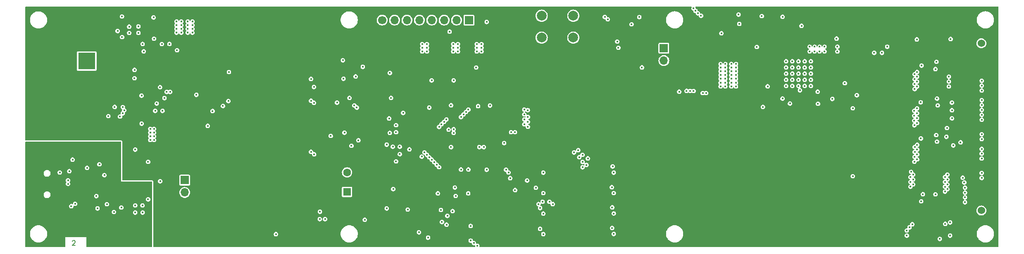
<source format=gbr>
%TF.GenerationSoftware,KiCad,Pcbnew,7.0.1*%
%TF.CreationDate,2023-08-11T20:35:27-05:00*%
%TF.ProjectId,Nixie_Clock_Core,4e697869-655f-4436-9c6f-636b5f436f72,B*%
%TF.SameCoordinates,Original*%
%TF.FileFunction,Copper,L2,Inr*%
%TF.FilePolarity,Positive*%
%FSLAX46Y46*%
G04 Gerber Fmt 4.6, Leading zero omitted, Abs format (unit mm)*
G04 Created by KiCad (PCBNEW 7.0.1) date 2023-08-11 20:35:27*
%MOMM*%
%LPD*%
G01*
G04 APERTURE LIST*
%ADD10C,0.150000*%
%TA.AperFunction,NonConductor*%
%ADD11C,0.150000*%
%TD*%
%TA.AperFunction,ComponentPad*%
%ADD12R,1.700000X1.700000*%
%TD*%
%TA.AperFunction,ComponentPad*%
%ADD13O,1.700000X1.700000*%
%TD*%
%TA.AperFunction,ComponentPad*%
%ADD14C,1.700000*%
%TD*%
%TA.AperFunction,ComponentPad*%
%ADD15C,2.000000*%
%TD*%
%TA.AperFunction,ComponentPad*%
%ADD16R,3.500000X3.500000*%
%TD*%
%TA.AperFunction,ComponentPad*%
%ADD17R,1.600000X1.600000*%
%TD*%
%TA.AperFunction,ComponentPad*%
%ADD18C,1.600000*%
%TD*%
%TA.AperFunction,ComponentPad*%
%ADD19C,1.524000*%
%TD*%
%TA.AperFunction,ViaPad*%
%ADD20C,0.400000*%
%TD*%
G04 APERTURE END LIST*
D10*
D11*
X44965276Y-117260657D02*
X45012895Y-117213038D01*
X45012895Y-117213038D02*
X45108133Y-117165419D01*
X45108133Y-117165419D02*
X45346228Y-117165419D01*
X45346228Y-117165419D02*
X45441466Y-117213038D01*
X45441466Y-117213038D02*
X45489085Y-117260657D01*
X45489085Y-117260657D02*
X45536704Y-117355895D01*
X45536704Y-117355895D02*
X45536704Y-117451133D01*
X45536704Y-117451133D02*
X45489085Y-117593990D01*
X45489085Y-117593990D02*
X44917657Y-118165419D01*
X44917657Y-118165419D02*
X45536704Y-118165419D01*
D12*
%TO.N,GND*%
%TO.C,TP201*%
X95561000Y-71805800D03*
%TD*%
%TO.N,USB_UART_TX*%
%TO.C,J2102*%
X67984357Y-104724200D03*
D13*
%TO.N,USB_UART_RX*%
X67984357Y-107264200D03*
%TO.N,GND*%
X67984357Y-109804200D03*
%TD*%
D12*
%TO.N,Net-(D801B-K2)*%
%TO.C,J801*%
X126202200Y-71812000D03*
D13*
%TO.N,+3.3V*%
X123662200Y-71812000D03*
%TO.N,Net-(J801-Pin_3)*%
X121122200Y-71812000D03*
%TO.N,PIC32MZ_ICSPDAT*%
X118582200Y-71812000D03*
%TO.N,PIC32MZ_ICSPCLK*%
X116042200Y-71812000D03*
%TO.N,unconnected-(J801-Pin_6-Pad6)*%
X113502200Y-71812000D03*
%TO.N,unconnected-(J801-Pin_7-Pad7)*%
X110962200Y-71812000D03*
D14*
%TO.N,unconnected-(J801-Pin_8-Pad8)*%
X108422200Y-71812000D03*
%TD*%
D15*
%TO.N,+3.3V*%
%TO.C,SW801*%
X147598200Y-75427400D03*
X141098200Y-75427400D03*
%TO.N,Net-(R801-Pad1)*%
X147598200Y-70927400D03*
X141098200Y-70927400D03*
%TD*%
D16*
%TO.N,+24Vin*%
%TO.C,J201*%
X47904400Y-80238600D03*
%TO.N,GND*%
X41904400Y-80238600D03*
X44904400Y-84938600D03*
%TD*%
D17*
%TO.N,+3.3V*%
%TO.C,BZ2101*%
X101244400Y-107145462D03*
D18*
%TO.N,Net-(BZ2101-+)*%
X101244400Y-103145462D03*
%TD*%
D19*
%TO.N,N/C*%
%TO.C,J1901*%
X231194201Y-76587002D03*
X231194201Y-110978602D03*
%TD*%
D12*
%TO.N,I2C_SCL*%
%TO.C,J2101*%
X166141400Y-77597000D03*
D13*
%TO.N,I2C_SDA*%
X166141400Y-80137000D03*
%TO.N,GND*%
X166141400Y-82677000D03*
%TD*%
D20*
%TO.N,GND*%
X231267000Y-101269800D03*
X220483000Y-100253800D03*
X220492800Y-104343200D03*
X220514200Y-91719400D03*
X96443800Y-95656400D03*
X64922400Y-88519000D03*
X120091200Y-84226400D03*
X154223800Y-115977800D03*
X139811800Y-107567150D03*
X68072000Y-83388200D03*
X68224400Y-78587600D03*
X182270400Y-75692000D03*
X194233800Y-70739000D03*
X206629000Y-82905600D03*
X72694800Y-89103200D03*
X183870600Y-71805800D03*
X154223800Y-103353300D03*
X185089800Y-73914000D03*
X220167200Y-70180200D03*
X231292400Y-93268800D03*
X102133400Y-96139000D03*
X86410800Y-109677200D03*
X121361200Y-107442000D03*
X67259200Y-75895200D03*
X123647200Y-75133200D03*
X101752400Y-86944200D03*
X122250200Y-75006200D03*
X154223800Y-111760700D03*
X207836200Y-87274400D03*
X197053200Y-89027000D03*
X57886600Y-76454000D03*
X220522800Y-85242400D03*
X114071400Y-90652600D03*
X220483000Y-99237800D03*
X223774000Y-70180200D03*
X54152800Y-80187800D03*
X139811800Y-103360450D03*
X231267000Y-102285800D03*
X72086600Y-88722200D03*
X218135200Y-70180200D03*
X207695800Y-73228200D03*
X217119200Y-70180200D03*
X190093600Y-75336400D03*
X192887600Y-74549000D03*
X177774600Y-79324200D03*
X231597200Y-82270600D03*
X85140800Y-109677200D03*
X108661200Y-105257600D03*
X102997000Y-81432400D03*
X185089800Y-75082400D03*
X71526400Y-89103200D03*
X222021400Y-109220000D03*
X85013800Y-116007800D03*
X207645000Y-82905600D03*
X139811800Y-115999950D03*
X59064800Y-70764400D03*
X220514200Y-90703400D03*
X154223800Y-107569700D03*
X219024200Y-87960200D03*
X51841400Y-80187800D03*
X231368600Y-107289600D03*
X231292400Y-94284800D03*
X224790000Y-70180200D03*
X115112800Y-85775800D03*
X62204600Y-87172800D03*
X85140800Y-108407200D03*
X157353000Y-71907400D03*
X88950800Y-107137200D03*
X109372400Y-95910400D03*
X195586000Y-86239000D03*
X231368600Y-108280200D03*
X177774600Y-86969600D03*
X75805569Y-87957793D03*
X204241400Y-86258400D03*
X218948000Y-80391000D03*
X86410800Y-108407200D03*
X231597200Y-83282800D03*
X68072000Y-85648800D03*
X220522800Y-83210400D03*
X105791000Y-90678000D03*
X220519400Y-84226400D03*
X124587000Y-81661000D03*
X217144600Y-115722400D03*
X231597200Y-81280000D03*
X155168600Y-72669400D03*
X125984000Y-81559400D03*
X179959000Y-79324200D03*
X224104200Y-115849400D03*
X136372600Y-70815200D03*
X220492800Y-106375200D03*
X184327800Y-75082400D03*
X67462400Y-79756000D03*
X218922600Y-95453200D03*
X70027800Y-87985600D03*
X180924200Y-79324200D03*
X185902600Y-87426800D03*
X227863400Y-87274400D03*
X55880000Y-93116400D03*
X225806000Y-70180200D03*
X71526400Y-88341200D03*
X202336400Y-75615800D03*
X87680800Y-109677200D03*
X184327800Y-73914000D03*
X220497400Y-105359200D03*
X178739800Y-86969600D03*
X68072000Y-84683600D03*
X66294000Y-75895200D03*
X124587000Y-84226400D03*
X52806600Y-80187800D03*
X193167000Y-77266800D03*
X193167000Y-78232000D03*
X88950800Y-109677200D03*
X77038200Y-90754200D03*
X188264800Y-88214200D03*
X61087000Y-79933800D03*
X57226200Y-69900800D03*
X67462400Y-78587600D03*
X56667400Y-100965000D03*
X159131000Y-83845400D03*
X231292400Y-87274400D03*
X162077400Y-76225400D03*
X203581000Y-82905600D03*
X69570600Y-75895200D03*
X86410800Y-107137200D03*
X87680800Y-108407200D03*
X53695600Y-70332600D03*
X68072000Y-82423000D03*
X85140800Y-107137200D03*
X205613000Y-82905600D03*
X204597000Y-82905600D03*
X107924600Y-107492800D03*
X112776000Y-105410000D03*
X112725200Y-92506800D03*
X231597200Y-80289400D03*
X161112200Y-72694800D03*
X68605400Y-75895200D03*
X62366800Y-70713600D03*
X216103200Y-70180200D03*
X111277400Y-96367600D03*
X179959000Y-86969600D03*
X55118000Y-80187800D03*
X180924200Y-86969600D03*
X124561600Y-107442000D03*
X222758000Y-70180200D03*
X202996800Y-71780400D03*
X113080800Y-81127600D03*
X111277400Y-102387400D03*
X231368600Y-109270800D03*
X191973200Y-87452200D03*
X178739800Y-79324200D03*
X57708800Y-85471000D03*
X220483000Y-98221800D03*
X87680800Y-107137200D03*
X231368600Y-106273600D03*
X58302800Y-70764400D03*
X183311800Y-78917800D03*
X220514200Y-92735400D03*
X231597200Y-78282800D03*
X227863400Y-94284800D03*
X65887600Y-88519000D03*
X197256400Y-83439000D03*
X68224400Y-79756000D03*
X206984600Y-75590400D03*
X88950800Y-108407200D03*
X139811800Y-111783550D03*
X68173600Y-88519000D03*
X72694800Y-88341200D03*
X183311800Y-78181200D03*
X231292400Y-97282000D03*
X227863400Y-97282000D03*
X226822000Y-70180200D03*
X67208400Y-88519000D03*
X134848600Y-96367600D03*
X231597200Y-79273400D03*
X219151200Y-70180200D03*
%TO.N,VBAT*%
X100507800Y-83870800D03*
%TO.N,+3.3V*%
X218871800Y-109093000D03*
X111277400Y-100863400D03*
X221996000Y-80391000D03*
X222097600Y-87960200D03*
X155874800Y-115800000D03*
X141462800Y-111605750D03*
X155874800Y-111582900D03*
X201523600Y-75615800D03*
X227838000Y-106273600D03*
X161112200Y-71196200D03*
X75793600Y-89484200D03*
X223799400Y-113715800D03*
X118567200Y-84226400D03*
X191973200Y-88976200D03*
X190449200Y-87960200D03*
X61696600Y-95707200D03*
X127685800Y-81559400D03*
X161645600Y-81534000D03*
X55575200Y-90347800D03*
X59156600Y-93116400D03*
X119837200Y-107442000D03*
X61595000Y-71272400D03*
X109372400Y-97434400D03*
X111277400Y-94869000D03*
X110007400Y-82702400D03*
X86664800Y-115830000D03*
X57835800Y-98450400D03*
X217043000Y-113792000D03*
X227838000Y-108280200D03*
X60934600Y-95707200D03*
X109372400Y-110540800D03*
X122250200Y-74168000D03*
X159513198Y-72676800D03*
X194036600Y-86239000D03*
X102133400Y-97663000D03*
X57683400Y-83766598D03*
X112725200Y-90906600D03*
X60934600Y-94945200D03*
X60477400Y-100965000D03*
X134848600Y-94869000D03*
X66394574Y-78002579D03*
X141462800Y-107389350D03*
X227838000Y-107289600D03*
X224790000Y-116128800D03*
X110617000Y-97866200D03*
X197713600Y-89027000D03*
X141462800Y-115822150D03*
X60934600Y-94183200D03*
X227838000Y-109270800D03*
X155874800Y-103175500D03*
X61696600Y-96469200D03*
X224790000Y-113436400D03*
X62915800Y-85598000D03*
X99187000Y-88798400D03*
X123088400Y-84226400D03*
X141462800Y-103182650D03*
X129844800Y-72186800D03*
X60934600Y-96469200D03*
X155874800Y-107391900D03*
X76911200Y-88468200D03*
X61696600Y-94945200D03*
X194349800Y-72985200D03*
X126060200Y-107442000D03*
X221945200Y-95453200D03*
X77038200Y-82499200D03*
X102997000Y-83413600D03*
X61696600Y-94183200D03*
X205677200Y-87274400D03*
%TO.N,+24Vin*%
X55118000Y-71069200D03*
%TO.N,Net-(U201-RTN)*%
X56591200Y-74447400D03*
X58496200Y-74447400D03*
X59588400Y-78232000D03*
X56591200Y-73152000D03*
X58496200Y-73126600D03*
%TO.N,+24V*%
X127812800Y-76733400D03*
X123952000Y-78257400D03*
X177774600Y-80848200D03*
X179959000Y-83134200D03*
X122986800Y-78257400D03*
X67259200Y-72872600D03*
X177952400Y-74523600D03*
X66294000Y-72110600D03*
X178739800Y-83134200D03*
X116636800Y-77495400D03*
X177774600Y-81610200D03*
X67259200Y-73634600D03*
X69570600Y-73634600D03*
X178739800Y-83896200D03*
X180924200Y-82372200D03*
X117602000Y-78257400D03*
X68605400Y-72110600D03*
X69570600Y-72110600D03*
X127812800Y-78257400D03*
X177774600Y-83134200D03*
X128778000Y-76733400D03*
X127812800Y-77495400D03*
X179959000Y-85445600D03*
X69570600Y-72872600D03*
X128778000Y-77495400D03*
X67259200Y-74396600D03*
X180924200Y-83134200D03*
X177774600Y-85445600D03*
X116636800Y-78257400D03*
X178739800Y-81610200D03*
X177774600Y-84683600D03*
X66294000Y-73634600D03*
X116636800Y-76733400D03*
X180924200Y-81610200D03*
X177774600Y-83896200D03*
X178739800Y-84683600D03*
X128778000Y-78257400D03*
X177774600Y-82372200D03*
X179959000Y-83896200D03*
X66294000Y-72872600D03*
X67259200Y-72110600D03*
X179959000Y-82372200D03*
X68605400Y-73634600D03*
X68605400Y-72872600D03*
X117602000Y-76733400D03*
X178739800Y-80848200D03*
X68605400Y-74396600D03*
X123952000Y-76733400D03*
X179959000Y-81610200D03*
X180924200Y-85445600D03*
X186207400Y-70993000D03*
X122986800Y-76733400D03*
X179959000Y-80848200D03*
X180924200Y-80848200D03*
X122986800Y-77495400D03*
X180924200Y-83896200D03*
X117602000Y-77495400D03*
X69570600Y-74396600D03*
X179959000Y-84683600D03*
X66294000Y-74396600D03*
X123952000Y-77495400D03*
X180924200Y-84683600D03*
X178739800Y-82372200D03*
X178739800Y-85445600D03*
%TO.N,POS24_SNS-*%
X64846200Y-76708000D03*
%TO.N,POS24_SNS+*%
X63296800Y-76733400D03*
%TO.N,Net-(U401-INTVCC)*%
X72694800Y-93573600D03*
X73685400Y-90525600D03*
%TO.N,Net-(D401-K)*%
X57706500Y-82057200D03*
%TO.N,POS3P3_SNS-*%
X61925200Y-90474800D03*
%TO.N,POS3P3_SNS+*%
X63423800Y-90474800D03*
%TO.N,Net-(D601-A)*%
X191185800Y-80264000D03*
X191185800Y-82804000D03*
X192455800Y-85344000D03*
X192455800Y-81534000D03*
X194995800Y-81534000D03*
X196265800Y-80264000D03*
X193725800Y-85344000D03*
X192455800Y-80264000D03*
X193725800Y-80264000D03*
X194995800Y-80264000D03*
X193725800Y-82804000D03*
X194995800Y-84074000D03*
X192455800Y-82804000D03*
X196265800Y-85344000D03*
X191185800Y-85344000D03*
X196265800Y-84074000D03*
X194995800Y-82804000D03*
X196265800Y-81534000D03*
X193725800Y-81534000D03*
X191185800Y-81534000D03*
X192455800Y-84074000D03*
X196265800Y-82804000D03*
X194995800Y-85344000D03*
X191185800Y-84074000D03*
X193725800Y-84074000D03*
%TO.N,Net-(D603-K)*%
X209232600Y-78536800D03*
X201701400Y-78257400D03*
X201701400Y-77292200D03*
%TO.N,+90V*%
X199059800Y-77292200D03*
X198043800Y-77292200D03*
X217982800Y-75793600D03*
X197027800Y-78257400D03*
X197027800Y-77292200D03*
X199059800Y-78257400D03*
X198043800Y-78257400D03*
X196011800Y-77292200D03*
X196011800Y-78257400D03*
%TO.N,+180V*%
X210832600Y-78536800D03*
X224891600Y-75692000D03*
X211912200Y-77292200D03*
%TO.N,Net-(Q701-D)*%
X197662800Y-86537800D03*
%TO.N,POS180_ADC*%
X129235200Y-97942400D03*
%TO.N,POS90_ADC*%
X133426200Y-97104200D03*
%TO.N,VBAT_ADC*%
X100380800Y-80086200D03*
X122529600Y-89331800D03*
X122529600Y-97942400D03*
X102717600Y-89357200D03*
X128346200Y-97942400D03*
%TO.N,GND_USB*%
X47625000Y-109601000D03*
X48818800Y-105537000D03*
X50114200Y-99974400D03*
X47701200Y-102920800D03*
X50012600Y-105537000D03*
X48818800Y-104724200D03*
X45948600Y-98653600D03*
X50495200Y-109524800D03*
X44577000Y-107518200D03*
X54991000Y-108864400D03*
X56667400Y-108686600D03*
X50012600Y-104724200D03*
X50800000Y-103047800D03*
X47726600Y-107289600D03*
X42367200Y-107823000D03*
%TO.N,+3.3V_USB*%
X57835800Y-111404400D03*
X54991000Y-110363000D03*
X49866200Y-108012800D03*
X52044600Y-109677200D03*
X60477400Y-108686600D03*
X59359800Y-111404400D03*
X47980600Y-102209600D03*
X45516800Y-109601000D03*
%TO.N,+5V_USB*%
X50495200Y-101473000D03*
X44348400Y-102870000D03*
%TO.N,/USB UART Bridge/CONN_USB+*%
X44073691Y-105487000D03*
%TO.N,/USB UART Bridge/CONN_USB-*%
X44073691Y-104787000D03*
%TO.N,~{USB_ACTIVE}*%
X51511200Y-103708200D03*
%TO.N,Net-(D1302-K)*%
X53492400Y-111277400D03*
%TO.N,Net-(J1301-VBUS)*%
X42367200Y-103149400D03*
%TO.N,Net-(J1301-Shield)*%
X44729400Y-110083600D03*
%TO.N,POS3P3_RUN*%
X70358000Y-87172800D03*
X59131200Y-87350600D03*
%TO.N,Net-(Q701-G)*%
X200660000Y-88026000D03*
%TO.N,POS180_SNS+*%
X203225400Y-84785200D03*
%TO.N,Net-(Q2101-G)*%
X97891600Y-95631000D03*
%TO.N,Net-(U201-UVLO)*%
X54229000Y-74066400D03*
%TO.N,Net-(U201-OVP)*%
X55143400Y-75311000D03*
%TO.N,Net-(U201-ILIM)*%
X59347100Y-76720700D03*
%TO.N,POS24_PGOOD*%
X123088400Y-94996000D03*
X135661400Y-106781600D03*
X123329200Y-106248200D03*
X61696600Y-75641200D03*
%TO.N,POS3P3_PGOOD*%
X140792200Y-114731800D03*
X101752400Y-87807800D03*
X122859800Y-111099600D03*
X111277400Y-93421200D03*
X122059700Y-94335600D03*
X110236000Y-87807800D03*
%TO.N,POS180_PGOOD*%
X139928600Y-106299000D03*
X204876400Y-89941400D03*
X204876400Y-103911400D03*
X129844800Y-102590600D03*
%TO.N,POS180_RUN*%
X169291000Y-86537800D03*
X173761400Y-70916800D03*
X181448211Y-70680386D03*
X130530600Y-89382600D03*
X128092200Y-89509600D03*
%TO.N,Net-(Q601-S)*%
X185191400Y-77343000D03*
%TO.N,POS90_PGOOD*%
X134670800Y-104317800D03*
X123088400Y-94234000D03*
X135636000Y-94869000D03*
X173126400Y-70408800D03*
X140792200Y-110464600D03*
X172237400Y-86385400D03*
%TO.N,Net-(U602-FBX)*%
X190474600Y-71120000D03*
X181597800Y-72593200D03*
%TO.N,Net-(U704--)*%
X170789600Y-86360000D03*
X172212000Y-69418200D03*
%TO.N,Net-(U705--)*%
X171526200Y-86385400D03*
X172621939Y-69924694D03*
%TO.N,I2C_SDA*%
X93853000Y-88392000D03*
X154051000Y-71170800D03*
X215925400Y-116128800D03*
X62230000Y-88976200D03*
X174802800Y-86817200D03*
X156819600Y-77495400D03*
X215900000Y-115087400D03*
X186436000Y-89662000D03*
X55295800Y-90982800D03*
X117843300Y-116547900D03*
X55295800Y-89687400D03*
X53619400Y-89662000D03*
X93853000Y-98907600D03*
X115976400Y-115468400D03*
X93853000Y-83921600D03*
X64287400Y-86588600D03*
X112039400Y-97866200D03*
%TO.N,I2C_SCL*%
X63830200Y-87858600D03*
X94462600Y-85572600D03*
X156591000Y-76225400D03*
X216484200Y-114452400D03*
X94488000Y-99415600D03*
X54711600Y-91643200D03*
X154660600Y-71653400D03*
X52324000Y-91567000D03*
X64973200Y-86588600D03*
X174117000Y-86817200D03*
X112039400Y-99390200D03*
X94462600Y-88823800D03*
%TO.N,PIC32MZ_CLK_EN*%
X110693200Y-106578400D03*
X109982000Y-94996000D03*
X113690400Y-110769400D03*
X109855000Y-92049600D03*
%TO.N,VBAT_PGOOD*%
X95656400Y-112750600D03*
X104470200Y-81432400D03*
X103225600Y-89814400D03*
X118084600Y-89814400D03*
X95681800Y-111226600D03*
%TO.N,POS5_USB_PGOOD*%
X50114200Y-110540800D03*
%TO.N,USB_UART_TX*%
X227685600Y-105206800D03*
X121615200Y-113893600D03*
X121793000Y-112064800D03*
X127228600Y-117678200D03*
X62941200Y-104952800D03*
%TO.N,USB_UART_RX*%
X127939800Y-118237000D03*
X120472200Y-110871000D03*
X231267000Y-104292400D03*
X120675400Y-113334800D03*
%TO.N,USB_UART_RX_ISO*%
X59334400Y-109931200D03*
%TO.N,USB_UART_TX_ISO*%
X57835800Y-109931200D03*
%TO.N,PGOOD_LED_SHDN*%
X96723200Y-112750600D03*
X104876600Y-112877600D03*
X138135400Y-104808250D03*
%TO.N,Heartbeat_LED*%
X124587000Y-102539800D03*
X140462000Y-109651800D03*
X143383000Y-109651800D03*
X155534400Y-114565100D03*
%TO.N,Error_LED*%
X133807200Y-102590600D03*
X155661400Y-101915200D03*
%TO.N,Reset_LED*%
X155483600Y-106182400D03*
X134315200Y-103148903D03*
%TO.N,CPU_Trap_LED*%
X126085600Y-102539800D03*
X155559800Y-110322600D03*
X142697200Y-109169200D03*
X141300200Y-109169200D03*
%TO.N,~{IO_Level_Shift_Enable}*%
X222681800Y-116814600D03*
X218770200Y-88722200D03*
X222250000Y-89357200D03*
X218948000Y-81178400D03*
X126568200Y-114147600D03*
X222097600Y-96799400D03*
X221792800Y-81889600D03*
X221792800Y-107645200D03*
X123494800Y-107975400D03*
X219202000Y-107619800D03*
X126568200Y-117170200D03*
X218795600Y-96164400D03*
%TO.N,~{Display_Detect}*%
X120091200Y-102057200D03*
X149504400Y-102082600D03*
%TO.N,I2C_DSP_SDA*%
X231267000Y-103276400D03*
X227380800Y-104241600D03*
%TO.N,~{Display_Detect_DSP}*%
X223748600Y-107093000D03*
%TO.N,Net-(U2101-OUT)*%
X103555800Y-96520000D03*
%TO.N,Buzzer_Enable*%
X114020600Y-98399600D03*
X100711000Y-94970600D03*
%TO.N,Anode_0*%
X218017400Y-82477800D03*
%TO.N,Net-(RN1701-R8.2)*%
X217525600Y-85983000D03*
%TO.N,Anode_1*%
X217525600Y-82960400D03*
%TO.N,Anode_2*%
X218017400Y-83468400D03*
%TO.N,Anode_3*%
X217525600Y-83976400D03*
%TO.N,Anode_5*%
X217525600Y-84967000D03*
%TO.N,Anode_4*%
X218017400Y-84484400D03*
%TO.N,Net-(RN1701-R7.2)*%
X218017400Y-85475000D03*
%TO.N,Cathode_0*%
X126085600Y-90220800D03*
X137566400Y-90220800D03*
X218017400Y-89970800D03*
%TO.N,Cathode_7*%
X138277600Y-93751400D03*
X217484000Y-93437400D03*
X120091200Y-93776800D03*
%TO.N,Cathode_1*%
X138264900Y-90335100D03*
X217449400Y-90453400D03*
X125603000Y-90703400D03*
%TO.N,Cathode_2*%
X137566400Y-91211400D03*
X218017400Y-90961400D03*
X125095000Y-91211400D03*
%TO.N,Cathode_3*%
X138277600Y-91744800D03*
X217449400Y-91469400D03*
X124587000Y-91744800D03*
%TO.N,Cathode_5*%
X121107200Y-92735400D03*
X138277600Y-92735400D03*
X217449400Y-92460000D03*
%TO.N,Cathode_4*%
X121589800Y-92252800D03*
X218017400Y-91977400D03*
X137566400Y-92252800D03*
%TO.N,Cathode_6*%
X137566400Y-93218000D03*
X120573800Y-93218000D03*
X218017400Y-92968000D03*
%TO.N,Cathode_8*%
X218033600Y-97459800D03*
%TO.N,Net-(RN1703-R8.2)*%
X217474800Y-100939600D03*
%TO.N,Cathode_9*%
X217551000Y-97942400D03*
%TO.N,Cathode_DP*%
X218033600Y-98450400D03*
%TO.N,Colon_0*%
X217551000Y-98958400D03*
%TO.N,Colon_2*%
X217525600Y-99949000D03*
%TO.N,Colon_1*%
X218033600Y-99466400D03*
%TO.N,Colon_3*%
X218033600Y-100457000D03*
%TO.N,Pushbutton_0*%
X116535200Y-99898200D03*
X148590000Y-98552000D03*
X216814400Y-103029000D03*
%TO.N,Pushbutton_1*%
X217220800Y-103587800D03*
X117094000Y-99034600D03*
X147751800Y-99034600D03*
%TO.N,Pushbutton_2*%
X117602000Y-99542600D03*
X149479000Y-99517200D03*
X216662000Y-104095800D03*
%TO.N,Pushbutton_3*%
X217220800Y-104578400D03*
X118084600Y-100025200D03*
X148818600Y-99999800D03*
%TO.N,Pushbutton_5*%
X149504400Y-100990400D03*
X217220800Y-105594400D03*
X119100600Y-101015800D03*
%TO.N,Pushbutton_4*%
X150571200Y-100252982D03*
X118592600Y-100507800D03*
X216662000Y-105086400D03*
%TO.N,Pushbutton_6*%
X150291800Y-101600000D03*
X119608600Y-101574600D03*
X216662000Y-106077000D03*
%TO.N,Pushbutton_0_DSP*%
X224231200Y-103587800D03*
%TO.N,Pushbutton_1_DSP*%
X223748600Y-104083800D03*
X231267000Y-98298000D03*
%TO.N,Pushbutton_2_DSP*%
X224231530Y-104578969D03*
%TO.N,Pushbutton_3_DSP*%
X231267000Y-99263200D03*
X223748600Y-105083800D03*
%TO.N,Pushbutton_5_DSP*%
X231267000Y-100279200D03*
X223748600Y-106083800D03*
%TO.N,Pushbutton_4_DSP*%
X224231200Y-105594400D03*
%TO.N,Pushbutton_6_DSP*%
X224231200Y-106585000D03*
%TO.N,Net-(Q601-G)*%
X187401200Y-85445600D03*
%TO.N,Anode_5_DSP*%
X224536000Y-85471000D03*
X231292400Y-86283800D03*
%TO.N,Anode_3_DSP*%
X231292400Y-85267800D03*
X224536000Y-84455000D03*
%TO.N,Anode_1_DSP*%
X231292400Y-84277200D03*
X224536000Y-83464400D03*
%TO.N,Cathode_7_DSP*%
X231292400Y-91287600D03*
X224155000Y-94007400D03*
%TO.N,Cathode_5_DSP*%
X231292400Y-90271600D03*
X225171000Y-92024200D03*
%TO.N,Cathode_3_DSP*%
X225171000Y-90347800D03*
X231292400Y-89281000D03*
%TO.N,Cathode_1_DSP*%
X231292400Y-88290400D03*
X225172716Y-88800116D03*
%TO.N,Colon_3_DSP*%
X231292400Y-96291400D03*
X226923600Y-96951800D03*
%TO.N,Colon_1_DSP*%
X225437200Y-97586800D03*
X231292400Y-95275400D03*
%TO.N,Cathode_9_DSP*%
X231292400Y-92303600D03*
X224028000Y-95808800D03*
%TO.N,Net-(U1305-EN)*%
X45008800Y-100507800D03*
%TD*%
%TA.AperFunction,Conductor*%
%TO.N,GND_USB*%
G36*
X54947294Y-96843106D02*
G01*
X54965600Y-96887300D01*
X54965600Y-105003600D01*
X61227700Y-105003600D01*
X61271894Y-105021906D01*
X61290200Y-105066100D01*
X61290200Y-118413800D01*
X61271894Y-118457994D01*
X61227700Y-118476300D01*
X47910700Y-118476300D01*
X47866506Y-118457994D01*
X47848200Y-118413800D01*
X47848200Y-116459000D01*
X43504800Y-116459000D01*
X43504800Y-118413800D01*
X43486494Y-118457994D01*
X43442300Y-118476300D01*
X35389600Y-118476300D01*
X35345406Y-118457994D01*
X35327100Y-118413800D01*
X35327100Y-115908282D01*
X36272100Y-115908282D01*
X36311292Y-116168311D01*
X36388801Y-116419588D01*
X36502897Y-116656509D01*
X36502898Y-116656510D01*
X36651030Y-116873780D01*
X36829890Y-117066546D01*
X36829893Y-117066549D01*
X37035478Y-117230498D01*
X37035482Y-117230500D01*
X37035483Y-117230501D01*
X37263216Y-117361983D01*
X37508002Y-117458054D01*
X37508005Y-117458055D01*
X37764372Y-117516569D01*
X37960943Y-117531300D01*
X37960946Y-117531300D01*
X38092254Y-117531300D01*
X38092257Y-117531300D01*
X38239684Y-117520251D01*
X38288828Y-117516569D01*
X38545198Y-117458054D01*
X38789984Y-117361983D01*
X39017717Y-117230501D01*
X39223310Y-117066546D01*
X39402170Y-116873780D01*
X39550302Y-116656510D01*
X39664398Y-116419588D01*
X39741908Y-116168308D01*
X39781100Y-115908282D01*
X39781100Y-115645318D01*
X39741908Y-115385292D01*
X39664398Y-115134012D01*
X39550302Y-114897090D01*
X39402170Y-114679820D01*
X39223310Y-114487054D01*
X39223308Y-114487053D01*
X39223306Y-114487050D01*
X39017721Y-114323101D01*
X38963907Y-114292032D01*
X38789984Y-114191617D01*
X38618816Y-114124439D01*
X38545194Y-114095544D01*
X38288827Y-114037030D01*
X38092257Y-114022300D01*
X38092254Y-114022300D01*
X37960946Y-114022300D01*
X37960943Y-114022300D01*
X37764372Y-114037030D01*
X37508005Y-114095544D01*
X37367204Y-114150804D01*
X37263216Y-114191617D01*
X37189706Y-114234057D01*
X37035478Y-114323101D01*
X36829893Y-114487050D01*
X36651027Y-114679823D01*
X36502897Y-114897090D01*
X36388801Y-115134011D01*
X36311292Y-115385288D01*
X36272100Y-115645318D01*
X36272100Y-115908282D01*
X35327100Y-115908282D01*
X35327100Y-111277400D01*
X53033225Y-111277400D01*
X53051826Y-111406764D01*
X53106116Y-111525645D01*
X53106117Y-111525646D01*
X53106118Y-111525648D01*
X53191705Y-111624421D01*
X53301651Y-111695078D01*
X53301652Y-111695079D01*
X53427052Y-111731900D01*
X53427053Y-111731900D01*
X53557747Y-111731900D01*
X53557748Y-111731900D01*
X53620447Y-111713489D01*
X53683148Y-111695079D01*
X53793095Y-111624421D01*
X53878682Y-111525648D01*
X53932974Y-111406764D01*
X53933314Y-111404400D01*
X57376625Y-111404400D01*
X57395226Y-111533764D01*
X57449516Y-111652645D01*
X57449517Y-111652646D01*
X57449518Y-111652648D01*
X57535105Y-111751421D01*
X57535107Y-111751422D01*
X57645052Y-111822079D01*
X57770452Y-111858900D01*
X57770453Y-111858900D01*
X57901147Y-111858900D01*
X57901148Y-111858900D01*
X57963847Y-111840489D01*
X58026548Y-111822079D01*
X58136495Y-111751421D01*
X58222082Y-111652648D01*
X58276374Y-111533764D01*
X58294974Y-111404400D01*
X58900625Y-111404400D01*
X58919226Y-111533764D01*
X58973516Y-111652645D01*
X58973517Y-111652646D01*
X58973518Y-111652648D01*
X59059105Y-111751421D01*
X59059107Y-111751422D01*
X59169052Y-111822079D01*
X59294452Y-111858900D01*
X59294453Y-111858900D01*
X59425147Y-111858900D01*
X59425148Y-111858900D01*
X59487847Y-111840489D01*
X59550548Y-111822079D01*
X59660495Y-111751421D01*
X59746082Y-111652648D01*
X59800374Y-111533764D01*
X59818974Y-111404400D01*
X59800374Y-111275036D01*
X59746082Y-111156152D01*
X59660495Y-111057379D01*
X59616573Y-111029152D01*
X59550547Y-110986720D01*
X59425148Y-110949900D01*
X59425147Y-110949900D01*
X59294453Y-110949900D01*
X59294452Y-110949900D01*
X59169052Y-110986720D01*
X59059107Y-111057377D01*
X58973516Y-111156154D01*
X58919226Y-111275035D01*
X58900625Y-111404400D01*
X58294974Y-111404400D01*
X58276374Y-111275036D01*
X58222082Y-111156152D01*
X58136495Y-111057379D01*
X58092573Y-111029152D01*
X58026547Y-110986720D01*
X57901148Y-110949900D01*
X57901147Y-110949900D01*
X57770453Y-110949900D01*
X57770452Y-110949900D01*
X57645052Y-110986720D01*
X57535107Y-111057377D01*
X57449516Y-111156154D01*
X57395226Y-111275035D01*
X57376625Y-111404400D01*
X53933314Y-111404400D01*
X53951574Y-111277400D01*
X53932974Y-111148036D01*
X53878682Y-111029152D01*
X53793095Y-110930379D01*
X53793092Y-110930377D01*
X53683147Y-110859720D01*
X53557748Y-110822900D01*
X53557747Y-110822900D01*
X53427053Y-110822900D01*
X53427052Y-110822900D01*
X53301652Y-110859720D01*
X53191707Y-110930377D01*
X53106116Y-111029154D01*
X53051826Y-111148035D01*
X53033225Y-111277400D01*
X35327100Y-111277400D01*
X35327100Y-110540799D01*
X49655025Y-110540799D01*
X49673626Y-110670164D01*
X49727916Y-110789045D01*
X49727917Y-110789046D01*
X49727918Y-110789048D01*
X49813505Y-110887821D01*
X49813507Y-110887822D01*
X49923452Y-110958479D01*
X50048852Y-110995300D01*
X50048853Y-110995300D01*
X50179547Y-110995300D01*
X50179548Y-110995300D01*
X50242247Y-110976889D01*
X50304948Y-110958479D01*
X50414895Y-110887821D01*
X50500482Y-110789048D01*
X50554774Y-110670164D01*
X50573374Y-110540800D01*
X50554774Y-110411436D01*
X50532654Y-110363000D01*
X54531825Y-110363000D01*
X54550426Y-110492364D01*
X54604716Y-110611245D01*
X54604717Y-110611246D01*
X54604718Y-110611248D01*
X54690305Y-110710021D01*
X54690307Y-110710022D01*
X54800252Y-110780679D01*
X54925652Y-110817500D01*
X54925653Y-110817500D01*
X55056347Y-110817500D01*
X55056348Y-110817500D01*
X55119047Y-110799089D01*
X55181748Y-110780679D01*
X55291695Y-110710021D01*
X55377282Y-110611248D01*
X55431574Y-110492364D01*
X55450174Y-110363000D01*
X55431574Y-110233636D01*
X55377282Y-110114752D01*
X55291695Y-110015979D01*
X55235587Y-109979921D01*
X55181747Y-109945320D01*
X55133655Y-109931199D01*
X57376625Y-109931199D01*
X57395226Y-110060564D01*
X57449516Y-110179445D01*
X57449517Y-110179446D01*
X57449518Y-110179448D01*
X57535105Y-110278221D01*
X57535107Y-110278222D01*
X57645052Y-110348879D01*
X57770452Y-110385700D01*
X57770453Y-110385700D01*
X57901147Y-110385700D01*
X57901148Y-110385700D01*
X57978456Y-110363000D01*
X58026548Y-110348879D01*
X58136495Y-110278221D01*
X58222082Y-110179448D01*
X58276374Y-110060564D01*
X58294974Y-109931200D01*
X58294974Y-109931199D01*
X58875225Y-109931199D01*
X58893826Y-110060564D01*
X58948116Y-110179445D01*
X58948117Y-110179446D01*
X58948118Y-110179448D01*
X59033705Y-110278221D01*
X59033707Y-110278222D01*
X59143652Y-110348879D01*
X59269052Y-110385700D01*
X59269053Y-110385700D01*
X59399747Y-110385700D01*
X59399748Y-110385700D01*
X59477056Y-110363000D01*
X59525148Y-110348879D01*
X59635095Y-110278221D01*
X59720682Y-110179448D01*
X59774974Y-110060564D01*
X59793574Y-109931200D01*
X59774974Y-109801836D01*
X59720682Y-109682952D01*
X59635095Y-109584179D01*
X59578542Y-109547835D01*
X59525147Y-109513520D01*
X59399748Y-109476700D01*
X59399747Y-109476700D01*
X59269053Y-109476700D01*
X59269052Y-109476700D01*
X59143652Y-109513520D01*
X59033707Y-109584177D01*
X59033705Y-109584178D01*
X59033705Y-109584179D01*
X59019130Y-109601000D01*
X58948116Y-109682954D01*
X58893826Y-109801835D01*
X58875225Y-109931199D01*
X58294974Y-109931199D01*
X58276374Y-109801836D01*
X58222082Y-109682952D01*
X58136495Y-109584179D01*
X58079942Y-109547835D01*
X58026547Y-109513520D01*
X57901148Y-109476700D01*
X57901147Y-109476700D01*
X57770453Y-109476700D01*
X57770452Y-109476700D01*
X57645052Y-109513520D01*
X57535107Y-109584177D01*
X57535105Y-109584178D01*
X57535105Y-109584179D01*
X57520530Y-109601000D01*
X57449516Y-109682954D01*
X57395226Y-109801835D01*
X57376625Y-109931199D01*
X55133655Y-109931199D01*
X55056348Y-109908500D01*
X55056347Y-109908500D01*
X54925653Y-109908500D01*
X54925652Y-109908500D01*
X54800252Y-109945320D01*
X54690307Y-110015977D01*
X54690305Y-110015978D01*
X54690305Y-110015979D01*
X54660664Y-110050187D01*
X54604716Y-110114754D01*
X54550426Y-110233635D01*
X54531825Y-110363000D01*
X50532654Y-110363000D01*
X50500482Y-110292552D01*
X50414895Y-110193779D01*
X50414892Y-110193777D01*
X50304947Y-110123120D01*
X50179548Y-110086300D01*
X50179547Y-110086300D01*
X50048853Y-110086300D01*
X50048852Y-110086300D01*
X49923452Y-110123120D01*
X49813507Y-110193777D01*
X49727916Y-110292554D01*
X49673626Y-110411435D01*
X49655025Y-110540799D01*
X35327100Y-110540799D01*
X35327100Y-110083600D01*
X44270225Y-110083600D01*
X44288826Y-110212964D01*
X44343116Y-110331845D01*
X44343117Y-110331846D01*
X44343118Y-110331848D01*
X44428705Y-110430621D01*
X44428707Y-110430622D01*
X44538652Y-110501279D01*
X44664052Y-110538100D01*
X44664053Y-110538100D01*
X44794747Y-110538100D01*
X44794748Y-110538100D01*
X44857447Y-110519689D01*
X44920148Y-110501279D01*
X45030095Y-110430621D01*
X45115682Y-110331848D01*
X45169974Y-110212964D01*
X45188574Y-110083600D01*
X45183769Y-110050184D01*
X45194721Y-110005038D01*
X45233804Y-109979921D01*
X45279423Y-109988713D01*
X45326052Y-110018679D01*
X45451452Y-110055500D01*
X45451453Y-110055500D01*
X45582147Y-110055500D01*
X45582148Y-110055500D01*
X45688670Y-110024222D01*
X45707548Y-110018679D01*
X45817495Y-109948021D01*
X45903082Y-109849248D01*
X45957374Y-109730364D01*
X45965018Y-109677200D01*
X51585425Y-109677200D01*
X51604026Y-109806564D01*
X51658316Y-109925445D01*
X51658317Y-109925446D01*
X51658318Y-109925448D01*
X51743905Y-110024221D01*
X51836301Y-110083600D01*
X51853852Y-110094879D01*
X51979252Y-110131700D01*
X51979253Y-110131700D01*
X52109947Y-110131700D01*
X52109948Y-110131700D01*
X52172647Y-110113289D01*
X52235348Y-110094879D01*
X52345295Y-110024221D01*
X52430882Y-109925448D01*
X52485174Y-109806564D01*
X52503774Y-109677200D01*
X52485174Y-109547836D01*
X52430882Y-109428952D01*
X52345295Y-109330179D01*
X52345292Y-109330177D01*
X52235347Y-109259520D01*
X52109948Y-109222700D01*
X52109947Y-109222700D01*
X51979253Y-109222700D01*
X51979252Y-109222700D01*
X51853852Y-109259520D01*
X51743907Y-109330177D01*
X51743905Y-109330178D01*
X51743905Y-109330179D01*
X51724344Y-109352754D01*
X51658316Y-109428954D01*
X51604026Y-109547835D01*
X51585425Y-109677200D01*
X45965018Y-109677200D01*
X45975974Y-109601000D01*
X45957374Y-109471636D01*
X45903082Y-109352752D01*
X45817495Y-109253979D01*
X45817492Y-109253977D01*
X45707547Y-109183320D01*
X45582148Y-109146500D01*
X45582147Y-109146500D01*
X45451453Y-109146500D01*
X45451452Y-109146500D01*
X45326052Y-109183320D01*
X45216107Y-109253977D01*
X45130516Y-109352754D01*
X45076226Y-109471635D01*
X45057625Y-109601000D01*
X45062430Y-109634413D01*
X45051477Y-109679561D01*
X45012394Y-109704678D01*
X44966776Y-109695887D01*
X44920148Y-109665921D01*
X44920146Y-109665920D01*
X44920144Y-109665919D01*
X44794748Y-109629100D01*
X44794747Y-109629100D01*
X44664053Y-109629100D01*
X44664052Y-109629100D01*
X44538652Y-109665920D01*
X44428707Y-109736577D01*
X44343116Y-109835354D01*
X44288826Y-109954235D01*
X44270225Y-110083600D01*
X35327100Y-110083600D01*
X35327100Y-108686599D01*
X60018225Y-108686599D01*
X60036826Y-108815964D01*
X60091116Y-108934845D01*
X60091117Y-108934846D01*
X60091118Y-108934848D01*
X60176705Y-109033621D01*
X60176707Y-109033622D01*
X60286652Y-109104279D01*
X60412052Y-109141100D01*
X60412053Y-109141100D01*
X60542747Y-109141100D01*
X60542748Y-109141100D01*
X60605447Y-109122689D01*
X60668148Y-109104279D01*
X60778095Y-109033621D01*
X60863682Y-108934848D01*
X60917974Y-108815964D01*
X60936574Y-108686600D01*
X60917974Y-108557236D01*
X60863682Y-108438352D01*
X60778095Y-108339579D01*
X60778092Y-108339577D01*
X60668147Y-108268920D01*
X60542748Y-108232100D01*
X60542747Y-108232100D01*
X60412053Y-108232100D01*
X60412052Y-108232100D01*
X60286652Y-108268920D01*
X60176707Y-108339577D01*
X60176705Y-108339578D01*
X60176705Y-108339579D01*
X60154345Y-108365384D01*
X60091116Y-108438354D01*
X60036826Y-108557235D01*
X60018225Y-108686599D01*
X35327100Y-108686599D01*
X35327100Y-107822542D01*
X39068700Y-107822542D01*
X39109642Y-107988653D01*
X39189151Y-108140142D01*
X39302597Y-108268198D01*
X39341404Y-108294984D01*
X39443398Y-108365385D01*
X39603364Y-108426052D01*
X39603367Y-108426053D01*
X39730585Y-108441500D01*
X39730589Y-108441500D01*
X39815811Y-108441500D01*
X39815815Y-108441500D01*
X39943032Y-108426053D01*
X39943033Y-108426052D01*
X39943036Y-108426052D01*
X40103002Y-108365385D01*
X40243801Y-108268199D01*
X40357250Y-108140141D01*
X40424084Y-108012800D01*
X49407025Y-108012800D01*
X49425626Y-108142164D01*
X49479916Y-108261045D01*
X49479917Y-108261046D01*
X49479918Y-108261048D01*
X49565505Y-108359821D01*
X49574163Y-108365385D01*
X49675452Y-108430479D01*
X49800852Y-108467300D01*
X49800853Y-108467300D01*
X49931547Y-108467300D01*
X49931548Y-108467300D01*
X49994247Y-108448889D01*
X50056948Y-108430479D01*
X50166895Y-108359821D01*
X50252482Y-108261048D01*
X50306774Y-108142164D01*
X50325374Y-108012800D01*
X50306774Y-107883436D01*
X50252482Y-107764552D01*
X50166895Y-107665779D01*
X50144611Y-107651458D01*
X50056947Y-107595120D01*
X49931548Y-107558300D01*
X49931547Y-107558300D01*
X49800853Y-107558300D01*
X49800852Y-107558300D01*
X49675452Y-107595120D01*
X49565507Y-107665777D01*
X49479916Y-107764554D01*
X49425626Y-107883435D01*
X49407025Y-108012800D01*
X40424084Y-108012800D01*
X40436757Y-107988654D01*
X40477700Y-107822542D01*
X40477700Y-107651458D01*
X40436757Y-107485346D01*
X40357250Y-107333859D01*
X40336172Y-107310067D01*
X40243802Y-107205801D01*
X40173401Y-107157208D01*
X40103002Y-107108615D01*
X40032640Y-107081930D01*
X39943032Y-107047946D01*
X39815815Y-107032500D01*
X39815811Y-107032500D01*
X39730589Y-107032500D01*
X39730585Y-107032500D01*
X39603367Y-107047946D01*
X39443398Y-107108615D01*
X39302597Y-107205801D01*
X39189151Y-107333857D01*
X39109642Y-107485346D01*
X39068700Y-107651458D01*
X39068700Y-107822542D01*
X35327100Y-107822542D01*
X35327100Y-105487000D01*
X43614516Y-105487000D01*
X43633117Y-105616364D01*
X43687407Y-105735245D01*
X43687408Y-105735246D01*
X43687409Y-105735248D01*
X43772996Y-105834021D01*
X43772998Y-105834022D01*
X43882943Y-105904679D01*
X44008343Y-105941500D01*
X44008344Y-105941500D01*
X44139038Y-105941500D01*
X44139039Y-105941500D01*
X44201738Y-105923089D01*
X44264439Y-105904679D01*
X44374386Y-105834021D01*
X44459973Y-105735248D01*
X44514265Y-105616364D01*
X44532865Y-105487000D01*
X44514265Y-105357636D01*
X44459973Y-105238752D01*
X44407268Y-105177927D01*
X44392003Y-105137000D01*
X44407268Y-105096072D01*
X44459973Y-105035248D01*
X44514265Y-104916364D01*
X44532865Y-104787000D01*
X44514265Y-104657636D01*
X44459973Y-104538752D01*
X44374386Y-104439979D01*
X44374383Y-104439977D01*
X44264438Y-104369320D01*
X44139039Y-104332500D01*
X44139038Y-104332500D01*
X44008344Y-104332500D01*
X44008343Y-104332500D01*
X43882943Y-104369320D01*
X43772998Y-104439977D01*
X43687407Y-104538754D01*
X43633117Y-104657635D01*
X43614516Y-104787000D01*
X43633117Y-104916364D01*
X43687407Y-105035245D01*
X43687408Y-105035246D01*
X43687409Y-105035248D01*
X43740113Y-105096072D01*
X43755378Y-105137000D01*
X43740113Y-105177927D01*
X43701242Y-105222787D01*
X43687407Y-105238754D01*
X43633117Y-105357635D01*
X43614516Y-105487000D01*
X35327100Y-105487000D01*
X35327100Y-103422542D01*
X39068700Y-103422542D01*
X39109642Y-103588653D01*
X39189151Y-103740142D01*
X39302597Y-103868198D01*
X39341404Y-103894984D01*
X39443398Y-103965385D01*
X39603364Y-104026052D01*
X39603367Y-104026053D01*
X39730585Y-104041500D01*
X39730589Y-104041500D01*
X39815811Y-104041500D01*
X39815815Y-104041500D01*
X39943032Y-104026053D01*
X39943033Y-104026052D01*
X39943036Y-104026052D01*
X40103002Y-103965385D01*
X40243801Y-103868199D01*
X40357250Y-103740141D01*
X40374014Y-103708200D01*
X51052025Y-103708200D01*
X51070626Y-103837564D01*
X51124916Y-103956445D01*
X51124917Y-103956446D01*
X51124918Y-103956448D01*
X51210505Y-104055221D01*
X51210507Y-104055222D01*
X51320452Y-104125879D01*
X51445852Y-104162700D01*
X51445853Y-104162700D01*
X51576547Y-104162700D01*
X51576548Y-104162700D01*
X51639247Y-104144289D01*
X51701948Y-104125879D01*
X51811895Y-104055221D01*
X51897482Y-103956448D01*
X51951774Y-103837564D01*
X51970374Y-103708200D01*
X51951774Y-103578836D01*
X51897482Y-103459952D01*
X51811895Y-103361179D01*
X51754821Y-103324500D01*
X51701947Y-103290520D01*
X51576548Y-103253700D01*
X51576547Y-103253700D01*
X51445853Y-103253700D01*
X51445852Y-103253700D01*
X51320452Y-103290520D01*
X51210507Y-103361177D01*
X51124916Y-103459954D01*
X51070626Y-103578835D01*
X51052025Y-103708200D01*
X40374014Y-103708200D01*
X40436757Y-103588654D01*
X40477700Y-103422542D01*
X40477700Y-103251458D01*
X40452545Y-103149400D01*
X41908025Y-103149400D01*
X41926626Y-103278764D01*
X41980916Y-103397645D01*
X41980917Y-103397646D01*
X41980918Y-103397648D01*
X42066505Y-103496421D01*
X42066507Y-103496422D01*
X42176452Y-103567079D01*
X42301852Y-103603900D01*
X42301853Y-103603900D01*
X42432547Y-103603900D01*
X42432548Y-103603900D01*
X42517907Y-103578836D01*
X42557948Y-103567079D01*
X42667895Y-103496421D01*
X42753482Y-103397648D01*
X42807774Y-103278764D01*
X42826374Y-103149400D01*
X42807774Y-103020036D01*
X42753482Y-102901152D01*
X42726489Y-102870000D01*
X43889225Y-102870000D01*
X43907826Y-102999364D01*
X43962116Y-103118245D01*
X43962117Y-103118246D01*
X43962118Y-103118248D01*
X44047705Y-103217021D01*
X44047707Y-103217022D01*
X44157652Y-103287679D01*
X44283052Y-103324500D01*
X44283053Y-103324500D01*
X44413747Y-103324500D01*
X44413748Y-103324500D01*
X44476447Y-103306089D01*
X44539148Y-103287679D01*
X44649095Y-103217021D01*
X44734682Y-103118248D01*
X44788974Y-102999364D01*
X44807574Y-102870000D01*
X44788974Y-102740636D01*
X44734682Y-102621752D01*
X44649095Y-102522979D01*
X44649092Y-102522977D01*
X44539147Y-102452320D01*
X44413748Y-102415500D01*
X44413747Y-102415500D01*
X44283053Y-102415500D01*
X44283052Y-102415500D01*
X44157652Y-102452320D01*
X44047707Y-102522977D01*
X43962116Y-102621754D01*
X43907826Y-102740635D01*
X43889225Y-102870000D01*
X42726489Y-102870000D01*
X42667895Y-102802379D01*
X42667892Y-102802377D01*
X42557947Y-102731720D01*
X42432548Y-102694900D01*
X42432547Y-102694900D01*
X42301853Y-102694900D01*
X42301852Y-102694900D01*
X42176452Y-102731720D01*
X42066507Y-102802377D01*
X41980916Y-102901154D01*
X41926626Y-103020035D01*
X41908025Y-103149400D01*
X40452545Y-103149400D01*
X40436757Y-103085346D01*
X40357250Y-102933859D01*
X40300676Y-102870000D01*
X40243802Y-102805801D01*
X40173401Y-102757207D01*
X40103002Y-102708615D01*
X40032640Y-102681930D01*
X39943032Y-102647946D01*
X39815815Y-102632500D01*
X39815811Y-102632500D01*
X39730589Y-102632500D01*
X39730585Y-102632500D01*
X39603367Y-102647946D01*
X39443398Y-102708615D01*
X39302597Y-102805801D01*
X39189151Y-102933857D01*
X39109642Y-103085346D01*
X39068700Y-103251458D01*
X39068700Y-103422542D01*
X35327100Y-103422542D01*
X35327100Y-102209600D01*
X47521425Y-102209600D01*
X47540026Y-102338964D01*
X47594316Y-102457845D01*
X47594317Y-102457846D01*
X47594318Y-102457848D01*
X47679905Y-102556621D01*
X47679907Y-102556622D01*
X47789852Y-102627279D01*
X47915252Y-102664100D01*
X47915253Y-102664100D01*
X48045947Y-102664100D01*
X48045948Y-102664100D01*
X48108647Y-102645689D01*
X48171348Y-102627279D01*
X48281295Y-102556621D01*
X48366882Y-102457848D01*
X48421174Y-102338964D01*
X48439774Y-102209600D01*
X48421174Y-102080236D01*
X48366882Y-101961352D01*
X48281295Y-101862579D01*
X48281292Y-101862577D01*
X48171347Y-101791920D01*
X48045948Y-101755100D01*
X48045947Y-101755100D01*
X47915253Y-101755100D01*
X47915252Y-101755100D01*
X47789852Y-101791920D01*
X47679907Y-101862577D01*
X47594316Y-101961354D01*
X47540026Y-102080235D01*
X47521425Y-102209600D01*
X35327100Y-102209600D01*
X35327100Y-101473000D01*
X50036025Y-101473000D01*
X50054626Y-101602364D01*
X50108916Y-101721245D01*
X50108917Y-101721246D01*
X50108918Y-101721248D01*
X50194505Y-101820021D01*
X50194507Y-101820022D01*
X50304452Y-101890679D01*
X50429852Y-101927500D01*
X50429853Y-101927500D01*
X50560547Y-101927500D01*
X50560548Y-101927500D01*
X50623247Y-101909089D01*
X50685948Y-101890679D01*
X50795895Y-101820021D01*
X50881482Y-101721248D01*
X50935774Y-101602364D01*
X50954374Y-101473000D01*
X50935774Y-101343636D01*
X50881482Y-101224752D01*
X50795895Y-101125979D01*
X50746701Y-101094364D01*
X50685947Y-101055320D01*
X50560548Y-101018500D01*
X50560547Y-101018500D01*
X50429853Y-101018500D01*
X50429852Y-101018500D01*
X50304452Y-101055320D01*
X50194507Y-101125977D01*
X50108916Y-101224754D01*
X50054626Y-101343635D01*
X50036025Y-101473000D01*
X35327100Y-101473000D01*
X35327100Y-100507800D01*
X44549625Y-100507800D01*
X44568226Y-100637164D01*
X44622516Y-100756045D01*
X44622517Y-100756046D01*
X44622518Y-100756048D01*
X44708105Y-100854821D01*
X44708107Y-100854822D01*
X44818052Y-100925479D01*
X44943452Y-100962300D01*
X44943453Y-100962300D01*
X45074147Y-100962300D01*
X45074148Y-100962300D01*
X45136847Y-100943889D01*
X45199548Y-100925479D01*
X45309495Y-100854821D01*
X45395082Y-100756048D01*
X45449374Y-100637164D01*
X45467974Y-100507800D01*
X45449374Y-100378436D01*
X45395082Y-100259552D01*
X45309495Y-100160779D01*
X45309492Y-100160777D01*
X45199547Y-100090120D01*
X45074148Y-100053300D01*
X45074147Y-100053300D01*
X44943453Y-100053300D01*
X44943452Y-100053300D01*
X44818052Y-100090120D01*
X44708107Y-100160777D01*
X44622516Y-100259554D01*
X44568226Y-100378435D01*
X44549625Y-100507800D01*
X35327100Y-100507800D01*
X35327100Y-96887300D01*
X35345406Y-96843106D01*
X35389600Y-96824800D01*
X54903100Y-96824800D01*
X54947294Y-96843106D01*
G37*
%TD.AperFunction*%
%TD*%
%TA.AperFunction,Conductor*%
%TO.N,GND*%
G36*
X171809414Y-69090672D02*
G01*
X171831517Y-69125065D01*
X171827631Y-69165763D01*
X171771426Y-69288835D01*
X171752825Y-69418200D01*
X171771426Y-69547564D01*
X171825716Y-69666445D01*
X171825717Y-69666446D01*
X171825718Y-69666448D01*
X171911305Y-69765221D01*
X171911307Y-69765222D01*
X172021252Y-69835879D01*
X172117321Y-69864088D01*
X172152272Y-69890236D01*
X172157966Y-69916305D01*
X172161486Y-69915799D01*
X172181365Y-70054058D01*
X172235655Y-70172939D01*
X172235656Y-70172940D01*
X172235657Y-70172942D01*
X172321244Y-70271715D01*
X172361759Y-70297752D01*
X172431191Y-70342373D01*
X172556591Y-70379194D01*
X172556592Y-70379194D01*
X172608813Y-70379194D01*
X172649742Y-70394460D01*
X172670676Y-70432797D01*
X172679864Y-70496697D01*
X172685826Y-70538165D01*
X172740116Y-70657045D01*
X172740117Y-70657046D01*
X172740118Y-70657048D01*
X172825705Y-70755821D01*
X172927052Y-70820952D01*
X172935652Y-70826479D01*
X173061052Y-70863300D01*
X173061053Y-70863300D01*
X173191746Y-70863300D01*
X173191747Y-70863300D01*
X173221815Y-70854471D01*
X173262646Y-70856414D01*
X173293544Y-70883182D01*
X173298384Y-70908273D01*
X173300947Y-70907905D01*
X173320826Y-71046164D01*
X173375116Y-71165045D01*
X173375117Y-71165046D01*
X173375118Y-71165048D01*
X173460705Y-71263821D01*
X173526924Y-71306377D01*
X173570652Y-71334479D01*
X173696052Y-71371300D01*
X173696053Y-71371300D01*
X173826747Y-71371300D01*
X173826748Y-71371300D01*
X173933270Y-71340022D01*
X173952148Y-71334479D01*
X174062095Y-71263821D01*
X174147682Y-71165048D01*
X174201974Y-71046164D01*
X174220574Y-70916800D01*
X174201974Y-70787436D01*
X174153086Y-70680386D01*
X180989036Y-70680386D01*
X181007637Y-70809750D01*
X181061927Y-70928631D01*
X181061928Y-70928632D01*
X181061929Y-70928634D01*
X181147516Y-71027407D01*
X181205569Y-71064715D01*
X181257463Y-71098065D01*
X181382863Y-71134886D01*
X181382864Y-71134886D01*
X181513558Y-71134886D01*
X181513559Y-71134886D01*
X181576258Y-71116475D01*
X181638959Y-71098065D01*
X181748906Y-71027407D01*
X181778720Y-70993000D01*
X185748225Y-70993000D01*
X185766826Y-71122364D01*
X185821116Y-71241245D01*
X185821117Y-71241246D01*
X185821118Y-71241248D01*
X185906705Y-71340021D01*
X185977149Y-71385292D01*
X186016652Y-71410679D01*
X186142052Y-71447500D01*
X186142053Y-71447500D01*
X186272747Y-71447500D01*
X186272748Y-71447500D01*
X186335447Y-71429089D01*
X186398148Y-71410679D01*
X186508095Y-71340021D01*
X186593682Y-71241248D01*
X186647974Y-71122364D01*
X186648314Y-71119999D01*
X190015425Y-71119999D01*
X190034026Y-71249364D01*
X190088316Y-71368245D01*
X190088317Y-71368246D01*
X190088318Y-71368248D01*
X190173905Y-71467021D01*
X190173907Y-71467022D01*
X190283852Y-71537679D01*
X190409252Y-71574500D01*
X190409253Y-71574500D01*
X190539947Y-71574500D01*
X190539948Y-71574500D01*
X190646470Y-71543222D01*
X190665348Y-71537679D01*
X190775295Y-71467021D01*
X190860882Y-71368248D01*
X190915174Y-71249364D01*
X190933774Y-71120000D01*
X190915174Y-70990636D01*
X190860882Y-70871752D01*
X190775295Y-70772979D01*
X190748598Y-70755822D01*
X190665347Y-70702320D01*
X190539948Y-70665500D01*
X190539947Y-70665500D01*
X190409253Y-70665500D01*
X190409252Y-70665500D01*
X190283852Y-70702320D01*
X190173907Y-70772977D01*
X190088316Y-70871754D01*
X190034026Y-70990635D01*
X190015425Y-71119999D01*
X186648314Y-71119999D01*
X186666574Y-70993000D01*
X186647974Y-70863636D01*
X186593682Y-70744752D01*
X186508095Y-70645979D01*
X186508092Y-70645977D01*
X186398147Y-70575320D01*
X186272748Y-70538500D01*
X186272747Y-70538500D01*
X186142053Y-70538500D01*
X186142052Y-70538500D01*
X186016652Y-70575320D01*
X185906707Y-70645977D01*
X185906705Y-70645978D01*
X185906705Y-70645979D01*
X185887144Y-70668554D01*
X185821116Y-70744754D01*
X185766826Y-70863635D01*
X185748225Y-70993000D01*
X181778720Y-70993000D01*
X181834493Y-70928634D01*
X181888785Y-70809750D01*
X181907385Y-70680386D01*
X181888785Y-70551022D01*
X181834493Y-70432138D01*
X181748906Y-70333365D01*
X181713329Y-70310501D01*
X181638958Y-70262706D01*
X181513559Y-70225886D01*
X181513558Y-70225886D01*
X181382864Y-70225886D01*
X181382863Y-70225886D01*
X181257463Y-70262706D01*
X181147518Y-70333363D01*
X181061927Y-70432140D01*
X181007637Y-70551021D01*
X180989036Y-70680386D01*
X174153086Y-70680386D01*
X174147682Y-70668552D01*
X174062095Y-70569779D01*
X174062092Y-70569777D01*
X173952147Y-70499120D01*
X173826748Y-70462300D01*
X173826747Y-70462300D01*
X173696053Y-70462300D01*
X173696051Y-70462300D01*
X173665985Y-70471128D01*
X173625142Y-70469181D01*
X173594244Y-70442400D01*
X173589418Y-70417326D01*
X173586853Y-70417695D01*
X173576023Y-70342373D01*
X173566974Y-70279436D01*
X173512682Y-70160552D01*
X173427095Y-70061779D01*
X173388586Y-70037031D01*
X173317147Y-69991120D01*
X173191748Y-69954300D01*
X173191747Y-69954300D01*
X173139526Y-69954300D01*
X173098597Y-69939034D01*
X173077662Y-69900695D01*
X173062513Y-69795330D01*
X173013150Y-69687239D01*
X173008222Y-69676448D01*
X173008221Y-69676447D01*
X173008221Y-69676446D01*
X172922634Y-69577673D01*
X172922631Y-69577671D01*
X172812687Y-69507014D01*
X172716616Y-69478805D01*
X172681636Y-69452610D01*
X172675987Y-69426586D01*
X172672453Y-69427095D01*
X172670874Y-69416114D01*
X172652574Y-69288836D01*
X172598282Y-69169952D01*
X172596369Y-69165763D01*
X172592483Y-69125065D01*
X172614586Y-69090672D01*
X172653221Y-69077300D01*
X234663600Y-69077300D01*
X234707794Y-69095606D01*
X234726100Y-69139800D01*
X234726100Y-118413800D01*
X234707794Y-118457994D01*
X234663600Y-118476300D01*
X128427420Y-118476300D01*
X128388785Y-118462928D01*
X128366682Y-118428535D01*
X128370568Y-118387837D01*
X128374560Y-118379094D01*
X128380374Y-118366364D01*
X128398974Y-118237000D01*
X128380374Y-118107636D01*
X128326082Y-117988752D01*
X128240495Y-117889979D01*
X128240492Y-117889977D01*
X128130547Y-117819320D01*
X128005148Y-117782500D01*
X128005147Y-117782500D01*
X127874453Y-117782500D01*
X127874452Y-117782500D01*
X127757200Y-117816927D01*
X127716362Y-117814982D01*
X127685465Y-117788208D01*
X127677728Y-117748066D01*
X127687774Y-117678200D01*
X127669174Y-117548836D01*
X127614882Y-117429952D01*
X127529295Y-117331179D01*
X127480101Y-117299564D01*
X127419347Y-117260520D01*
X127293948Y-117223700D01*
X127293947Y-117223700D01*
X127163253Y-117223700D01*
X127163252Y-117223700D01*
X127106665Y-117240315D01*
X127065826Y-117238369D01*
X127034928Y-117211593D01*
X127028667Y-117179092D01*
X127028653Y-117179095D01*
X127028610Y-117178797D01*
X127027194Y-117171448D01*
X127027374Y-117170200D01*
X127008774Y-117040836D01*
X126954482Y-116921952D01*
X126868895Y-116823179D01*
X126826829Y-116796145D01*
X126758947Y-116752520D01*
X126633548Y-116715700D01*
X126633547Y-116715700D01*
X126502853Y-116715700D01*
X126502852Y-116715700D01*
X126377452Y-116752520D01*
X126267507Y-116823177D01*
X126181916Y-116921954D01*
X126127626Y-117040835D01*
X126109025Y-117170199D01*
X126127626Y-117299564D01*
X126181916Y-117418445D01*
X126181917Y-117418446D01*
X126181918Y-117418448D01*
X126267505Y-117517221D01*
X126351598Y-117571264D01*
X126377452Y-117587879D01*
X126502852Y-117624700D01*
X126502853Y-117624700D01*
X126633547Y-117624700D01*
X126633548Y-117624700D01*
X126690133Y-117608085D01*
X126730968Y-117610029D01*
X126761866Y-117636800D01*
X126768133Y-117669306D01*
X126768147Y-117669305D01*
X126768186Y-117669580D01*
X126769606Y-117676942D01*
X126769425Y-117678197D01*
X126788026Y-117807564D01*
X126842316Y-117926445D01*
X126842317Y-117926446D01*
X126842318Y-117926448D01*
X126927905Y-118025221D01*
X126927907Y-118025222D01*
X127037852Y-118095879D01*
X127163252Y-118132700D01*
X127163253Y-118132700D01*
X127293947Y-118132700D01*
X127293948Y-118132700D01*
X127411199Y-118098272D01*
X127452036Y-118100217D01*
X127482934Y-118126990D01*
X127490671Y-118167135D01*
X127480625Y-118236999D01*
X127499226Y-118366365D01*
X127509032Y-118387837D01*
X127512918Y-118428535D01*
X127490815Y-118462928D01*
X127452180Y-118476300D01*
X61612200Y-118476300D01*
X61568006Y-118457994D01*
X61549700Y-118413800D01*
X61549700Y-115830000D01*
X86205625Y-115830000D01*
X86224226Y-115959364D01*
X86278516Y-116078245D01*
X86278517Y-116078246D01*
X86278518Y-116078248D01*
X86364105Y-116177021D01*
X86364107Y-116177022D01*
X86474052Y-116247679D01*
X86599452Y-116284500D01*
X86599453Y-116284500D01*
X86730147Y-116284500D01*
X86730148Y-116284500D01*
X86819839Y-116258164D01*
X86855548Y-116247679D01*
X86965495Y-116177021D01*
X87051082Y-116078248D01*
X87105374Y-115959364D01*
X87112719Y-115908282D01*
X99938766Y-115908282D01*
X99977958Y-116168311D01*
X100055467Y-116419588D01*
X100169563Y-116656509D01*
X100283197Y-116823179D01*
X100317696Y-116873780D01*
X100472700Y-117040835D01*
X100496559Y-117066549D01*
X100702144Y-117230498D01*
X100702148Y-117230500D01*
X100702149Y-117230501D01*
X100929882Y-117361983D01*
X101174668Y-117458054D01*
X101174671Y-117458055D01*
X101431038Y-117516569D01*
X101627609Y-117531300D01*
X101627612Y-117531300D01*
X101758920Y-117531300D01*
X101758923Y-117531300D01*
X101906350Y-117520251D01*
X101955494Y-117516569D01*
X102211864Y-117458054D01*
X102456650Y-117361983D01*
X102684383Y-117230501D01*
X102889976Y-117066546D01*
X103068836Y-116873780D01*
X103216968Y-116656510D01*
X103269272Y-116547900D01*
X117384125Y-116547900D01*
X117402726Y-116677264D01*
X117457016Y-116796145D01*
X117457017Y-116796146D01*
X117457018Y-116796148D01*
X117542605Y-116894921D01*
X117584670Y-116921954D01*
X117652552Y-116965579D01*
X117777952Y-117002400D01*
X117777953Y-117002400D01*
X117908647Y-117002400D01*
X117908648Y-117002400D01*
X117971347Y-116983989D01*
X118034048Y-116965579D01*
X118143995Y-116894921D01*
X118229582Y-116796148D01*
X118283874Y-116677264D01*
X118302474Y-116547900D01*
X118283874Y-116418536D01*
X118229582Y-116299652D01*
X118143995Y-116200879D01*
X118143992Y-116200877D01*
X118034047Y-116130220D01*
X117908648Y-116093400D01*
X117908647Y-116093400D01*
X117777953Y-116093400D01*
X117777952Y-116093400D01*
X117652552Y-116130220D01*
X117542607Y-116200877D01*
X117457016Y-116299654D01*
X117402726Y-116418535D01*
X117384125Y-116547900D01*
X103269272Y-116547900D01*
X103331064Y-116419588D01*
X103408574Y-116168308D01*
X103447766Y-115908282D01*
X103447766Y-115645318D01*
X103421100Y-115468400D01*
X115517225Y-115468400D01*
X115535826Y-115597764D01*
X115590116Y-115716645D01*
X115590117Y-115716646D01*
X115590118Y-115716648D01*
X115675705Y-115815421D01*
X115675707Y-115815422D01*
X115785652Y-115886079D01*
X115911052Y-115922900D01*
X115911053Y-115922900D01*
X116041747Y-115922900D01*
X116041748Y-115922900D01*
X116104447Y-115904489D01*
X116167148Y-115886079D01*
X116266624Y-115822150D01*
X141003625Y-115822150D01*
X141022226Y-115951514D01*
X141076516Y-116070395D01*
X141076517Y-116070396D01*
X141076518Y-116070398D01*
X141162105Y-116169171D01*
X141162107Y-116169172D01*
X141272052Y-116239829D01*
X141397452Y-116276650D01*
X141397453Y-116276650D01*
X141528147Y-116276650D01*
X141528148Y-116276650D01*
X141626813Y-116247679D01*
X141653548Y-116239829D01*
X141763495Y-116169171D01*
X141849082Y-116070398D01*
X141903374Y-115951514D01*
X141921974Y-115822150D01*
X141918789Y-115800000D01*
X155415625Y-115800000D01*
X155434226Y-115929364D01*
X155488516Y-116048245D01*
X155488517Y-116048246D01*
X155488518Y-116048248D01*
X155574105Y-116147021D01*
X155684052Y-116217679D01*
X155809452Y-116254500D01*
X155809453Y-116254500D01*
X155940147Y-116254500D01*
X155940148Y-116254500D01*
X156002847Y-116236089D01*
X156065548Y-116217679D01*
X156175495Y-116147021D01*
X156261082Y-116048248D01*
X156315374Y-115929364D01*
X156318405Y-115908282D01*
X166605034Y-115908282D01*
X166644226Y-116168311D01*
X166721735Y-116419588D01*
X166835831Y-116656509D01*
X166949465Y-116823179D01*
X166983964Y-116873780D01*
X167138968Y-117040835D01*
X167162827Y-117066549D01*
X167368412Y-117230498D01*
X167368416Y-117230500D01*
X167368417Y-117230501D01*
X167596150Y-117361983D01*
X167840936Y-117458054D01*
X167840939Y-117458055D01*
X168097306Y-117516569D01*
X168293877Y-117531300D01*
X168293880Y-117531300D01*
X168425188Y-117531300D01*
X168425191Y-117531300D01*
X168572618Y-117520251D01*
X168621762Y-117516569D01*
X168878132Y-117458054D01*
X169122918Y-117361983D01*
X169350651Y-117230501D01*
X169556244Y-117066546D01*
X169735104Y-116873780D01*
X169775452Y-116814600D01*
X222222625Y-116814600D01*
X222241226Y-116943964D01*
X222295516Y-117062845D01*
X222295517Y-117062846D01*
X222295518Y-117062848D01*
X222381105Y-117161621D01*
X222458864Y-117211593D01*
X222491052Y-117232279D01*
X222616452Y-117269100D01*
X222616453Y-117269100D01*
X222747147Y-117269100D01*
X222747148Y-117269100D01*
X222809847Y-117250689D01*
X222872548Y-117232279D01*
X222982495Y-117161621D01*
X223068082Y-117062848D01*
X223122374Y-116943964D01*
X223140974Y-116814600D01*
X223122374Y-116685236D01*
X223068082Y-116566352D01*
X222982495Y-116467579D01*
X222906182Y-116418536D01*
X222872547Y-116396920D01*
X222747148Y-116360100D01*
X222747147Y-116360100D01*
X222616453Y-116360100D01*
X222616452Y-116360100D01*
X222491052Y-116396920D01*
X222381107Y-116467577D01*
X222381105Y-116467578D01*
X222381105Y-116467579D01*
X222338311Y-116516965D01*
X222295516Y-116566354D01*
X222241226Y-116685235D01*
X222222625Y-116814600D01*
X169775452Y-116814600D01*
X169883236Y-116656510D01*
X169997332Y-116419588D01*
X170074842Y-116168308D01*
X170080797Y-116128800D01*
X215466225Y-116128800D01*
X215484826Y-116258164D01*
X215539116Y-116377045D01*
X215539117Y-116377046D01*
X215539118Y-116377048D01*
X215624705Y-116475821D01*
X215624707Y-116475822D01*
X215734652Y-116546479D01*
X215860052Y-116583300D01*
X215860053Y-116583300D01*
X215990747Y-116583300D01*
X215990748Y-116583300D01*
X216053447Y-116564889D01*
X216116148Y-116546479D01*
X216226095Y-116475821D01*
X216311682Y-116377048D01*
X216365974Y-116258164D01*
X216384574Y-116128800D01*
X224330825Y-116128800D01*
X224349426Y-116258164D01*
X224403716Y-116377045D01*
X224403717Y-116377046D01*
X224403718Y-116377048D01*
X224489305Y-116475821D01*
X224489307Y-116475822D01*
X224599252Y-116546479D01*
X224724652Y-116583300D01*
X224724653Y-116583300D01*
X224855347Y-116583300D01*
X224855348Y-116583300D01*
X224918047Y-116564889D01*
X224980748Y-116546479D01*
X225090695Y-116475821D01*
X225176282Y-116377048D01*
X225230574Y-116258164D01*
X225249174Y-116128800D01*
X225230574Y-115999436D01*
X225188946Y-115908282D01*
X230272100Y-115908282D01*
X230311292Y-116168311D01*
X230388801Y-116419588D01*
X230502897Y-116656509D01*
X230616531Y-116823179D01*
X230651030Y-116873780D01*
X230806034Y-117040835D01*
X230829893Y-117066549D01*
X231035478Y-117230498D01*
X231035482Y-117230500D01*
X231035483Y-117230501D01*
X231263216Y-117361983D01*
X231508002Y-117458054D01*
X231508005Y-117458055D01*
X231764372Y-117516569D01*
X231960943Y-117531300D01*
X231960946Y-117531300D01*
X232092254Y-117531300D01*
X232092257Y-117531300D01*
X232239684Y-117520251D01*
X232288828Y-117516569D01*
X232545198Y-117458054D01*
X232789984Y-117361983D01*
X233017717Y-117230501D01*
X233223310Y-117066546D01*
X233402170Y-116873780D01*
X233550302Y-116656510D01*
X233664398Y-116419588D01*
X233741908Y-116168308D01*
X233781100Y-115908282D01*
X233781100Y-115645318D01*
X233741908Y-115385292D01*
X233726594Y-115335645D01*
X233664398Y-115134011D01*
X233550302Y-114897090D01*
X233402172Y-114679823D01*
X233402170Y-114679820D01*
X233223310Y-114487054D01*
X233223308Y-114487053D01*
X233223306Y-114487050D01*
X233017721Y-114323101D01*
X232902229Y-114256422D01*
X232789984Y-114191617D01*
X232618816Y-114124439D01*
X232545194Y-114095544D01*
X232288827Y-114037030D01*
X232092257Y-114022300D01*
X232092254Y-114022300D01*
X231960946Y-114022300D01*
X231960943Y-114022300D01*
X231764372Y-114037030D01*
X231508005Y-114095544D01*
X231375370Y-114147600D01*
X231263216Y-114191617D01*
X231217386Y-114218077D01*
X231035478Y-114323101D01*
X230829893Y-114487050D01*
X230651027Y-114679823D01*
X230502897Y-114897090D01*
X230388801Y-115134011D01*
X230311292Y-115385288D01*
X230272100Y-115645318D01*
X230272100Y-115908282D01*
X225188946Y-115908282D01*
X225176282Y-115880552D01*
X225090695Y-115781779D01*
X225090692Y-115781777D01*
X224980747Y-115711120D01*
X224855348Y-115674300D01*
X224855347Y-115674300D01*
X224724653Y-115674300D01*
X224724652Y-115674300D01*
X224599252Y-115711120D01*
X224489307Y-115781777D01*
X224489305Y-115781778D01*
X224489305Y-115781779D01*
X224460154Y-115815421D01*
X224403716Y-115880554D01*
X224349426Y-115999435D01*
X224330825Y-116128800D01*
X216384574Y-116128800D01*
X216365974Y-115999436D01*
X216311682Y-115880552D01*
X216226095Y-115781779D01*
X216226092Y-115781777D01*
X216116147Y-115711120D01*
X215990748Y-115674300D01*
X215990747Y-115674300D01*
X215860053Y-115674300D01*
X215860052Y-115674300D01*
X215734652Y-115711120D01*
X215624707Y-115781777D01*
X215624705Y-115781778D01*
X215624705Y-115781779D01*
X215595554Y-115815421D01*
X215539116Y-115880554D01*
X215484826Y-115999435D01*
X215466225Y-116128800D01*
X170080797Y-116128800D01*
X170114034Y-115908282D01*
X170114034Y-115645318D01*
X170074842Y-115385292D01*
X170059528Y-115335645D01*
X169997332Y-115134011D01*
X169974885Y-115087400D01*
X215440825Y-115087400D01*
X215459426Y-115216764D01*
X215513716Y-115335645D01*
X215513717Y-115335646D01*
X215513718Y-115335648D01*
X215599305Y-115434421D01*
X215709251Y-115505078D01*
X215709252Y-115505079D01*
X215834652Y-115541900D01*
X215834653Y-115541900D01*
X215965347Y-115541900D01*
X215965348Y-115541900D01*
X216028047Y-115523489D01*
X216090748Y-115505079D01*
X216200695Y-115434421D01*
X216286282Y-115335648D01*
X216340574Y-115216764D01*
X216359174Y-115087400D01*
X216343287Y-114976907D01*
X216351025Y-114936764D01*
X216381924Y-114909991D01*
X216409867Y-114908662D01*
X216409867Y-114906900D01*
X216549548Y-114906900D01*
X216612247Y-114888489D01*
X216674948Y-114870079D01*
X216784895Y-114799421D01*
X216870482Y-114700648D01*
X216924774Y-114581764D01*
X216943374Y-114452400D01*
X216935243Y-114395845D01*
X216924035Y-114317895D01*
X216929047Y-114283037D01*
X216952109Y-114256422D01*
X216985899Y-114246500D01*
X217108348Y-114246500D01*
X217205140Y-114218079D01*
X217233748Y-114209679D01*
X217343695Y-114139021D01*
X217429282Y-114040248D01*
X217483574Y-113921364D01*
X217502174Y-113792000D01*
X217491218Y-113715800D01*
X223340225Y-113715800D01*
X223358826Y-113845164D01*
X223413116Y-113964045D01*
X223413117Y-113964046D01*
X223413118Y-113964048D01*
X223498705Y-114062821D01*
X223549627Y-114095546D01*
X223608652Y-114133479D01*
X223734052Y-114170300D01*
X223734053Y-114170300D01*
X223864747Y-114170300D01*
X223864748Y-114170300D01*
X223942056Y-114147600D01*
X223990148Y-114133479D01*
X224100095Y-114062821D01*
X224185682Y-113964048D01*
X224239974Y-113845164D01*
X224258574Y-113715800D01*
X224247207Y-113636744D01*
X224256492Y-113594062D01*
X224271991Y-113582459D01*
X224254364Y-113581199D01*
X224242904Y-113569739D01*
X224317406Y-113569739D01*
X224335034Y-113571000D01*
X224365923Y-113601888D01*
X224402427Y-113681821D01*
X224403718Y-113684648D01*
X224489305Y-113783421D01*
X224516001Y-113800577D01*
X224599252Y-113854079D01*
X224724652Y-113890900D01*
X224724653Y-113890900D01*
X224855347Y-113890900D01*
X224855348Y-113890900D01*
X224918047Y-113872489D01*
X224980748Y-113854079D01*
X225090695Y-113783421D01*
X225176282Y-113684648D01*
X225230574Y-113565764D01*
X225249174Y-113436400D01*
X225230574Y-113307036D01*
X225176282Y-113188152D01*
X225090695Y-113089379D01*
X225086296Y-113086552D01*
X224980747Y-113018720D01*
X224855348Y-112981900D01*
X224855347Y-112981900D01*
X224724653Y-112981900D01*
X224724652Y-112981900D01*
X224599252Y-113018720D01*
X224489307Y-113089377D01*
X224489305Y-113089378D01*
X224489305Y-113089379D01*
X224457707Y-113125845D01*
X224403716Y-113188154D01*
X224349426Y-113307035D01*
X224330825Y-113436400D01*
X224342192Y-113515452D01*
X224332906Y-113558137D01*
X224317406Y-113569739D01*
X224242904Y-113569739D01*
X224223476Y-113550310D01*
X224185683Y-113467554D01*
X224185682Y-113467553D01*
X224185682Y-113467552D01*
X224100095Y-113368779D01*
X224100092Y-113368777D01*
X223990147Y-113298120D01*
X223864748Y-113261300D01*
X223864747Y-113261300D01*
X223734053Y-113261300D01*
X223734052Y-113261300D01*
X223608652Y-113298120D01*
X223498707Y-113368777D01*
X223413116Y-113467554D01*
X223358826Y-113586435D01*
X223340225Y-113715800D01*
X217491218Y-113715800D01*
X217483574Y-113662636D01*
X217429282Y-113543752D01*
X217343695Y-113444979D01*
X217330346Y-113436400D01*
X217233747Y-113374320D01*
X217108348Y-113337500D01*
X217108347Y-113337500D01*
X216977653Y-113337500D01*
X216977652Y-113337500D01*
X216852252Y-113374320D01*
X216742307Y-113444977D01*
X216742305Y-113444978D01*
X216742305Y-113444979D01*
X216722744Y-113467554D01*
X216656716Y-113543754D01*
X216602426Y-113662635D01*
X216583825Y-113792000D01*
X216603165Y-113926505D01*
X216598153Y-113961363D01*
X216575091Y-113987978D01*
X216541301Y-113997900D01*
X216418852Y-113997900D01*
X216293452Y-114034720D01*
X216183507Y-114105377D01*
X216097916Y-114204154D01*
X216043626Y-114323035D01*
X216025025Y-114452400D01*
X216040912Y-114562889D01*
X216033176Y-114603032D01*
X216002280Y-114629806D01*
X215974333Y-114631139D01*
X215974333Y-114632900D01*
X215834652Y-114632900D01*
X215709252Y-114669720D01*
X215599307Y-114740377D01*
X215513716Y-114839154D01*
X215459426Y-114958035D01*
X215440825Y-115087400D01*
X169974885Y-115087400D01*
X169883236Y-114897090D01*
X169735106Y-114679823D01*
X169735104Y-114679820D01*
X169556244Y-114487054D01*
X169556242Y-114487053D01*
X169556240Y-114487050D01*
X169350655Y-114323101D01*
X169235163Y-114256422D01*
X169122918Y-114191617D01*
X168951750Y-114124439D01*
X168878128Y-114095544D01*
X168621761Y-114037030D01*
X168425191Y-114022300D01*
X168425188Y-114022300D01*
X168293880Y-114022300D01*
X168293877Y-114022300D01*
X168097306Y-114037030D01*
X167840939Y-114095544D01*
X167708304Y-114147600D01*
X167596150Y-114191617D01*
X167550320Y-114218077D01*
X167368412Y-114323101D01*
X167162827Y-114487050D01*
X166983961Y-114679823D01*
X166835831Y-114897090D01*
X166721735Y-115134011D01*
X166644226Y-115385288D01*
X166605034Y-115645318D01*
X166605034Y-115908282D01*
X156318405Y-115908282D01*
X156333974Y-115800000D01*
X156315374Y-115670636D01*
X156261082Y-115551752D01*
X156175495Y-115452979D01*
X156175492Y-115452977D01*
X156065547Y-115382320D01*
X155940148Y-115345500D01*
X155940147Y-115345500D01*
X155809453Y-115345500D01*
X155809452Y-115345500D01*
X155684052Y-115382320D01*
X155574107Y-115452977D01*
X155488516Y-115551754D01*
X155434226Y-115670635D01*
X155415625Y-115800000D01*
X141918789Y-115800000D01*
X141903374Y-115692786D01*
X141849082Y-115573902D01*
X141763495Y-115475129D01*
X141763492Y-115475127D01*
X141653547Y-115404470D01*
X141528148Y-115367650D01*
X141528147Y-115367650D01*
X141397453Y-115367650D01*
X141397452Y-115367650D01*
X141272052Y-115404470D01*
X141162107Y-115475127D01*
X141076516Y-115573904D01*
X141022226Y-115692785D01*
X141003625Y-115822150D01*
X116266624Y-115822150D01*
X116277095Y-115815421D01*
X116362682Y-115716648D01*
X116416974Y-115597764D01*
X116435574Y-115468400D01*
X116416974Y-115339036D01*
X116362682Y-115220152D01*
X116277095Y-115121379D01*
X116224222Y-115087400D01*
X116167147Y-115050720D01*
X116041748Y-115013900D01*
X116041747Y-115013900D01*
X115911053Y-115013900D01*
X115911052Y-115013900D01*
X115785652Y-115050720D01*
X115675707Y-115121377D01*
X115675705Y-115121378D01*
X115675705Y-115121379D01*
X115651356Y-115149479D01*
X115590116Y-115220154D01*
X115535826Y-115339035D01*
X115517225Y-115468400D01*
X103421100Y-115468400D01*
X103408574Y-115385292D01*
X103393260Y-115335645D01*
X103331064Y-115134011D01*
X103216968Y-114897090D01*
X103104275Y-114731799D01*
X140333025Y-114731799D01*
X140351626Y-114861164D01*
X140405916Y-114980045D01*
X140405917Y-114980046D01*
X140405918Y-114980048D01*
X140491505Y-115078821D01*
X140557724Y-115121377D01*
X140601452Y-115149479D01*
X140726852Y-115186300D01*
X140726853Y-115186300D01*
X140857547Y-115186300D01*
X140857548Y-115186300D01*
X140920247Y-115167889D01*
X140982948Y-115149479D01*
X141092895Y-115078821D01*
X141178482Y-114980048D01*
X141232774Y-114861164D01*
X141251374Y-114731800D01*
X141232774Y-114602436D01*
X141215723Y-114565100D01*
X155075225Y-114565100D01*
X155093826Y-114694464D01*
X155148116Y-114813345D01*
X155148117Y-114813346D01*
X155148118Y-114813348D01*
X155233705Y-114912121D01*
X155233707Y-114912122D01*
X155343652Y-114982779D01*
X155469052Y-115019600D01*
X155469053Y-115019600D01*
X155599747Y-115019600D01*
X155599748Y-115019600D01*
X155662447Y-115001189D01*
X155725148Y-114982779D01*
X155835095Y-114912121D01*
X155920682Y-114813348D01*
X155974974Y-114694464D01*
X155993574Y-114565100D01*
X155974974Y-114435736D01*
X155920682Y-114316852D01*
X155835095Y-114218079D01*
X155725427Y-114147600D01*
X155725147Y-114147420D01*
X155599748Y-114110600D01*
X155599747Y-114110600D01*
X155469053Y-114110600D01*
X155469052Y-114110600D01*
X155343652Y-114147420D01*
X155233707Y-114218077D01*
X155233705Y-114218078D01*
X155233705Y-114218079D01*
X155209078Y-114246500D01*
X155148116Y-114316854D01*
X155093826Y-114435735D01*
X155075225Y-114565100D01*
X141215723Y-114565100D01*
X141180081Y-114487054D01*
X141178483Y-114483554D01*
X141178482Y-114483553D01*
X141178482Y-114483552D01*
X141092895Y-114384779D01*
X141035821Y-114348100D01*
X140982947Y-114314120D01*
X140857548Y-114277300D01*
X140857547Y-114277300D01*
X140726853Y-114277300D01*
X140726852Y-114277300D01*
X140601452Y-114314120D01*
X140491507Y-114384777D01*
X140405916Y-114483554D01*
X140351626Y-114602435D01*
X140333025Y-114731799D01*
X103104275Y-114731799D01*
X103068838Y-114679823D01*
X103068836Y-114679820D01*
X102889976Y-114487054D01*
X102889974Y-114487053D01*
X102889972Y-114487050D01*
X102684387Y-114323101D01*
X102568895Y-114256422D01*
X102456650Y-114191617D01*
X102285482Y-114124439D01*
X102211860Y-114095544D01*
X101955493Y-114037030D01*
X101758923Y-114022300D01*
X101758920Y-114022300D01*
X101627612Y-114022300D01*
X101627609Y-114022300D01*
X101431038Y-114037030D01*
X101174671Y-114095544D01*
X101042036Y-114147600D01*
X100929882Y-114191617D01*
X100884052Y-114218077D01*
X100702144Y-114323101D01*
X100496559Y-114487050D01*
X100317693Y-114679823D01*
X100169563Y-114897090D01*
X100055467Y-115134011D01*
X99977958Y-115385288D01*
X99938766Y-115645318D01*
X99938766Y-115908282D01*
X87112719Y-115908282D01*
X87123974Y-115830000D01*
X87105374Y-115700636D01*
X87051082Y-115581752D01*
X86965495Y-115482979D01*
X86953277Y-115475127D01*
X86855547Y-115412320D01*
X86730148Y-115375500D01*
X86730147Y-115375500D01*
X86599453Y-115375500D01*
X86599452Y-115375500D01*
X86474052Y-115412320D01*
X86364107Y-115482977D01*
X86278516Y-115581754D01*
X86224226Y-115700635D01*
X86205625Y-115830000D01*
X61549700Y-115830000D01*
X61549700Y-113893600D01*
X121156025Y-113893600D01*
X121174626Y-114022964D01*
X121228916Y-114141845D01*
X121228917Y-114141846D01*
X121228918Y-114141848D01*
X121314505Y-114240621D01*
X121371579Y-114277300D01*
X121424452Y-114311279D01*
X121549852Y-114348100D01*
X121549853Y-114348100D01*
X121680547Y-114348100D01*
X121680548Y-114348100D01*
X121765686Y-114323101D01*
X121805948Y-114311279D01*
X121915895Y-114240621D01*
X121996499Y-114147599D01*
X126109025Y-114147599D01*
X126127626Y-114276964D01*
X126181916Y-114395845D01*
X126181917Y-114395846D01*
X126181918Y-114395848D01*
X126267505Y-114494621D01*
X126267507Y-114494622D01*
X126377452Y-114565279D01*
X126502852Y-114602100D01*
X126502853Y-114602100D01*
X126633547Y-114602100D01*
X126633548Y-114602100D01*
X126702805Y-114581764D01*
X126758948Y-114565279D01*
X126868895Y-114494621D01*
X126954482Y-114395848D01*
X127008774Y-114276964D01*
X127027374Y-114147600D01*
X127008774Y-114018236D01*
X126954482Y-113899352D01*
X126868895Y-113800579D01*
X126855546Y-113792000D01*
X126758947Y-113729920D01*
X126633548Y-113693100D01*
X126633547Y-113693100D01*
X126502853Y-113693100D01*
X126502852Y-113693100D01*
X126377452Y-113729920D01*
X126267507Y-113800577D01*
X126181916Y-113899354D01*
X126127626Y-114018235D01*
X126109025Y-114147599D01*
X121996499Y-114147599D01*
X122001482Y-114141848D01*
X122055774Y-114022964D01*
X122074374Y-113893600D01*
X122055774Y-113764236D01*
X122001482Y-113645352D01*
X121915895Y-113546579D01*
X121867460Y-113515452D01*
X121805947Y-113475920D01*
X121680548Y-113439100D01*
X121680547Y-113439100D01*
X121549853Y-113439100D01*
X121549852Y-113439100D01*
X121424452Y-113475920D01*
X121314507Y-113546577D01*
X121228916Y-113645354D01*
X121174626Y-113764235D01*
X121156025Y-113893600D01*
X61549700Y-113893600D01*
X61549700Y-113334799D01*
X120216225Y-113334799D01*
X120234826Y-113464164D01*
X120289116Y-113583045D01*
X120289117Y-113583046D01*
X120289118Y-113583048D01*
X120374705Y-113681821D01*
X120379101Y-113684646D01*
X120484652Y-113752479D01*
X120610052Y-113789300D01*
X120610053Y-113789300D01*
X120740747Y-113789300D01*
X120740748Y-113789300D01*
X120826107Y-113764236D01*
X120866148Y-113752479D01*
X120976095Y-113681821D01*
X121061682Y-113583048D01*
X121115974Y-113464164D01*
X121134574Y-113334800D01*
X121115974Y-113205436D01*
X121061682Y-113086552D01*
X120976095Y-112987779D01*
X120966947Y-112981900D01*
X120866147Y-112917120D01*
X120740748Y-112880300D01*
X120740747Y-112880300D01*
X120610053Y-112880300D01*
X120610052Y-112880300D01*
X120484652Y-112917120D01*
X120374707Y-112987777D01*
X120289116Y-113086554D01*
X120234826Y-113205435D01*
X120216225Y-113334799D01*
X61549700Y-113334799D01*
X61549700Y-112750599D01*
X95197225Y-112750599D01*
X95215826Y-112879964D01*
X95270116Y-112998845D01*
X95270117Y-112998846D01*
X95270118Y-112998848D01*
X95355705Y-113097621D01*
X95465651Y-113168278D01*
X95465652Y-113168279D01*
X95591052Y-113205100D01*
X95591053Y-113205100D01*
X95721747Y-113205100D01*
X95721748Y-113205100D01*
X95784447Y-113186689D01*
X95847148Y-113168279D01*
X95957095Y-113097621D01*
X96042682Y-112998848D01*
X96096974Y-112879964D01*
X96115574Y-112750600D01*
X96115574Y-112750599D01*
X96264025Y-112750599D01*
X96282626Y-112879964D01*
X96336916Y-112998845D01*
X96336917Y-112998846D01*
X96336918Y-112998848D01*
X96422505Y-113097621D01*
X96532451Y-113168278D01*
X96532452Y-113168279D01*
X96657852Y-113205100D01*
X96657853Y-113205100D01*
X96788547Y-113205100D01*
X96788548Y-113205100D01*
X96851247Y-113186689D01*
X96913948Y-113168279D01*
X97023895Y-113097621D01*
X97109482Y-112998848D01*
X97163774Y-112879964D01*
X97164114Y-112877600D01*
X104417425Y-112877600D01*
X104436026Y-113006964D01*
X104490316Y-113125845D01*
X104490317Y-113125846D01*
X104490318Y-113125848D01*
X104575905Y-113224621D01*
X104575907Y-113224622D01*
X104685852Y-113295279D01*
X104811252Y-113332100D01*
X104811253Y-113332100D01*
X104941947Y-113332100D01*
X104941948Y-113332100D01*
X105027307Y-113307036D01*
X105067348Y-113295279D01*
X105177295Y-113224621D01*
X105262882Y-113125848D01*
X105317174Y-113006964D01*
X105335774Y-112877600D01*
X105317174Y-112748236D01*
X105262882Y-112629352D01*
X105177295Y-112530579D01*
X105177292Y-112530577D01*
X105067347Y-112459920D01*
X104941948Y-112423100D01*
X104941947Y-112423100D01*
X104811253Y-112423100D01*
X104811252Y-112423100D01*
X104685852Y-112459920D01*
X104575907Y-112530577D01*
X104490316Y-112629354D01*
X104436026Y-112748235D01*
X104417425Y-112877600D01*
X97164114Y-112877600D01*
X97182374Y-112750600D01*
X97163774Y-112621236D01*
X97109482Y-112502352D01*
X97023895Y-112403579D01*
X97023892Y-112403577D01*
X96913947Y-112332920D01*
X96788548Y-112296100D01*
X96788547Y-112296100D01*
X96657853Y-112296100D01*
X96657852Y-112296100D01*
X96532452Y-112332920D01*
X96422507Y-112403577D01*
X96422505Y-112403578D01*
X96422505Y-112403579D01*
X96405590Y-112423100D01*
X96336916Y-112502354D01*
X96282626Y-112621235D01*
X96264025Y-112750599D01*
X96115574Y-112750599D01*
X96096974Y-112621236D01*
X96042682Y-112502352D01*
X95957095Y-112403579D01*
X95957092Y-112403577D01*
X95847147Y-112332920D01*
X95721748Y-112296100D01*
X95721747Y-112296100D01*
X95591053Y-112296100D01*
X95591052Y-112296100D01*
X95465652Y-112332920D01*
X95355707Y-112403577D01*
X95355705Y-112403578D01*
X95355705Y-112403579D01*
X95338790Y-112423100D01*
X95270116Y-112502354D01*
X95215826Y-112621235D01*
X95197225Y-112750599D01*
X61549700Y-112750599D01*
X61549700Y-112064800D01*
X121333825Y-112064800D01*
X121352426Y-112194164D01*
X121406716Y-112313045D01*
X121406717Y-112313046D01*
X121406718Y-112313048D01*
X121492305Y-112411821D01*
X121492307Y-112411822D01*
X121602252Y-112482479D01*
X121727652Y-112519300D01*
X121727653Y-112519300D01*
X121858347Y-112519300D01*
X121858348Y-112519300D01*
X121921047Y-112500889D01*
X121983748Y-112482479D01*
X122093695Y-112411821D01*
X122179282Y-112313048D01*
X122233574Y-112194164D01*
X122252174Y-112064800D01*
X122233574Y-111935436D01*
X122179282Y-111816552D01*
X122093695Y-111717779D01*
X122093692Y-111717777D01*
X121983747Y-111647120D01*
X121858348Y-111610300D01*
X121858347Y-111610300D01*
X121727653Y-111610300D01*
X121727652Y-111610300D01*
X121602252Y-111647120D01*
X121492307Y-111717777D01*
X121406716Y-111816554D01*
X121352426Y-111935435D01*
X121333825Y-112064800D01*
X61549700Y-112064800D01*
X61549700Y-111226600D01*
X95222625Y-111226600D01*
X95241226Y-111355964D01*
X95295516Y-111474845D01*
X95295517Y-111474846D01*
X95295518Y-111474848D01*
X95381105Y-111573621D01*
X95381107Y-111573622D01*
X95491052Y-111644279D01*
X95616452Y-111681100D01*
X95616453Y-111681100D01*
X95747147Y-111681100D01*
X95747148Y-111681100D01*
X95809847Y-111662689D01*
X95872548Y-111644279D01*
X95932502Y-111605749D01*
X141003625Y-111605749D01*
X141022226Y-111735114D01*
X141076516Y-111853995D01*
X141076517Y-111853996D01*
X141076518Y-111853998D01*
X141162105Y-111952771D01*
X141272052Y-112023429D01*
X141397452Y-112060250D01*
X141397453Y-112060250D01*
X141528147Y-112060250D01*
X141528148Y-112060250D01*
X141605967Y-112037400D01*
X141653548Y-112023429D01*
X141763495Y-111952771D01*
X141849082Y-111853998D01*
X141903374Y-111735114D01*
X141921974Y-111605750D01*
X141918689Y-111582900D01*
X155415625Y-111582900D01*
X155434226Y-111712264D01*
X155488516Y-111831145D01*
X155488517Y-111831146D01*
X155488518Y-111831148D01*
X155574105Y-111929921D01*
X155574107Y-111929922D01*
X155684052Y-112000579D01*
X155809452Y-112037400D01*
X155809453Y-112037400D01*
X155940147Y-112037400D01*
X155940148Y-112037400D01*
X156002847Y-112018989D01*
X156065548Y-112000579D01*
X156175495Y-111929921D01*
X156261082Y-111831148D01*
X156315374Y-111712264D01*
X156333974Y-111582900D01*
X156315374Y-111453536D01*
X156261082Y-111334652D01*
X156175495Y-111235879D01*
X156164735Y-111228964D01*
X156065547Y-111165220D01*
X155940148Y-111128400D01*
X155940147Y-111128400D01*
X155809453Y-111128400D01*
X155809452Y-111128400D01*
X155684052Y-111165220D01*
X155574107Y-111235877D01*
X155574105Y-111235878D01*
X155574105Y-111235879D01*
X155531311Y-111285265D01*
X155488516Y-111334654D01*
X155434226Y-111453535D01*
X155415625Y-111582900D01*
X141918689Y-111582900D01*
X141903374Y-111476386D01*
X141849082Y-111357502D01*
X141763495Y-111258729D01*
X141763492Y-111258727D01*
X141653547Y-111188070D01*
X141528148Y-111151250D01*
X141528147Y-111151250D01*
X141397453Y-111151250D01*
X141397452Y-111151250D01*
X141272052Y-111188070D01*
X141162107Y-111258727D01*
X141076516Y-111357504D01*
X141022226Y-111476385D01*
X141003625Y-111605749D01*
X95932502Y-111605749D01*
X95982495Y-111573621D01*
X96068082Y-111474848D01*
X96122374Y-111355964D01*
X96140974Y-111226600D01*
X96122374Y-111097236D01*
X96068082Y-110978352D01*
X95982495Y-110879579D01*
X95876751Y-110811622D01*
X95872547Y-110808920D01*
X95747148Y-110772100D01*
X95747147Y-110772100D01*
X95616453Y-110772100D01*
X95616452Y-110772100D01*
X95491052Y-110808920D01*
X95381107Y-110879577D01*
X95381105Y-110879578D01*
X95381105Y-110879579D01*
X95364481Y-110898764D01*
X95295516Y-110978354D01*
X95241226Y-111097235D01*
X95222625Y-111226600D01*
X61549700Y-111226600D01*
X61549700Y-110540800D01*
X108913225Y-110540800D01*
X108931826Y-110670164D01*
X108986116Y-110789045D01*
X108986117Y-110789046D01*
X108986118Y-110789048D01*
X109071705Y-110887821D01*
X109071707Y-110887822D01*
X109181652Y-110958479D01*
X109307052Y-110995300D01*
X109307053Y-110995300D01*
X109437747Y-110995300D01*
X109437748Y-110995300D01*
X109523107Y-110970236D01*
X109563148Y-110958479D01*
X109673095Y-110887821D01*
X109758682Y-110789048D01*
X109767655Y-110769399D01*
X113231225Y-110769399D01*
X113249826Y-110898764D01*
X113304116Y-111017645D01*
X113304117Y-111017646D01*
X113304118Y-111017648D01*
X113389705Y-111116421D01*
X113465640Y-111165221D01*
X113499652Y-111187079D01*
X113625052Y-111223900D01*
X113625053Y-111223900D01*
X113755747Y-111223900D01*
X113755748Y-111223900D01*
X113818447Y-111205489D01*
X113881148Y-111187079D01*
X113991095Y-111116421D01*
X114076682Y-111017648D01*
X114130974Y-110898764D01*
X114134966Y-110870999D01*
X120013025Y-110870999D01*
X120031626Y-111000364D01*
X120085916Y-111119245D01*
X120085917Y-111119246D01*
X120085918Y-111119248D01*
X120171505Y-111218021D01*
X120281451Y-111288678D01*
X120281452Y-111288679D01*
X120406852Y-111325500D01*
X120406853Y-111325500D01*
X120537547Y-111325500D01*
X120537548Y-111325500D01*
X120600247Y-111307089D01*
X120662948Y-111288679D01*
X120772895Y-111218021D01*
X120858482Y-111119248D01*
X120867455Y-111099600D01*
X122400625Y-111099600D01*
X122419226Y-111228964D01*
X122473516Y-111347845D01*
X122473517Y-111347846D01*
X122473518Y-111347848D01*
X122559105Y-111446621D01*
X122605419Y-111476385D01*
X122669052Y-111517279D01*
X122794452Y-111554100D01*
X122794453Y-111554100D01*
X122925147Y-111554100D01*
X122925148Y-111554100D01*
X122987847Y-111535689D01*
X123050548Y-111517279D01*
X123160495Y-111446621D01*
X123246082Y-111347848D01*
X123300374Y-111228964D01*
X123318974Y-111099600D01*
X123301577Y-110978601D01*
X230172783Y-110978601D01*
X230192408Y-111177869D01*
X230216937Y-111258729D01*
X230250534Y-111369482D01*
X230329533Y-111517279D01*
X230344925Y-111546074D01*
X230471948Y-111700854D01*
X230612931Y-111816554D01*
X230626732Y-111827880D01*
X230803321Y-111922269D01*
X230994932Y-111980394D01*
X231194201Y-112000020D01*
X231393470Y-111980394D01*
X231585081Y-111922269D01*
X231761670Y-111827880D01*
X231916453Y-111700854D01*
X232043479Y-111546071D01*
X232137868Y-111369482D01*
X232195993Y-111177871D01*
X232215619Y-110978602D01*
X232195993Y-110779333D01*
X232137868Y-110587722D01*
X232043479Y-110411133D01*
X232043476Y-110411129D01*
X231916453Y-110256349D01*
X231761673Y-110129326D01*
X231761671Y-110129325D01*
X231761670Y-110129324D01*
X231585081Y-110034935D01*
X231503212Y-110010100D01*
X231393468Y-109976809D01*
X231194201Y-109957184D01*
X230994933Y-109976809D01*
X230803320Y-110034935D01*
X230626728Y-110129326D01*
X230471948Y-110256349D01*
X230344925Y-110411129D01*
X230250534Y-110587721D01*
X230192408Y-110779334D01*
X230172783Y-110978601D01*
X123301577Y-110978601D01*
X123300374Y-110970236D01*
X123246082Y-110851352D01*
X123160495Y-110752579D01*
X123098667Y-110712845D01*
X123050547Y-110681920D01*
X122925148Y-110645100D01*
X122925147Y-110645100D01*
X122794453Y-110645100D01*
X122794452Y-110645100D01*
X122669052Y-110681920D01*
X122559107Y-110752577D01*
X122559105Y-110752578D01*
X122559105Y-110752579D01*
X122544530Y-110769400D01*
X122473516Y-110851354D01*
X122419226Y-110970235D01*
X122400625Y-111099600D01*
X120867455Y-111099600D01*
X120912774Y-111000364D01*
X120931374Y-110871000D01*
X120912774Y-110741636D01*
X120858482Y-110622752D01*
X120772895Y-110523979D01*
X120680499Y-110464600D01*
X120662947Y-110453320D01*
X120537548Y-110416500D01*
X120537547Y-110416500D01*
X120406853Y-110416500D01*
X120406852Y-110416500D01*
X120281452Y-110453320D01*
X120171507Y-110523977D01*
X120085916Y-110622754D01*
X120031626Y-110741635D01*
X120013025Y-110870999D01*
X114134966Y-110870999D01*
X114149574Y-110769400D01*
X114130974Y-110640036D01*
X114076682Y-110521152D01*
X113991095Y-110422379D01*
X113973596Y-110411133D01*
X113881147Y-110351720D01*
X113755748Y-110314900D01*
X113755747Y-110314900D01*
X113625053Y-110314900D01*
X113625052Y-110314900D01*
X113499652Y-110351720D01*
X113389707Y-110422377D01*
X113304116Y-110521154D01*
X113249826Y-110640035D01*
X113231225Y-110769399D01*
X109767655Y-110769399D01*
X109812974Y-110670164D01*
X109831574Y-110540800D01*
X109812974Y-110411436D01*
X109758682Y-110292552D01*
X109673095Y-110193779D01*
X109672249Y-110193235D01*
X109563147Y-110123120D01*
X109437748Y-110086300D01*
X109437747Y-110086300D01*
X109307053Y-110086300D01*
X109307052Y-110086300D01*
X109181652Y-110123120D01*
X109071707Y-110193777D01*
X109071705Y-110193778D01*
X109071705Y-110193779D01*
X109052144Y-110216354D01*
X108986116Y-110292554D01*
X108931826Y-110411435D01*
X108913225Y-110540800D01*
X61549700Y-110540800D01*
X61549700Y-109651799D01*
X140002825Y-109651799D01*
X140021426Y-109781164D01*
X140075716Y-109900045D01*
X140075717Y-109900046D01*
X140075718Y-109900048D01*
X140161305Y-109998821D01*
X140161307Y-109998822D01*
X140271252Y-110069479D01*
X140386745Y-110103391D01*
X140420048Y-110127105D01*
X140431566Y-110166332D01*
X140416372Y-110204287D01*
X140405918Y-110216352D01*
X140351626Y-110335235D01*
X140333025Y-110464600D01*
X140351626Y-110593964D01*
X140405916Y-110712845D01*
X140405917Y-110712846D01*
X140405918Y-110712848D01*
X140491505Y-110811621D01*
X140583900Y-110870999D01*
X140601452Y-110882279D01*
X140726852Y-110919100D01*
X140726853Y-110919100D01*
X140857547Y-110919100D01*
X140857548Y-110919100D01*
X140964070Y-110887822D01*
X140982948Y-110882279D01*
X141092895Y-110811621D01*
X141178482Y-110712848D01*
X141232774Y-110593964D01*
X141251374Y-110464600D01*
X141232774Y-110335236D01*
X141227003Y-110322599D01*
X155100625Y-110322599D01*
X155119226Y-110451964D01*
X155173516Y-110570845D01*
X155173517Y-110570846D01*
X155173518Y-110570848D01*
X155259105Y-110669621D01*
X155326368Y-110712848D01*
X155369052Y-110740279D01*
X155494452Y-110777100D01*
X155494453Y-110777100D01*
X155625147Y-110777100D01*
X155625148Y-110777100D01*
X155708658Y-110752579D01*
X155750548Y-110740279D01*
X155860495Y-110669621D01*
X155946082Y-110570848D01*
X156000374Y-110451964D01*
X156018974Y-110322600D01*
X156000374Y-110193236D01*
X155946082Y-110074352D01*
X155860495Y-109975579D01*
X155820794Y-109950065D01*
X155750547Y-109904920D01*
X155625148Y-109868100D01*
X155625147Y-109868100D01*
X155494453Y-109868100D01*
X155494452Y-109868100D01*
X155369052Y-109904920D01*
X155259107Y-109975577D01*
X155259105Y-109975578D01*
X155259105Y-109975579D01*
X155226673Y-110013008D01*
X155173516Y-110074354D01*
X155119226Y-110193235D01*
X155100625Y-110322599D01*
X141227003Y-110322599D01*
X141178482Y-110216352D01*
X141092895Y-110117579D01*
X141092892Y-110117577D01*
X140982947Y-110046920D01*
X140867454Y-110013008D01*
X140834151Y-109989293D01*
X140822633Y-109950065D01*
X140837827Y-109912112D01*
X140848282Y-109900048D01*
X140902574Y-109781164D01*
X140921174Y-109651800D01*
X140911197Y-109582412D01*
X140922150Y-109537267D01*
X140961232Y-109512150D01*
X141006851Y-109520942D01*
X141109452Y-109586879D01*
X141234852Y-109623700D01*
X141234853Y-109623700D01*
X141365547Y-109623700D01*
X141365548Y-109623700D01*
X141428247Y-109605289D01*
X141490948Y-109586879D01*
X141600895Y-109516221D01*
X141686482Y-109417448D01*
X141740774Y-109298564D01*
X141759374Y-109169200D01*
X142238025Y-109169200D01*
X142256626Y-109298564D01*
X142310916Y-109417445D01*
X142310917Y-109417446D01*
X142310918Y-109417448D01*
X142396505Y-109516221D01*
X142406176Y-109522436D01*
X142506452Y-109586879D01*
X142631852Y-109623700D01*
X142631853Y-109623700D01*
X142762547Y-109623700D01*
X142762548Y-109623700D01*
X142844209Y-109599722D01*
X142879425Y-109599722D01*
X142909051Y-109618761D01*
X142923681Y-109650795D01*
X142942426Y-109781164D01*
X142996716Y-109900045D01*
X142996717Y-109900046D01*
X142996718Y-109900048D01*
X143082305Y-109998821D01*
X143082307Y-109998822D01*
X143192252Y-110069479D01*
X143317652Y-110106300D01*
X143317653Y-110106300D01*
X143448347Y-110106300D01*
X143448348Y-110106300D01*
X143557145Y-110074354D01*
X143573748Y-110069479D01*
X143683695Y-109998821D01*
X143769282Y-109900048D01*
X143823574Y-109781164D01*
X143842174Y-109651800D01*
X143823574Y-109522436D01*
X143769282Y-109403552D01*
X143683695Y-109304779D01*
X143630822Y-109270800D01*
X143573747Y-109234120D01*
X143448348Y-109197300D01*
X143448347Y-109197300D01*
X143317653Y-109197300D01*
X143268273Y-109211798D01*
X143235990Y-109221278D01*
X143200773Y-109221277D01*
X143171148Y-109202238D01*
X143156518Y-109170204D01*
X143152382Y-109141436D01*
X143145418Y-109092999D01*
X218412625Y-109092999D01*
X218431226Y-109222364D01*
X218485516Y-109341245D01*
X218485517Y-109341246D01*
X218485518Y-109341248D01*
X218571105Y-109440021D01*
X218571107Y-109440022D01*
X218681052Y-109510679D01*
X218806452Y-109547500D01*
X218806453Y-109547500D01*
X218937147Y-109547500D01*
X218937148Y-109547500D01*
X219022507Y-109522436D01*
X219062548Y-109510679D01*
X219172495Y-109440021D01*
X219258082Y-109341248D01*
X219290254Y-109270800D01*
X227378825Y-109270800D01*
X227397426Y-109400164D01*
X227451716Y-109519045D01*
X227451717Y-109519046D01*
X227451718Y-109519048D01*
X227537305Y-109617821D01*
X227590178Y-109651800D01*
X227647252Y-109688479D01*
X227772652Y-109725300D01*
X227772653Y-109725300D01*
X227903347Y-109725300D01*
X227903348Y-109725300D01*
X227966047Y-109706889D01*
X228028748Y-109688479D01*
X228138695Y-109617821D01*
X228224282Y-109519048D01*
X228278574Y-109400164D01*
X228297174Y-109270800D01*
X228278574Y-109141436D01*
X228224282Y-109022552D01*
X228138695Y-108923779D01*
X228134296Y-108920952D01*
X228028747Y-108853120D01*
X227968629Y-108835468D01*
X227936203Y-108812955D01*
X227923737Y-108775500D01*
X227936203Y-108738045D01*
X227968629Y-108715532D01*
X228006381Y-108704446D01*
X228028748Y-108697879D01*
X228138695Y-108627221D01*
X228224282Y-108528448D01*
X228278574Y-108409564D01*
X228297174Y-108280200D01*
X228278574Y-108150836D01*
X228224282Y-108031952D01*
X228138695Y-107933179D01*
X228076867Y-107893445D01*
X228028747Y-107862520D01*
X227968629Y-107844868D01*
X227936203Y-107822355D01*
X227923737Y-107784900D01*
X227936203Y-107747445D01*
X227968629Y-107724932D01*
X228006381Y-107713846D01*
X228028748Y-107707279D01*
X228138695Y-107636621D01*
X228224282Y-107537848D01*
X228278574Y-107418964D01*
X228297174Y-107289600D01*
X228278574Y-107160236D01*
X228224282Y-107041352D01*
X228138695Y-106942579D01*
X228111998Y-106925422D01*
X228028747Y-106871920D01*
X227925376Y-106841568D01*
X227892950Y-106819055D01*
X227880484Y-106781600D01*
X227892950Y-106744145D01*
X227925376Y-106721632D01*
X227976579Y-106706596D01*
X228028748Y-106691279D01*
X228138695Y-106620621D01*
X228224282Y-106521848D01*
X228278574Y-106402964D01*
X228297174Y-106273600D01*
X228278574Y-106144236D01*
X228224282Y-106025352D01*
X228138695Y-105926579D01*
X228138692Y-105926577D01*
X228028747Y-105855920D01*
X227903348Y-105819100D01*
X227903347Y-105819100D01*
X227772653Y-105819100D01*
X227772652Y-105819100D01*
X227647252Y-105855920D01*
X227537307Y-105926577D01*
X227537305Y-105926578D01*
X227537305Y-105926579D01*
X227524444Y-105941422D01*
X227451716Y-106025354D01*
X227397426Y-106144235D01*
X227378825Y-106273600D01*
X227397426Y-106402964D01*
X227451716Y-106521845D01*
X227451717Y-106521846D01*
X227451718Y-106521848D01*
X227537305Y-106620621D01*
X227647252Y-106691279D01*
X227750624Y-106721631D01*
X227783049Y-106744144D01*
X227795515Y-106781598D01*
X227783049Y-106819053D01*
X227750624Y-106841567D01*
X227647251Y-106871920D01*
X227537307Y-106942577D01*
X227451716Y-107041354D01*
X227397426Y-107160235D01*
X227378825Y-107289600D01*
X227397426Y-107418964D01*
X227451716Y-107537845D01*
X227451717Y-107537846D01*
X227451718Y-107537848D01*
X227537305Y-107636621D01*
X227581310Y-107664901D01*
X227647252Y-107707279D01*
X227707370Y-107724932D01*
X227739796Y-107747445D01*
X227752262Y-107784900D01*
X227739796Y-107822355D01*
X227707370Y-107844868D01*
X227647252Y-107862520D01*
X227537307Y-107933177D01*
X227451716Y-108031954D01*
X227397426Y-108150835D01*
X227378825Y-108280199D01*
X227397426Y-108409564D01*
X227451716Y-108528445D01*
X227451717Y-108528446D01*
X227451718Y-108528448D01*
X227537305Y-108627221D01*
X227537307Y-108627222D01*
X227647252Y-108697879D01*
X227707370Y-108715532D01*
X227739796Y-108738045D01*
X227752262Y-108775500D01*
X227739796Y-108812955D01*
X227707370Y-108835468D01*
X227647252Y-108853120D01*
X227537307Y-108923777D01*
X227451716Y-109022554D01*
X227397426Y-109141435D01*
X227378825Y-109270800D01*
X219290254Y-109270800D01*
X219312374Y-109222364D01*
X219330974Y-109093000D01*
X219312374Y-108963636D01*
X219258082Y-108844752D01*
X219172495Y-108745979D01*
X219172492Y-108745977D01*
X219062547Y-108675320D01*
X218937148Y-108638500D01*
X218937147Y-108638500D01*
X218806453Y-108638500D01*
X218806452Y-108638500D01*
X218681052Y-108675320D01*
X218571107Y-108745977D01*
X218485516Y-108844754D01*
X218431226Y-108963635D01*
X218412625Y-109092999D01*
X143145418Y-109092999D01*
X143137774Y-109039836D01*
X143083482Y-108920952D01*
X142997895Y-108822179D01*
X142983542Y-108812955D01*
X142887947Y-108751520D01*
X142762548Y-108714700D01*
X142762547Y-108714700D01*
X142631853Y-108714700D01*
X142631852Y-108714700D01*
X142506452Y-108751520D01*
X142396507Y-108822177D01*
X142396505Y-108822178D01*
X142396505Y-108822179D01*
X142376944Y-108844754D01*
X142310916Y-108920954D01*
X142256626Y-109039835D01*
X142238025Y-109169200D01*
X141759374Y-109169200D01*
X141740774Y-109039836D01*
X141686482Y-108920952D01*
X141600895Y-108822179D01*
X141586542Y-108812955D01*
X141490947Y-108751520D01*
X141365548Y-108714700D01*
X141365547Y-108714700D01*
X141234853Y-108714700D01*
X141234852Y-108714700D01*
X141109452Y-108751520D01*
X140999507Y-108822177D01*
X140999505Y-108822178D01*
X140999505Y-108822179D01*
X140979944Y-108844754D01*
X140913916Y-108920954D01*
X140859626Y-109039835D01*
X140841025Y-109169200D01*
X140851002Y-109238584D01*
X140840049Y-109283732D01*
X140800966Y-109308850D01*
X140755348Y-109300057D01*
X140652747Y-109234120D01*
X140527348Y-109197300D01*
X140527347Y-109197300D01*
X140396653Y-109197300D01*
X140396652Y-109197300D01*
X140271252Y-109234120D01*
X140161307Y-109304777D01*
X140161305Y-109304778D01*
X140161305Y-109304779D01*
X140129707Y-109341245D01*
X140075716Y-109403554D01*
X140021426Y-109522435D01*
X140002825Y-109651799D01*
X61549700Y-109651799D01*
X61549700Y-107264199D01*
X66875124Y-107264199D01*
X66894011Y-107468019D01*
X66950028Y-107664898D01*
X66950029Y-107664901D01*
X67041269Y-107848135D01*
X67164625Y-108011485D01*
X67315895Y-108149386D01*
X67489930Y-108257144D01*
X67489933Y-108257145D01*
X67658431Y-108322422D01*
X67680801Y-108331088D01*
X67882010Y-108368700D01*
X68086703Y-108368700D01*
X68086704Y-108368700D01*
X68287913Y-108331088D01*
X68478784Y-108257144D01*
X68652819Y-108149386D01*
X68804089Y-108011485D01*
X68835017Y-107970529D01*
X100189900Y-107970529D01*
X100204665Y-108044762D01*
X100260915Y-108128946D01*
X100293676Y-108150836D01*
X100345099Y-108185196D01*
X100419333Y-108199962D01*
X102069466Y-108199961D01*
X102069467Y-108199961D01*
X102106583Y-108192578D01*
X102143701Y-108185196D01*
X102227884Y-108128946D01*
X102284134Y-108044763D01*
X102297931Y-107975399D01*
X123035625Y-107975399D01*
X123054226Y-108104764D01*
X123108516Y-108223645D01*
X123108517Y-108223646D01*
X123108518Y-108223648D01*
X123194105Y-108322421D01*
X123266117Y-108368700D01*
X123304052Y-108393079D01*
X123429452Y-108429900D01*
X123429453Y-108429900D01*
X123560147Y-108429900D01*
X123560148Y-108429900D01*
X123629405Y-108409564D01*
X123685548Y-108393079D01*
X123795495Y-108322421D01*
X123881082Y-108223648D01*
X123935374Y-108104764D01*
X123953974Y-107975400D01*
X123935374Y-107846036D01*
X123881082Y-107727152D01*
X123795495Y-107628379D01*
X123782146Y-107619800D01*
X123685547Y-107557720D01*
X123560148Y-107520900D01*
X123560147Y-107520900D01*
X123429453Y-107520900D01*
X123429452Y-107520900D01*
X123304052Y-107557720D01*
X123194107Y-107628377D01*
X123194105Y-107628378D01*
X123194105Y-107628379D01*
X123186117Y-107637598D01*
X123108516Y-107727154D01*
X123054226Y-107846035D01*
X123035625Y-107975399D01*
X102297931Y-107975399D01*
X102298900Y-107970529D01*
X102298900Y-107441999D01*
X119378025Y-107441999D01*
X119396626Y-107571364D01*
X119450916Y-107690245D01*
X119450917Y-107690246D01*
X119450918Y-107690248D01*
X119536505Y-107789021D01*
X119625221Y-107846035D01*
X119646452Y-107859679D01*
X119771852Y-107896500D01*
X119771853Y-107896500D01*
X119902547Y-107896500D01*
X119902548Y-107896500D01*
X119965247Y-107878089D01*
X120027948Y-107859679D01*
X120137895Y-107789021D01*
X120223482Y-107690248D01*
X120277774Y-107571364D01*
X120296374Y-107442000D01*
X120296374Y-107441999D01*
X125601025Y-107441999D01*
X125619626Y-107571364D01*
X125673916Y-107690245D01*
X125673917Y-107690246D01*
X125673918Y-107690248D01*
X125759505Y-107789021D01*
X125848221Y-107846035D01*
X125869452Y-107859679D01*
X125994852Y-107896500D01*
X125994853Y-107896500D01*
X126125547Y-107896500D01*
X126125548Y-107896500D01*
X126188247Y-107878089D01*
X126250948Y-107859679D01*
X126360895Y-107789021D01*
X126446482Y-107690248D01*
X126500774Y-107571364D01*
X126519374Y-107442000D01*
X126519089Y-107440021D01*
X126512897Y-107396952D01*
X126511804Y-107389350D01*
X141003625Y-107389350D01*
X141022226Y-107518714D01*
X141076516Y-107637595D01*
X141076517Y-107637596D01*
X141076518Y-107637598D01*
X141162105Y-107736371D01*
X141221535Y-107774564D01*
X141272052Y-107807029D01*
X141397452Y-107843850D01*
X141397453Y-107843850D01*
X141528147Y-107843850D01*
X141528148Y-107843850D01*
X141644863Y-107809579D01*
X141653548Y-107807029D01*
X141763495Y-107736371D01*
X141849082Y-107637598D01*
X141903374Y-107518714D01*
X141921608Y-107391899D01*
X155415625Y-107391899D01*
X155434226Y-107521264D01*
X155488516Y-107640145D01*
X155488517Y-107640146D01*
X155488518Y-107640148D01*
X155574105Y-107738921D01*
X155680084Y-107807029D01*
X155684052Y-107809579D01*
X155809452Y-107846400D01*
X155809453Y-107846400D01*
X155940147Y-107846400D01*
X155940148Y-107846400D01*
X156022037Y-107822355D01*
X156065548Y-107809579D01*
X156175495Y-107738921D01*
X156261082Y-107640148D01*
X156270375Y-107619800D01*
X218742825Y-107619800D01*
X218761426Y-107749164D01*
X218815716Y-107868045D01*
X218815717Y-107868046D01*
X218815718Y-107868048D01*
X218901305Y-107966821D01*
X218940829Y-107992221D01*
X219011252Y-108037479D01*
X219136652Y-108074300D01*
X219136653Y-108074300D01*
X219267347Y-108074300D01*
X219267348Y-108074300D01*
X219330047Y-108055889D01*
X219392748Y-108037479D01*
X219502695Y-107966821D01*
X219588282Y-107868048D01*
X219642574Y-107749164D01*
X219657522Y-107645200D01*
X221333625Y-107645200D01*
X221352226Y-107774564D01*
X221406516Y-107893445D01*
X221406517Y-107893446D01*
X221406518Y-107893448D01*
X221492105Y-107992221D01*
X221573861Y-108044762D01*
X221602052Y-108062879D01*
X221727452Y-108099700D01*
X221727453Y-108099700D01*
X221858147Y-108099700D01*
X221858148Y-108099700D01*
X221920847Y-108081289D01*
X221983548Y-108062879D01*
X222093495Y-107992221D01*
X222179082Y-107893448D01*
X222233374Y-107774564D01*
X222251974Y-107645200D01*
X222233374Y-107515836D01*
X222179082Y-107396952D01*
X222093495Y-107298179D01*
X222080146Y-107289600D01*
X221983547Y-107227520D01*
X221858148Y-107190700D01*
X221858147Y-107190700D01*
X221727453Y-107190700D01*
X221727452Y-107190700D01*
X221602052Y-107227520D01*
X221492107Y-107298177D01*
X221406516Y-107396954D01*
X221352226Y-107515835D01*
X221333625Y-107645200D01*
X219657522Y-107645200D01*
X219661174Y-107619800D01*
X219642574Y-107490436D01*
X219588282Y-107371552D01*
X219502695Y-107272779D01*
X219489344Y-107264199D01*
X219392747Y-107202120D01*
X219267348Y-107165300D01*
X219267347Y-107165300D01*
X219136653Y-107165300D01*
X219136652Y-107165300D01*
X219011252Y-107202120D01*
X218901307Y-107272777D01*
X218815716Y-107371554D01*
X218761426Y-107490435D01*
X218742825Y-107619800D01*
X156270375Y-107619800D01*
X156315374Y-107521264D01*
X156333974Y-107391900D01*
X156315374Y-107262536D01*
X156261082Y-107143652D01*
X156217192Y-107093000D01*
X223289425Y-107093000D01*
X223308026Y-107222364D01*
X223362316Y-107341245D01*
X223362317Y-107341246D01*
X223362318Y-107341248D01*
X223447905Y-107440021D01*
X223526353Y-107490436D01*
X223557852Y-107510679D01*
X223683252Y-107547500D01*
X223683253Y-107547500D01*
X223813947Y-107547500D01*
X223813948Y-107547500D01*
X223876647Y-107529089D01*
X223939348Y-107510679D01*
X224049295Y-107440021D01*
X224134882Y-107341248D01*
X224189174Y-107222364D01*
X224206116Y-107104527D01*
X224207759Y-107093105D01*
X224228694Y-107054766D01*
X224269623Y-107039500D01*
X224296548Y-107039500D01*
X224359247Y-107021089D01*
X224421948Y-107002679D01*
X224531895Y-106932021D01*
X224617482Y-106833248D01*
X224671774Y-106714364D01*
X224690374Y-106585000D01*
X224671774Y-106455636D01*
X224617482Y-106336752D01*
X224531895Y-106237979D01*
X224482701Y-106206364D01*
X224421947Y-106167320D01*
X224361829Y-106149668D01*
X224329403Y-106127155D01*
X224316937Y-106089700D01*
X224329403Y-106052245D01*
X224361829Y-106029732D01*
X224399581Y-106018646D01*
X224421948Y-106012079D01*
X224531895Y-105941421D01*
X224617482Y-105842648D01*
X224671774Y-105723764D01*
X224690374Y-105594400D01*
X224671774Y-105465036D01*
X224617482Y-105346152D01*
X224531895Y-105247379D01*
X224482701Y-105215764D01*
X224421948Y-105176720D01*
X224319709Y-105146700D01*
X224287284Y-105124187D01*
X224274818Y-105086732D01*
X224287285Y-105049277D01*
X224319705Y-105026765D01*
X224422278Y-104996648D01*
X224532225Y-104925990D01*
X224617812Y-104827217D01*
X224672104Y-104708333D01*
X224690704Y-104578969D01*
X224672104Y-104449605D01*
X224617812Y-104330721D01*
X224540588Y-104241600D01*
X226921625Y-104241600D01*
X226940226Y-104370964D01*
X226994516Y-104489845D01*
X226994517Y-104489846D01*
X226994518Y-104489848D01*
X227080105Y-104588621D01*
X227147449Y-104631900D01*
X227190052Y-104659279D01*
X227315452Y-104696100D01*
X227426740Y-104696100D01*
X227464195Y-104708566D01*
X227486708Y-104740992D01*
X227485299Y-104780442D01*
X227460531Y-104811177D01*
X227384908Y-104859777D01*
X227384905Y-104859779D01*
X227299316Y-104958554D01*
X227245026Y-105077435D01*
X227226425Y-105206800D01*
X227245026Y-105336164D01*
X227299316Y-105455045D01*
X227299317Y-105455046D01*
X227299318Y-105455048D01*
X227384905Y-105553821D01*
X227455621Y-105599267D01*
X227494852Y-105624479D01*
X227620252Y-105661300D01*
X227620253Y-105661300D01*
X227750947Y-105661300D01*
X227750948Y-105661300D01*
X227813647Y-105642889D01*
X227876348Y-105624479D01*
X227986295Y-105553821D01*
X228071882Y-105455048D01*
X228126174Y-105336164D01*
X228144774Y-105206800D01*
X228126174Y-105077436D01*
X228071882Y-104958552D01*
X227986295Y-104859779D01*
X227952646Y-104838154D01*
X227876347Y-104789120D01*
X227750948Y-104752300D01*
X227750947Y-104752300D01*
X227639660Y-104752300D01*
X227602205Y-104739834D01*
X227579692Y-104707408D01*
X227581101Y-104667958D01*
X227605868Y-104637222D01*
X227681495Y-104588621D01*
X227767082Y-104489848D01*
X227821374Y-104370964D01*
X227832670Y-104292399D01*
X230807825Y-104292399D01*
X230826426Y-104421764D01*
X230880716Y-104540645D01*
X230880717Y-104540646D01*
X230880718Y-104540648D01*
X230966305Y-104639421D01*
X231054500Y-104696100D01*
X231076252Y-104710079D01*
X231201652Y-104746900D01*
X231201653Y-104746900D01*
X231332347Y-104746900D01*
X231332348Y-104746900D01*
X231395047Y-104728489D01*
X231457748Y-104710079D01*
X231567695Y-104639421D01*
X231653282Y-104540648D01*
X231707574Y-104421764D01*
X231726174Y-104292400D01*
X231707574Y-104163036D01*
X231653282Y-104044152D01*
X231567695Y-103945379D01*
X231488645Y-103894577D01*
X231457747Y-103874720D01*
X231354376Y-103844368D01*
X231321950Y-103821855D01*
X231309484Y-103784400D01*
X231321950Y-103746945D01*
X231354376Y-103724432D01*
X231405579Y-103709396D01*
X231457748Y-103694079D01*
X231567695Y-103623421D01*
X231653282Y-103524648D01*
X231707574Y-103405764D01*
X231726174Y-103276400D01*
X231707574Y-103147036D01*
X231653282Y-103028152D01*
X231567695Y-102929379D01*
X231567692Y-102929377D01*
X231457747Y-102858720D01*
X231332348Y-102821900D01*
X231332347Y-102821900D01*
X231201653Y-102821900D01*
X231201652Y-102821900D01*
X231076252Y-102858720D01*
X230966307Y-102929377D01*
X230966305Y-102929378D01*
X230966305Y-102929379D01*
X230941956Y-102957479D01*
X230880716Y-103028154D01*
X230826426Y-103147035D01*
X230807825Y-103276400D01*
X230826426Y-103405764D01*
X230880716Y-103524645D01*
X230880717Y-103524646D01*
X230880718Y-103524648D01*
X230966305Y-103623421D01*
X231032747Y-103666120D01*
X231076252Y-103694079D01*
X231179623Y-103724432D01*
X231212049Y-103746945D01*
X231224515Y-103784400D01*
X231212049Y-103821855D01*
X231179623Y-103844368D01*
X231076252Y-103874720D01*
X230966307Y-103945377D01*
X230880716Y-104044154D01*
X230826426Y-104163035D01*
X230807825Y-104292399D01*
X227832670Y-104292399D01*
X227839974Y-104241600D01*
X227821374Y-104112236D01*
X227767082Y-103993352D01*
X227681495Y-103894579D01*
X227650594Y-103874720D01*
X227571547Y-103823920D01*
X227446148Y-103787100D01*
X227446147Y-103787100D01*
X227315453Y-103787100D01*
X227315452Y-103787100D01*
X227190052Y-103823920D01*
X227080107Y-103894577D01*
X227080105Y-103894578D01*
X227080105Y-103894579D01*
X227065530Y-103911400D01*
X226994516Y-103993354D01*
X226940226Y-104112235D01*
X226921625Y-104241600D01*
X224540588Y-104241600D01*
X224532225Y-104231948D01*
X224531340Y-104231379D01*
X224422277Y-104161289D01*
X224361025Y-104143304D01*
X224328599Y-104120791D01*
X224316133Y-104083336D01*
X224328599Y-104045881D01*
X224361025Y-104023368D01*
X224396890Y-104012836D01*
X224421948Y-104005479D01*
X224531895Y-103934821D01*
X224617482Y-103836048D01*
X224671774Y-103717164D01*
X224690374Y-103587800D01*
X224671774Y-103458436D01*
X224617482Y-103339552D01*
X224531895Y-103240779D01*
X224430318Y-103175500D01*
X224421947Y-103170120D01*
X224296548Y-103133300D01*
X224296547Y-103133300D01*
X224165853Y-103133300D01*
X224165852Y-103133300D01*
X224040452Y-103170120D01*
X223930507Y-103240777D01*
X223844916Y-103339554D01*
X223790626Y-103458435D01*
X223773766Y-103575695D01*
X223752831Y-103614034D01*
X223711902Y-103629300D01*
X223683252Y-103629300D01*
X223557852Y-103666120D01*
X223447907Y-103736777D01*
X223362316Y-103835554D01*
X223308026Y-103954435D01*
X223289425Y-104083800D01*
X223308026Y-104213164D01*
X223362316Y-104332045D01*
X223362317Y-104332046D01*
X223362318Y-104332048D01*
X223447905Y-104430821D01*
X223557852Y-104501479D01*
X223633977Y-104523831D01*
X223666402Y-104546344D01*
X223678869Y-104583798D01*
X223666403Y-104621253D01*
X223633978Y-104643767D01*
X223557851Y-104666120D01*
X223447907Y-104736777D01*
X223447905Y-104736778D01*
X223447905Y-104736779D01*
X223417126Y-104772300D01*
X223362316Y-104835554D01*
X223308026Y-104954435D01*
X223289425Y-105083799D01*
X223308026Y-105213164D01*
X223362316Y-105332045D01*
X223362317Y-105332046D01*
X223362318Y-105332048D01*
X223447905Y-105430821D01*
X223557852Y-105501479D01*
X223633977Y-105523831D01*
X223666402Y-105546344D01*
X223678869Y-105583798D01*
X223666403Y-105621253D01*
X223633978Y-105643767D01*
X223557851Y-105666120D01*
X223447907Y-105736777D01*
X223362316Y-105835554D01*
X223308026Y-105954435D01*
X223289425Y-106083800D01*
X223308026Y-106213164D01*
X223362316Y-106332045D01*
X223362317Y-106332046D01*
X223362318Y-106332048D01*
X223447905Y-106430821D01*
X223547271Y-106494679D01*
X223557852Y-106501479D01*
X223649644Y-106528432D01*
X223682070Y-106550945D01*
X223694536Y-106588400D01*
X223682070Y-106625855D01*
X223649644Y-106648368D01*
X223557852Y-106675320D01*
X223447907Y-106745977D01*
X223362316Y-106844754D01*
X223308026Y-106963635D01*
X223289425Y-107093000D01*
X156217192Y-107093000D01*
X156175495Y-107044879D01*
X156152106Y-107029848D01*
X156065547Y-106974220D01*
X155940148Y-106937400D01*
X155940147Y-106937400D01*
X155809453Y-106937400D01*
X155809452Y-106937400D01*
X155684052Y-106974220D01*
X155574107Y-107044877D01*
X155574105Y-107044878D01*
X155574105Y-107044879D01*
X155532408Y-107093000D01*
X155488516Y-107143654D01*
X155434226Y-107262535D01*
X155415625Y-107391899D01*
X141921608Y-107391899D01*
X141921974Y-107389350D01*
X141903374Y-107259986D01*
X141856549Y-107157453D01*
X141849083Y-107141104D01*
X141849082Y-107141103D01*
X141849082Y-107141102D01*
X141763495Y-107042329D01*
X141744074Y-107029848D01*
X141653547Y-106971670D01*
X141528148Y-106934850D01*
X141528147Y-106934850D01*
X141397453Y-106934850D01*
X141397452Y-106934850D01*
X141272052Y-106971670D01*
X141162107Y-107042327D01*
X141162105Y-107042328D01*
X141162105Y-107042329D01*
X141146465Y-107060379D01*
X141076516Y-107141104D01*
X141022226Y-107259985D01*
X141003625Y-107389350D01*
X126511804Y-107389350D01*
X126500774Y-107312636D01*
X126446482Y-107193752D01*
X126360895Y-107094979D01*
X126357816Y-107093000D01*
X126250947Y-107024320D01*
X126125548Y-106987500D01*
X126125547Y-106987500D01*
X125994853Y-106987500D01*
X125994852Y-106987500D01*
X125869452Y-107024320D01*
X125759507Y-107094977D01*
X125673916Y-107193754D01*
X125619626Y-107312635D01*
X125601025Y-107441999D01*
X120296374Y-107441999D01*
X120296089Y-107440021D01*
X120289897Y-107396952D01*
X120277774Y-107312636D01*
X120223482Y-107193752D01*
X120137895Y-107094979D01*
X120134816Y-107093000D01*
X120027947Y-107024320D01*
X119902548Y-106987500D01*
X119902547Y-106987500D01*
X119771853Y-106987500D01*
X119771852Y-106987500D01*
X119646452Y-107024320D01*
X119536507Y-107094977D01*
X119450916Y-107193754D01*
X119396626Y-107312635D01*
X119378025Y-107441999D01*
X102298900Y-107441999D01*
X102298899Y-106578399D01*
X110234025Y-106578399D01*
X110252626Y-106707764D01*
X110306916Y-106826645D01*
X110306917Y-106826646D01*
X110306918Y-106826648D01*
X110392505Y-106925421D01*
X110468440Y-106974221D01*
X110502452Y-106996079D01*
X110627852Y-107032900D01*
X110627853Y-107032900D01*
X110758547Y-107032900D01*
X110758548Y-107032900D01*
X110861470Y-107002679D01*
X110883948Y-106996079D01*
X110993895Y-106925421D01*
X111079482Y-106826648D01*
X111100055Y-106781600D01*
X135202226Y-106781600D01*
X135214002Y-106863501D01*
X135220826Y-106910964D01*
X135275116Y-107029845D01*
X135275117Y-107029846D01*
X135275118Y-107029848D01*
X135360705Y-107128621D01*
X135417779Y-107165300D01*
X135470652Y-107199279D01*
X135596052Y-107236100D01*
X135596053Y-107236100D01*
X135726747Y-107236100D01*
X135726748Y-107236100D01*
X135789447Y-107217689D01*
X135852148Y-107199279D01*
X135962095Y-107128621D01*
X136047682Y-107029848D01*
X136101974Y-106910964D01*
X136120574Y-106781600D01*
X136101974Y-106652236D01*
X136047682Y-106533352D01*
X135962095Y-106434579D01*
X135956249Y-106430822D01*
X135852147Y-106363920D01*
X135726748Y-106327100D01*
X135726747Y-106327100D01*
X135596053Y-106327100D01*
X135596052Y-106327100D01*
X135470652Y-106363920D01*
X135360707Y-106434577D01*
X135275116Y-106533354D01*
X135220826Y-106652235D01*
X135207348Y-106745979D01*
X135202226Y-106781600D01*
X111100055Y-106781600D01*
X111133774Y-106707764D01*
X111152374Y-106578400D01*
X111133774Y-106449036D01*
X111080348Y-106332048D01*
X111079483Y-106330154D01*
X111079482Y-106330153D01*
X111079482Y-106330152D01*
X111008470Y-106248200D01*
X122870025Y-106248200D01*
X122888626Y-106377564D01*
X122942916Y-106496445D01*
X122942917Y-106496446D01*
X122942918Y-106496448D01*
X123028505Y-106595221D01*
X123095849Y-106638500D01*
X123138452Y-106665879D01*
X123263852Y-106702700D01*
X123263853Y-106702700D01*
X123394547Y-106702700D01*
X123394548Y-106702700D01*
X123457247Y-106684289D01*
X123519948Y-106665879D01*
X123629895Y-106595221D01*
X123715482Y-106496448D01*
X123769774Y-106377564D01*
X123781070Y-106299000D01*
X139469425Y-106299000D01*
X139488026Y-106428364D01*
X139542316Y-106547245D01*
X139542317Y-106547246D01*
X139542318Y-106547248D01*
X139627905Y-106646021D01*
X139716100Y-106702700D01*
X139737852Y-106716679D01*
X139863252Y-106753500D01*
X139863253Y-106753500D01*
X139993947Y-106753500D01*
X139993948Y-106753500D01*
X140056647Y-106735089D01*
X140119348Y-106716679D01*
X140229295Y-106646021D01*
X140314882Y-106547248D01*
X140369174Y-106428364D01*
X140387774Y-106299000D01*
X140371009Y-106182399D01*
X155024425Y-106182399D01*
X155043026Y-106311764D01*
X155097316Y-106430645D01*
X155097317Y-106430646D01*
X155097318Y-106430648D01*
X155182905Y-106529421D01*
X155259117Y-106578399D01*
X155292852Y-106600079D01*
X155418252Y-106636900D01*
X155418253Y-106636900D01*
X155548947Y-106636900D01*
X155548948Y-106636900D01*
X155611647Y-106618489D01*
X155674348Y-106600079D01*
X155784295Y-106529421D01*
X155869882Y-106430648D01*
X155924174Y-106311764D01*
X155942774Y-106182400D01*
X155927619Y-106076999D01*
X216202825Y-106076999D01*
X216221426Y-106206364D01*
X216275716Y-106325245D01*
X216275717Y-106325246D01*
X216275718Y-106325248D01*
X216361305Y-106424021D01*
X216471251Y-106494678D01*
X216471252Y-106494679D01*
X216596652Y-106531500D01*
X216596653Y-106531500D01*
X216727347Y-106531500D01*
X216727348Y-106531500D01*
X216829589Y-106501479D01*
X216852748Y-106494679D01*
X216962695Y-106424021D01*
X217048282Y-106325248D01*
X217102574Y-106206364D01*
X217115935Y-106113432D01*
X217117507Y-106102505D01*
X217138442Y-106064166D01*
X217179371Y-106048900D01*
X217286148Y-106048900D01*
X217366344Y-106025352D01*
X217411548Y-106012079D01*
X217521495Y-105941421D01*
X217607082Y-105842648D01*
X217661374Y-105723764D01*
X217679974Y-105594400D01*
X217661374Y-105465036D01*
X217607082Y-105346152D01*
X217521495Y-105247379D01*
X217468255Y-105213164D01*
X217411547Y-105176720D01*
X217308176Y-105146368D01*
X217275750Y-105123855D01*
X217263284Y-105086400D01*
X217275750Y-105048945D01*
X217308176Y-105026432D01*
X217359379Y-105011396D01*
X217411548Y-104996079D01*
X217521495Y-104925421D01*
X217607082Y-104826648D01*
X217661374Y-104707764D01*
X217679974Y-104578400D01*
X217661374Y-104449036D01*
X217607948Y-104332048D01*
X217607083Y-104330154D01*
X217607082Y-104330153D01*
X217607082Y-104330152D01*
X217521495Y-104231379D01*
X217454674Y-104188436D01*
X217411547Y-104160720D01*
X217351429Y-104143068D01*
X217319003Y-104120555D01*
X217306537Y-104083100D01*
X217319003Y-104045645D01*
X217351429Y-104023132D01*
X217389181Y-104012046D01*
X217411548Y-104005479D01*
X217521495Y-103934821D01*
X217607082Y-103836048D01*
X217661374Y-103717164D01*
X217679974Y-103587800D01*
X217661374Y-103458436D01*
X217607082Y-103339552D01*
X217521495Y-103240779D01*
X217419918Y-103175500D01*
X217411547Y-103170120D01*
X217311658Y-103140790D01*
X217276688Y-103114612D01*
X217267402Y-103071927D01*
X217273574Y-103029000D01*
X217272214Y-103019539D01*
X217254974Y-102899636D01*
X217200682Y-102780752D01*
X217115095Y-102681979D01*
X217077574Y-102657866D01*
X217005147Y-102611320D01*
X216879748Y-102574500D01*
X216879747Y-102574500D01*
X216749053Y-102574500D01*
X216749052Y-102574500D01*
X216623652Y-102611320D01*
X216513707Y-102681977D01*
X216428116Y-102780754D01*
X216373826Y-102899635D01*
X216355225Y-103028999D01*
X216373826Y-103158364D01*
X216428116Y-103277245D01*
X216428117Y-103277246D01*
X216428118Y-103277248D01*
X216513705Y-103376021D01*
X216587966Y-103423745D01*
X216623652Y-103446679D01*
X216723541Y-103476009D01*
X216758511Y-103502186D01*
X216767797Y-103544870D01*
X216761641Y-103587693D01*
X216740706Y-103626034D01*
X216699777Y-103641300D01*
X216596652Y-103641300D01*
X216471252Y-103678120D01*
X216361307Y-103748777D01*
X216275716Y-103847554D01*
X216221426Y-103966435D01*
X216202825Y-104095800D01*
X216221426Y-104225164D01*
X216275716Y-104344045D01*
X216275717Y-104344046D01*
X216275718Y-104344048D01*
X216361305Y-104442821D01*
X216471252Y-104513479D01*
X216531370Y-104531132D01*
X216563796Y-104553645D01*
X216576262Y-104591100D01*
X216563796Y-104628555D01*
X216531370Y-104651068D01*
X216471252Y-104668720D01*
X216361307Y-104739377D01*
X216361305Y-104739378D01*
X216361305Y-104739379D01*
X216357214Y-104744100D01*
X216275716Y-104838154D01*
X216221426Y-104957035D01*
X216202825Y-105086399D01*
X216221426Y-105215764D01*
X216275716Y-105334645D01*
X216275717Y-105334646D01*
X216275718Y-105334648D01*
X216361305Y-105433421D01*
X216467206Y-105501479D01*
X216471252Y-105504079D01*
X216531370Y-105521732D01*
X216563796Y-105544245D01*
X216576262Y-105581700D01*
X216563796Y-105619155D01*
X216531370Y-105641668D01*
X216471252Y-105659320D01*
X216361307Y-105729977D01*
X216275716Y-105828754D01*
X216221426Y-105947635D01*
X216202825Y-106076999D01*
X155927619Y-106076999D01*
X155924174Y-106053036D01*
X155869882Y-105934152D01*
X155784295Y-105835379D01*
X155719441Y-105793700D01*
X155674347Y-105764720D01*
X155548948Y-105727900D01*
X155548947Y-105727900D01*
X155418253Y-105727900D01*
X155418252Y-105727900D01*
X155292852Y-105764720D01*
X155182907Y-105835377D01*
X155182905Y-105835378D01*
X155182905Y-105835379D01*
X155175002Y-105844500D01*
X155097316Y-105934154D01*
X155043026Y-106053035D01*
X155024425Y-106182399D01*
X140371009Y-106182399D01*
X140369174Y-106169636D01*
X140314882Y-106050752D01*
X140229295Y-105951979D01*
X140201559Y-105934154D01*
X140119347Y-105881320D01*
X139993948Y-105844500D01*
X139993947Y-105844500D01*
X139863253Y-105844500D01*
X139863252Y-105844500D01*
X139737852Y-105881320D01*
X139627907Y-105951977D01*
X139542316Y-106050754D01*
X139488026Y-106169635D01*
X139469425Y-106299000D01*
X123781070Y-106299000D01*
X123788374Y-106248200D01*
X123769774Y-106118836D01*
X123715482Y-105999952D01*
X123629895Y-105901179D01*
X123541700Y-105844500D01*
X123519947Y-105830520D01*
X123394548Y-105793700D01*
X123394547Y-105793700D01*
X123263853Y-105793700D01*
X123263852Y-105793700D01*
X123138452Y-105830520D01*
X123028507Y-105901177D01*
X122942916Y-105999954D01*
X122888626Y-106118835D01*
X122870025Y-106248200D01*
X111008470Y-106248200D01*
X110993895Y-106231379D01*
X110954971Y-106206364D01*
X110883947Y-106160720D01*
X110758548Y-106123900D01*
X110758547Y-106123900D01*
X110627853Y-106123900D01*
X110627852Y-106123900D01*
X110502452Y-106160720D01*
X110392507Y-106231377D01*
X110392505Y-106231378D01*
X110392505Y-106231379D01*
X110377930Y-106248200D01*
X110306916Y-106330154D01*
X110252626Y-106449035D01*
X110234025Y-106578399D01*
X102298899Y-106578399D01*
X102298899Y-106320396D01*
X102294643Y-106299000D01*
X102284134Y-106246161D01*
X102227884Y-106161977D01*
X102143700Y-106105727D01*
X102069467Y-106090962D01*
X100419332Y-106090962D01*
X100345099Y-106105727D01*
X100260915Y-106161977D01*
X100204665Y-106246161D01*
X100189900Y-106320394D01*
X100189900Y-107970529D01*
X68835017Y-107970529D01*
X68927445Y-107848135D01*
X69018685Y-107664901D01*
X69074702Y-107468021D01*
X69093589Y-107264200D01*
X69074702Y-107060379D01*
X69018685Y-106863499D01*
X68927445Y-106680265D01*
X68804089Y-106516915D01*
X68652819Y-106379014D01*
X68478784Y-106271256D01*
X68478781Y-106271255D01*
X68478780Y-106271254D01*
X68287915Y-106197312D01*
X68153773Y-106172237D01*
X68086704Y-106159700D01*
X67882010Y-106159700D01*
X67869824Y-106161978D01*
X67680798Y-106197312D01*
X67489933Y-106271254D01*
X67315893Y-106379015D01*
X67164625Y-106516914D01*
X67041270Y-106680263D01*
X66950028Y-106863501D01*
X66894011Y-107060380D01*
X66875124Y-107264199D01*
X61549700Y-107264199D01*
X61549700Y-105599267D01*
X66879857Y-105599267D01*
X66894622Y-105673500D01*
X66950872Y-105757684D01*
X66961404Y-105764721D01*
X67035056Y-105813934D01*
X67109290Y-105828700D01*
X68859423Y-105828699D01*
X68859424Y-105828699D01*
X68896540Y-105821316D01*
X68933658Y-105813934D01*
X69017841Y-105757684D01*
X69074091Y-105673501D01*
X69088857Y-105599267D01*
X69088856Y-104808250D01*
X137676225Y-104808250D01*
X137694826Y-104937614D01*
X137749116Y-105056495D01*
X137749117Y-105056496D01*
X137749118Y-105056498D01*
X137834705Y-105155271D01*
X137924789Y-105213164D01*
X137944652Y-105225929D01*
X138070052Y-105262750D01*
X138070053Y-105262750D01*
X138200747Y-105262750D01*
X138200748Y-105262750D01*
X138263447Y-105244339D01*
X138326148Y-105225929D01*
X138436095Y-105155271D01*
X138521682Y-105056498D01*
X138575974Y-104937614D01*
X138594574Y-104808250D01*
X138575974Y-104678886D01*
X138521682Y-104560002D01*
X138436095Y-104461229D01*
X138407453Y-104442822D01*
X138326147Y-104390570D01*
X138200748Y-104353750D01*
X138200747Y-104353750D01*
X138070053Y-104353750D01*
X138070052Y-104353750D01*
X137944652Y-104390570D01*
X137834707Y-104461227D01*
X137749116Y-104560004D01*
X137694826Y-104678885D01*
X137676225Y-104808250D01*
X69088856Y-104808250D01*
X69088856Y-104317799D01*
X134211625Y-104317799D01*
X134230226Y-104447164D01*
X134284516Y-104566045D01*
X134284517Y-104566046D01*
X134284518Y-104566048D01*
X134370105Y-104664821D01*
X134464982Y-104725794D01*
X134480052Y-104735479D01*
X134605452Y-104772300D01*
X134605453Y-104772300D01*
X134736147Y-104772300D01*
X134736148Y-104772300D01*
X134804261Y-104752300D01*
X134861548Y-104735479D01*
X134971495Y-104664821D01*
X135057082Y-104566048D01*
X135111374Y-104447164D01*
X135129974Y-104317800D01*
X135111374Y-104188436D01*
X135057082Y-104069552D01*
X134971495Y-103970779D01*
X134946063Y-103954435D01*
X134879098Y-103911399D01*
X204417225Y-103911399D01*
X204435826Y-104040764D01*
X204490116Y-104159645D01*
X204490117Y-104159646D01*
X204490118Y-104159648D01*
X204575705Y-104258421D01*
X204628578Y-104292400D01*
X204685652Y-104329079D01*
X204811052Y-104365900D01*
X204811053Y-104365900D01*
X204941747Y-104365900D01*
X204941748Y-104365900D01*
X205057036Y-104332048D01*
X205067148Y-104329079D01*
X205177095Y-104258421D01*
X205262682Y-104159648D01*
X205316974Y-104040764D01*
X205335574Y-103911400D01*
X205316974Y-103782036D01*
X205262682Y-103663152D01*
X205177095Y-103564379D01*
X205146738Y-103544870D01*
X205067147Y-103493720D01*
X204941748Y-103456900D01*
X204941747Y-103456900D01*
X204811053Y-103456900D01*
X204811052Y-103456900D01*
X204685652Y-103493720D01*
X204575707Y-103564377D01*
X204575705Y-103564378D01*
X204575705Y-103564379D01*
X204555412Y-103587799D01*
X204490116Y-103663154D01*
X204435826Y-103782035D01*
X204417225Y-103911399D01*
X134879098Y-103911399D01*
X134861547Y-103900120D01*
X134736148Y-103863300D01*
X134736147Y-103863300D01*
X134605453Y-103863300D01*
X134605452Y-103863300D01*
X134480052Y-103900120D01*
X134370107Y-103970777D01*
X134370105Y-103970778D01*
X134370105Y-103970779D01*
X134350544Y-103993354D01*
X134284516Y-104069554D01*
X134230226Y-104188435D01*
X134211625Y-104317799D01*
X69088856Y-104317799D01*
X69088856Y-103849134D01*
X69088541Y-103847552D01*
X69074091Y-103774899D01*
X69017841Y-103690715D01*
X68933657Y-103634465D01*
X68859424Y-103619700D01*
X67109289Y-103619700D01*
X67035056Y-103634465D01*
X66950872Y-103690715D01*
X66894622Y-103774899D01*
X66879857Y-103849132D01*
X66879857Y-105599267D01*
X61549700Y-105599267D01*
X61549700Y-105066098D01*
X61544714Y-105015472D01*
X61529948Y-104966799D01*
X61524827Y-104954435D01*
X61524150Y-104952800D01*
X62482025Y-104952800D01*
X62500626Y-105082164D01*
X62554916Y-105201045D01*
X62554917Y-105201046D01*
X62554918Y-105201048D01*
X62640505Y-105299821D01*
X62712598Y-105346152D01*
X62750452Y-105370479D01*
X62875852Y-105407300D01*
X62875853Y-105407300D01*
X63006547Y-105407300D01*
X63006548Y-105407300D01*
X63069247Y-105388889D01*
X63131948Y-105370479D01*
X63241895Y-105299821D01*
X63327482Y-105201048D01*
X63381774Y-105082164D01*
X63400374Y-104952800D01*
X63381774Y-104823436D01*
X63327482Y-104704552D01*
X63241895Y-104605779D01*
X63215198Y-104588622D01*
X63131947Y-104535120D01*
X63006548Y-104498300D01*
X63006547Y-104498300D01*
X62875853Y-104498300D01*
X62875852Y-104498300D01*
X62750452Y-104535120D01*
X62640507Y-104605777D01*
X62640505Y-104605778D01*
X62640505Y-104605779D01*
X62611354Y-104639421D01*
X62554916Y-104704554D01*
X62500626Y-104823435D01*
X62482025Y-104952800D01*
X61524150Y-104952800D01*
X61511640Y-104922599D01*
X61455388Y-104838412D01*
X61381619Y-104789121D01*
X61371203Y-104782161D01*
X61327000Y-104763851D01*
X61278327Y-104749085D01*
X61227702Y-104744100D01*
X61227700Y-104744100D01*
X55287600Y-104744100D01*
X55243406Y-104725794D01*
X55225100Y-104681600D01*
X55225100Y-103145461D01*
X100184798Y-103145461D01*
X100205157Y-103352178D01*
X100265455Y-103550955D01*
X100363373Y-103734146D01*
X100495147Y-103894714D01*
X100655715Y-104026488D01*
X100682423Y-104040764D01*
X100838908Y-104124407D01*
X101037682Y-104184704D01*
X101244400Y-104205064D01*
X101451118Y-104184704D01*
X101649892Y-104124407D01*
X101833083Y-104026489D01*
X101993652Y-103894714D01*
X102125427Y-103734145D01*
X102223345Y-103550954D01*
X102283642Y-103352180D01*
X102304002Y-103145462D01*
X102283642Y-102938744D01*
X102223345Y-102739970D01*
X102125427Y-102556779D01*
X102125426Y-102556777D01*
X102111493Y-102539799D01*
X124127825Y-102539799D01*
X124146426Y-102669164D01*
X124200716Y-102788045D01*
X124200717Y-102788046D01*
X124200718Y-102788048D01*
X124286305Y-102886821D01*
X124349221Y-102927254D01*
X124396252Y-102957479D01*
X124521652Y-102994300D01*
X124521653Y-102994300D01*
X124652347Y-102994300D01*
X124652348Y-102994300D01*
X124715047Y-102975889D01*
X124777748Y-102957479D01*
X124887695Y-102886821D01*
X124973282Y-102788048D01*
X125027574Y-102669164D01*
X125046174Y-102539800D01*
X125046174Y-102539799D01*
X125626425Y-102539799D01*
X125645026Y-102669164D01*
X125699316Y-102788045D01*
X125699317Y-102788046D01*
X125699318Y-102788048D01*
X125784905Y-102886821D01*
X125847821Y-102927254D01*
X125894852Y-102957479D01*
X126020252Y-102994300D01*
X126020253Y-102994300D01*
X126150947Y-102994300D01*
X126150948Y-102994300D01*
X126213647Y-102975889D01*
X126276348Y-102957479D01*
X126386295Y-102886821D01*
X126471882Y-102788048D01*
X126526174Y-102669164D01*
X126537470Y-102590600D01*
X129385625Y-102590600D01*
X129404226Y-102719964D01*
X129458516Y-102838845D01*
X129458517Y-102838846D01*
X129458518Y-102838848D01*
X129544105Y-102937621D01*
X129545854Y-102938745D01*
X129654052Y-103008279D01*
X129779452Y-103045100D01*
X129779453Y-103045100D01*
X129910147Y-103045100D01*
X129910148Y-103045100D01*
X129997203Y-103019538D01*
X130035548Y-103008279D01*
X130145495Y-102937621D01*
X130231082Y-102838848D01*
X130285374Y-102719964D01*
X130303974Y-102590600D01*
X133348025Y-102590600D01*
X133366626Y-102719964D01*
X133420916Y-102838845D01*
X133420917Y-102838846D01*
X133420918Y-102838848D01*
X133506505Y-102937621D01*
X133508254Y-102938745D01*
X133616452Y-103008279D01*
X133741852Y-103045100D01*
X133741853Y-103045100D01*
X133798822Y-103045100D01*
X133832612Y-103055022D01*
X133855674Y-103081637D01*
X133860686Y-103116495D01*
X133856025Y-103148903D01*
X133874626Y-103278267D01*
X133928916Y-103397148D01*
X133928917Y-103397149D01*
X133928918Y-103397151D01*
X134014505Y-103495924D01*
X134090667Y-103544870D01*
X134124452Y-103566582D01*
X134249852Y-103603403D01*
X134249853Y-103603403D01*
X134380547Y-103603403D01*
X134380548Y-103603403D01*
X134443247Y-103584992D01*
X134505948Y-103566582D01*
X134615895Y-103495924D01*
X134701482Y-103397151D01*
X134755774Y-103278267D01*
X134769522Y-103182650D01*
X141003625Y-103182650D01*
X141022226Y-103312014D01*
X141076516Y-103430895D01*
X141076517Y-103430896D01*
X141076518Y-103430898D01*
X141162105Y-103529671D01*
X141252390Y-103587693D01*
X141272052Y-103600329D01*
X141397452Y-103637150D01*
X141397453Y-103637150D01*
X141528147Y-103637150D01*
X141528148Y-103637150D01*
X141606873Y-103614034D01*
X141653548Y-103600329D01*
X141763495Y-103529671D01*
X141849082Y-103430898D01*
X141903374Y-103312014D01*
X141921974Y-103182650D01*
X141920946Y-103175499D01*
X155415625Y-103175499D01*
X155434226Y-103304864D01*
X155488516Y-103423745D01*
X155488517Y-103423746D01*
X155488518Y-103423748D01*
X155574105Y-103522521D01*
X155675682Y-103587800D01*
X155684052Y-103593179D01*
X155809452Y-103630000D01*
X155809453Y-103630000D01*
X155940147Y-103630000D01*
X155940148Y-103630000D01*
X156041197Y-103600329D01*
X156065548Y-103593179D01*
X156175495Y-103522521D01*
X156261082Y-103423748D01*
X156315374Y-103304864D01*
X156333974Y-103175500D01*
X156333200Y-103170120D01*
X156325490Y-103116495D01*
X156315374Y-103046136D01*
X156262053Y-102929379D01*
X156261083Y-102927254D01*
X156261082Y-102927253D01*
X156261082Y-102927252D01*
X156175495Y-102828479D01*
X156076674Y-102764971D01*
X156065547Y-102757820D01*
X155940148Y-102721000D01*
X155940147Y-102721000D01*
X155809453Y-102721000D01*
X155809452Y-102721000D01*
X155684052Y-102757820D01*
X155574107Y-102828477D01*
X155488516Y-102927254D01*
X155434226Y-103046135D01*
X155415625Y-103175499D01*
X141920946Y-103175499D01*
X141903374Y-103053286D01*
X141849082Y-102934402D01*
X141763495Y-102835629D01*
X141689457Y-102788048D01*
X141653547Y-102764970D01*
X141528148Y-102728150D01*
X141528147Y-102728150D01*
X141397453Y-102728150D01*
X141397452Y-102728150D01*
X141272052Y-102764970D01*
X141162107Y-102835627D01*
X141162105Y-102835628D01*
X141162105Y-102835629D01*
X141159316Y-102838848D01*
X141076516Y-102934404D01*
X141022226Y-103053285D01*
X141003625Y-103182650D01*
X134769522Y-103182650D01*
X134774374Y-103148903D01*
X134774105Y-103147035D01*
X134763306Y-103071927D01*
X134755774Y-103019539D01*
X134701482Y-102900655D01*
X134615895Y-102801882D01*
X134558460Y-102764971D01*
X134505947Y-102731223D01*
X134380548Y-102694403D01*
X134380547Y-102694403D01*
X134323578Y-102694403D01*
X134289788Y-102684481D01*
X134266726Y-102657866D01*
X134261714Y-102623008D01*
X134263395Y-102611321D01*
X134266374Y-102590600D01*
X134247774Y-102461236D01*
X134193482Y-102342352D01*
X134107895Y-102243579D01*
X134028845Y-102192777D01*
X133997947Y-102172920D01*
X133872548Y-102136100D01*
X133872547Y-102136100D01*
X133741853Y-102136100D01*
X133741852Y-102136100D01*
X133616452Y-102172920D01*
X133506507Y-102243577D01*
X133420916Y-102342354D01*
X133366626Y-102461235D01*
X133348025Y-102590600D01*
X130303974Y-102590600D01*
X130285374Y-102461236D01*
X130231082Y-102342352D01*
X130145495Y-102243579D01*
X130066445Y-102192777D01*
X130035547Y-102172920D01*
X129910148Y-102136100D01*
X129910147Y-102136100D01*
X129779453Y-102136100D01*
X129779452Y-102136100D01*
X129654052Y-102172920D01*
X129544107Y-102243577D01*
X129458516Y-102342354D01*
X129404226Y-102461235D01*
X129385625Y-102590600D01*
X126537470Y-102590600D01*
X126544774Y-102539800D01*
X126526174Y-102410436D01*
X126471882Y-102291552D01*
X126386295Y-102192779D01*
X126298100Y-102136100D01*
X126276347Y-102122120D01*
X126150948Y-102085300D01*
X126150947Y-102085300D01*
X126020253Y-102085300D01*
X126020252Y-102085300D01*
X125894852Y-102122120D01*
X125784907Y-102192777D01*
X125699316Y-102291554D01*
X125645026Y-102410435D01*
X125626425Y-102539799D01*
X125046174Y-102539799D01*
X125027574Y-102410436D01*
X124973282Y-102291552D01*
X124887695Y-102192779D01*
X124799500Y-102136100D01*
X124777747Y-102122120D01*
X124652348Y-102085300D01*
X124652347Y-102085300D01*
X124521653Y-102085300D01*
X124521652Y-102085300D01*
X124396252Y-102122120D01*
X124286307Y-102192777D01*
X124200716Y-102291554D01*
X124146426Y-102410435D01*
X124127825Y-102539799D01*
X102111493Y-102539799D01*
X101993652Y-102396209D01*
X101833084Y-102264435D01*
X101649893Y-102166517D01*
X101451116Y-102106219D01*
X101244400Y-102085860D01*
X101037683Y-102106219D01*
X100838906Y-102166517D01*
X100655715Y-102264435D01*
X100495147Y-102396209D01*
X100363373Y-102556777D01*
X100265455Y-102739968D01*
X100205157Y-102938745D01*
X100184798Y-103145461D01*
X55225100Y-103145461D01*
X55225100Y-100965000D01*
X60018225Y-100965000D01*
X60036826Y-101094364D01*
X60091116Y-101213245D01*
X60091117Y-101213246D01*
X60091118Y-101213248D01*
X60176705Y-101312021D01*
X60252203Y-101360540D01*
X60286652Y-101382679D01*
X60412052Y-101419500D01*
X60412053Y-101419500D01*
X60542747Y-101419500D01*
X60542748Y-101419500D01*
X60605447Y-101401089D01*
X60668148Y-101382679D01*
X60778095Y-101312021D01*
X60863682Y-101213248D01*
X60917974Y-101094364D01*
X60936574Y-100965000D01*
X60921966Y-100863400D01*
X110818225Y-100863400D01*
X110836826Y-100992764D01*
X110891116Y-101111645D01*
X110891117Y-101111646D01*
X110891118Y-101111648D01*
X110976705Y-101210421D01*
X111030457Y-101244965D01*
X111086652Y-101281079D01*
X111212052Y-101317900D01*
X111212053Y-101317900D01*
X111342747Y-101317900D01*
X111342748Y-101317900D01*
X111449270Y-101286622D01*
X111468148Y-101281079D01*
X111578095Y-101210421D01*
X111663682Y-101111648D01*
X111717974Y-100992764D01*
X111736574Y-100863400D01*
X111717974Y-100734036D01*
X111663682Y-100615152D01*
X111578095Y-100516379D01*
X111564582Y-100507695D01*
X111468147Y-100445720D01*
X111342748Y-100408900D01*
X111342747Y-100408900D01*
X111212053Y-100408900D01*
X111212052Y-100408900D01*
X111086652Y-100445720D01*
X110976707Y-100516377D01*
X110891116Y-100615154D01*
X110836826Y-100734035D01*
X110818225Y-100863400D01*
X60921966Y-100863400D01*
X60917974Y-100835636D01*
X60863682Y-100716752D01*
X60778095Y-100617979D01*
X60747194Y-100598120D01*
X60668147Y-100547320D01*
X60542748Y-100510500D01*
X60542747Y-100510500D01*
X60412053Y-100510500D01*
X60412052Y-100510500D01*
X60286652Y-100547320D01*
X60176707Y-100617977D01*
X60176705Y-100617978D01*
X60176705Y-100617979D01*
X60160081Y-100637164D01*
X60091116Y-100716754D01*
X60036826Y-100835635D01*
X60018225Y-100965000D01*
X55225100Y-100965000D01*
X55225100Y-99898199D01*
X116076025Y-99898199D01*
X116094626Y-100027564D01*
X116148916Y-100146445D01*
X116148917Y-100146446D01*
X116148918Y-100146448D01*
X116234505Y-100245221D01*
X116287378Y-100279200D01*
X116344452Y-100315879D01*
X116469852Y-100352700D01*
X116469853Y-100352700D01*
X116600547Y-100352700D01*
X116600548Y-100352700D01*
X116685907Y-100327636D01*
X116725948Y-100315879D01*
X116835895Y-100245221D01*
X116921482Y-100146448D01*
X116975774Y-100027564D01*
X116994374Y-99898200D01*
X116975774Y-99768836D01*
X116921482Y-99649952D01*
X116837356Y-99552865D01*
X116822251Y-99516396D01*
X116832014Y-99478148D01*
X116862751Y-99453379D01*
X116902200Y-99451970D01*
X116903251Y-99452278D01*
X116903252Y-99452279D01*
X116935600Y-99461777D01*
X117028652Y-99489100D01*
X117028653Y-99489100D01*
X117080977Y-99489100D01*
X117121906Y-99504366D01*
X117142841Y-99542705D01*
X117161426Y-99671964D01*
X117215716Y-99790845D01*
X117215717Y-99790846D01*
X117215718Y-99790848D01*
X117301305Y-99889621D01*
X117393701Y-99949000D01*
X117411252Y-99960279D01*
X117536652Y-99997100D01*
X117536653Y-99997100D01*
X117567229Y-99997100D01*
X117608158Y-100012366D01*
X117629093Y-100050705D01*
X117644026Y-100154564D01*
X117698316Y-100273445D01*
X117698317Y-100273446D01*
X117698318Y-100273448D01*
X117783905Y-100372221D01*
X117884455Y-100436840D01*
X117893852Y-100442879D01*
X118019252Y-100479700D01*
X118019253Y-100479700D01*
X118075229Y-100479700D01*
X118116158Y-100494966D01*
X118137093Y-100533305D01*
X118152026Y-100637164D01*
X118206316Y-100756045D01*
X118206317Y-100756046D01*
X118206318Y-100756048D01*
X118291905Y-100854821D01*
X118361820Y-100899752D01*
X118401852Y-100925479D01*
X118527252Y-100962300D01*
X118527253Y-100962300D01*
X118579577Y-100962300D01*
X118620506Y-100977566D01*
X118641441Y-101015905D01*
X118660026Y-101145164D01*
X118714316Y-101264045D01*
X118714317Y-101264046D01*
X118714318Y-101264048D01*
X118799905Y-101362821D01*
X118888100Y-101419500D01*
X118909852Y-101433479D01*
X119035252Y-101470300D01*
X119035253Y-101470300D01*
X119092293Y-101470300D01*
X119126083Y-101480222D01*
X119149145Y-101506837D01*
X119154157Y-101541695D01*
X119149425Y-101574599D01*
X119168026Y-101703964D01*
X119222316Y-101822845D01*
X119222317Y-101822846D01*
X119222318Y-101822848D01*
X119307905Y-101921621D01*
X119397066Y-101978921D01*
X119417852Y-101992279D01*
X119543252Y-102029100D01*
X119543253Y-102029100D01*
X119573829Y-102029100D01*
X119614758Y-102044366D01*
X119635693Y-102082705D01*
X119650626Y-102186564D01*
X119704916Y-102305445D01*
X119704917Y-102305446D01*
X119704918Y-102305448D01*
X119790505Y-102404221D01*
X119800176Y-102410436D01*
X119900452Y-102474879D01*
X120025852Y-102511700D01*
X120025853Y-102511700D01*
X120156547Y-102511700D01*
X120156548Y-102511700D01*
X120219247Y-102493289D01*
X120281948Y-102474879D01*
X120391895Y-102404221D01*
X120477482Y-102305448D01*
X120531774Y-102186564D01*
X120546722Y-102082599D01*
X149045225Y-102082599D01*
X149063826Y-102211964D01*
X149118116Y-102330845D01*
X149118117Y-102330846D01*
X149118118Y-102330848D01*
X149203705Y-102429621D01*
X149313652Y-102500279D01*
X149439052Y-102537100D01*
X149439053Y-102537100D01*
X149569747Y-102537100D01*
X149569748Y-102537100D01*
X149632447Y-102518689D01*
X149695148Y-102500279D01*
X149805095Y-102429621D01*
X149890682Y-102330848D01*
X149944974Y-102211964D01*
X149963574Y-102082600D01*
X149958769Y-102049184D01*
X149969721Y-102004038D01*
X150008804Y-101978921D01*
X150054423Y-101987713D01*
X150101052Y-102017679D01*
X150226452Y-102054500D01*
X150226453Y-102054500D01*
X150357147Y-102054500D01*
X150357148Y-102054500D01*
X150419847Y-102036089D01*
X150482548Y-102017679D01*
X150592495Y-101947021D01*
X150620069Y-101915199D01*
X155202225Y-101915199D01*
X155220826Y-102044564D01*
X155275116Y-102163445D01*
X155275117Y-102163446D01*
X155275118Y-102163448D01*
X155360705Y-102262221D01*
X155427968Y-102305448D01*
X155470652Y-102332879D01*
X155596052Y-102369700D01*
X155596053Y-102369700D01*
X155726747Y-102369700D01*
X155726748Y-102369700D01*
X155819879Y-102342354D01*
X155852148Y-102332879D01*
X155962095Y-102262221D01*
X156047682Y-102163448D01*
X156101974Y-102044564D01*
X156120574Y-101915200D01*
X156101974Y-101785836D01*
X156047682Y-101666952D01*
X155962095Y-101568179D01*
X155962092Y-101568177D01*
X155852147Y-101497520D01*
X155726748Y-101460700D01*
X155726747Y-101460700D01*
X155596053Y-101460700D01*
X155596052Y-101460700D01*
X155470652Y-101497520D01*
X155360707Y-101568177D01*
X155360705Y-101568178D01*
X155360705Y-101568179D01*
X155317911Y-101617565D01*
X155275116Y-101666954D01*
X155220826Y-101785835D01*
X155202225Y-101915199D01*
X150620069Y-101915199D01*
X150678082Y-101848248D01*
X150732374Y-101729364D01*
X150750974Y-101600000D01*
X150732374Y-101470636D01*
X150678082Y-101351752D01*
X150592495Y-101252979D01*
X150580025Y-101244965D01*
X150482547Y-101182320D01*
X150357148Y-101145500D01*
X150357147Y-101145500D01*
X150226453Y-101145500D01*
X150226452Y-101145500D01*
X150101054Y-101182319D01*
X150018765Y-101235203D01*
X149980516Y-101244965D01*
X149944046Y-101229858D01*
X149923903Y-101195909D01*
X149928122Y-101156663D01*
X149944974Y-101119764D01*
X149963574Y-100990400D01*
X149956270Y-100939600D01*
X217015625Y-100939600D01*
X217034226Y-101068964D01*
X217088516Y-101187845D01*
X217088517Y-101187846D01*
X217088518Y-101187848D01*
X217174105Y-101286621D01*
X217253152Y-101337421D01*
X217284052Y-101357279D01*
X217409452Y-101394100D01*
X217409453Y-101394100D01*
X217540147Y-101394100D01*
X217540148Y-101394100D01*
X217646670Y-101362822D01*
X217665548Y-101357279D01*
X217775495Y-101286621D01*
X217861082Y-101187848D01*
X217915374Y-101068964D01*
X217930306Y-100965105D01*
X217951242Y-100926766D01*
X217992171Y-100911500D01*
X218098948Y-100911500D01*
X218184307Y-100886436D01*
X218224348Y-100874679D01*
X218334295Y-100804021D01*
X218419882Y-100705248D01*
X218474174Y-100586364D01*
X218492774Y-100457000D01*
X218474174Y-100327636D01*
X218452054Y-100279200D01*
X230807825Y-100279200D01*
X230826426Y-100408564D01*
X230880716Y-100527445D01*
X230880717Y-100527446D01*
X230880718Y-100527448D01*
X230966305Y-100626221D01*
X230966307Y-100626222D01*
X231076252Y-100696879D01*
X231201652Y-100733700D01*
X231201653Y-100733700D01*
X231332347Y-100733700D01*
X231332348Y-100733700D01*
X231421637Y-100707482D01*
X231457748Y-100696879D01*
X231567695Y-100626221D01*
X231653282Y-100527448D01*
X231707574Y-100408564D01*
X231726174Y-100279200D01*
X231707574Y-100149836D01*
X231653282Y-100030952D01*
X231567695Y-99932179D01*
X231567692Y-99932177D01*
X231457748Y-99861520D01*
X231354375Y-99831167D01*
X231321950Y-99808654D01*
X231309484Y-99771198D01*
X231321951Y-99733744D01*
X231354371Y-99711232D01*
X231457748Y-99680879D01*
X231567695Y-99610221D01*
X231653282Y-99511448D01*
X231707574Y-99392564D01*
X231726174Y-99263200D01*
X231707574Y-99133836D01*
X231653282Y-99014952D01*
X231567695Y-98916179D01*
X231550666Y-98905235D01*
X231457747Y-98845520D01*
X231440881Y-98840568D01*
X231408455Y-98818055D01*
X231395989Y-98780600D01*
X231408455Y-98743145D01*
X231440881Y-98720632D01*
X231450703Y-98717747D01*
X231457748Y-98715679D01*
X231567695Y-98645021D01*
X231653282Y-98546248D01*
X231707574Y-98427364D01*
X231726174Y-98298000D01*
X231707574Y-98168636D01*
X231653282Y-98049752D01*
X231567695Y-97950979D01*
X231540998Y-97933822D01*
X231457747Y-97880320D01*
X231332348Y-97843500D01*
X231332347Y-97843500D01*
X231201653Y-97843500D01*
X231201652Y-97843500D01*
X231076252Y-97880320D01*
X230966307Y-97950977D01*
X230880716Y-98049754D01*
X230826426Y-98168635D01*
X230807825Y-98298000D01*
X230826426Y-98427364D01*
X230880716Y-98546245D01*
X230880717Y-98546246D01*
X230880718Y-98546248D01*
X230966305Y-98645021D01*
X231025180Y-98682857D01*
X231076252Y-98715679D01*
X231093118Y-98720632D01*
X231125544Y-98743145D01*
X231138010Y-98780600D01*
X231125544Y-98818055D01*
X231093118Y-98840568D01*
X231076252Y-98845520D01*
X230966307Y-98916177D01*
X230880716Y-99014954D01*
X230826426Y-99133835D01*
X230807825Y-99263200D01*
X230826426Y-99392564D01*
X230880716Y-99511445D01*
X230880717Y-99511446D01*
X230880718Y-99511448D01*
X230966305Y-99610221D01*
X231076252Y-99680879D01*
X231179624Y-99711231D01*
X231212049Y-99733744D01*
X231224515Y-99771198D01*
X231212049Y-99808653D01*
X231179624Y-99831167D01*
X231076251Y-99861520D01*
X230966307Y-99932177D01*
X230966305Y-99932178D01*
X230966305Y-99932179D01*
X230951730Y-99949000D01*
X230880716Y-100030954D01*
X230826426Y-100149835D01*
X230807825Y-100279200D01*
X218452054Y-100279200D01*
X218419882Y-100208752D01*
X218334295Y-100109979D01*
X218242062Y-100050705D01*
X218224347Y-100039320D01*
X218164229Y-100021668D01*
X218131803Y-99999155D01*
X218119337Y-99961700D01*
X218131803Y-99924245D01*
X218164229Y-99901732D01*
X218205470Y-99889622D01*
X218224348Y-99884079D01*
X218334295Y-99813421D01*
X218419882Y-99714648D01*
X218474174Y-99595764D01*
X218492774Y-99466400D01*
X218474174Y-99337036D01*
X218419882Y-99218152D01*
X218334295Y-99119379D01*
X218303394Y-99099520D01*
X218224347Y-99048720D01*
X218120976Y-99018368D01*
X218088550Y-98995855D01*
X218076084Y-98958400D01*
X218088550Y-98920945D01*
X218120976Y-98898432D01*
X218172179Y-98883396D01*
X218224348Y-98868079D01*
X218334295Y-98797421D01*
X218419882Y-98698648D01*
X218474174Y-98579764D01*
X218492774Y-98450400D01*
X218474174Y-98321036D01*
X218419882Y-98202152D01*
X218334295Y-98103379D01*
X218255245Y-98052577D01*
X218224347Y-98032720D01*
X218164229Y-98015068D01*
X218131803Y-97992555D01*
X218119337Y-97955100D01*
X218131803Y-97917645D01*
X218164229Y-97895132D01*
X218201981Y-97884046D01*
X218224348Y-97877479D01*
X218334295Y-97806821D01*
X218419882Y-97708048D01*
X218474174Y-97589164D01*
X218474514Y-97586799D01*
X224978025Y-97586799D01*
X224996626Y-97716164D01*
X225050916Y-97835045D01*
X225050917Y-97835046D01*
X225050918Y-97835048D01*
X225136505Y-97933821D01*
X225154056Y-97945100D01*
X225246452Y-98004479D01*
X225371852Y-98041300D01*
X225371853Y-98041300D01*
X225502547Y-98041300D01*
X225502548Y-98041300D01*
X225609070Y-98010022D01*
X225627948Y-98004479D01*
X225737895Y-97933821D01*
X225823482Y-97835048D01*
X225877774Y-97716164D01*
X225896374Y-97586800D01*
X225877774Y-97457436D01*
X225823482Y-97338552D01*
X225737895Y-97239779D01*
X225693973Y-97211552D01*
X225627947Y-97169120D01*
X225502548Y-97132300D01*
X225502547Y-97132300D01*
X225371853Y-97132300D01*
X225371852Y-97132300D01*
X225246452Y-97169120D01*
X225136507Y-97239777D01*
X225050916Y-97338554D01*
X224996626Y-97457435D01*
X224978025Y-97586799D01*
X218474514Y-97586799D01*
X218492774Y-97459800D01*
X218474174Y-97330436D01*
X218419882Y-97211552D01*
X218334295Y-97112779D01*
X218320946Y-97104200D01*
X218224347Y-97042120D01*
X218098948Y-97005300D01*
X218098947Y-97005300D01*
X217968253Y-97005300D01*
X217968252Y-97005300D01*
X217842852Y-97042120D01*
X217732907Y-97112777D01*
X217647316Y-97211554D01*
X217593026Y-97330435D01*
X217578093Y-97434295D01*
X217557158Y-97472634D01*
X217516229Y-97487900D01*
X217485652Y-97487900D01*
X217360252Y-97524720D01*
X217250307Y-97595377D01*
X217250305Y-97595378D01*
X217250305Y-97595379D01*
X217230744Y-97617954D01*
X217164716Y-97694154D01*
X217110426Y-97813035D01*
X217091825Y-97942399D01*
X217110426Y-98071764D01*
X217164716Y-98190645D01*
X217164717Y-98190646D01*
X217164718Y-98190648D01*
X217250305Y-98289421D01*
X217360252Y-98360079D01*
X217463624Y-98390431D01*
X217496049Y-98412944D01*
X217508515Y-98450398D01*
X217496049Y-98487853D01*
X217463624Y-98510367D01*
X217360251Y-98540720D01*
X217250307Y-98611377D01*
X217164716Y-98710154D01*
X217110426Y-98829035D01*
X217091825Y-98958399D01*
X217110426Y-99087764D01*
X217164716Y-99206645D01*
X217164717Y-99206646D01*
X217164718Y-99206648D01*
X217250305Y-99305421D01*
X217250307Y-99305422D01*
X217360249Y-99376078D01*
X217360251Y-99376078D01*
X217360252Y-99376079D01*
X217407671Y-99390002D01*
X217440095Y-99412514D01*
X217452562Y-99449969D01*
X217440096Y-99487424D01*
X217407671Y-99509938D01*
X217334851Y-99531320D01*
X217224907Y-99601977D01*
X217224905Y-99601978D01*
X217224905Y-99601979D01*
X217193307Y-99638445D01*
X217139316Y-99700754D01*
X217085026Y-99819635D01*
X217066425Y-99949000D01*
X217085026Y-100078364D01*
X217139316Y-100197245D01*
X217139317Y-100197246D01*
X217139318Y-100197248D01*
X217224905Y-100296021D01*
X217224907Y-100296022D01*
X217334849Y-100366678D01*
X217334851Y-100366678D01*
X217334852Y-100366679D01*
X217369571Y-100376873D01*
X217401995Y-100399385D01*
X217414462Y-100436840D01*
X217401996Y-100474295D01*
X217369571Y-100496809D01*
X217284051Y-100521920D01*
X217174107Y-100592577D01*
X217174105Y-100592578D01*
X217174105Y-100592579D01*
X217154544Y-100615154D01*
X217088516Y-100691354D01*
X217034226Y-100810235D01*
X217015625Y-100939600D01*
X149956270Y-100939600D01*
X149944974Y-100861036D01*
X149890682Y-100742152D01*
X149805095Y-100643379D01*
X149778398Y-100626222D01*
X149695147Y-100572720D01*
X149569748Y-100535900D01*
X149569747Y-100535900D01*
X149439053Y-100535900D01*
X149439052Y-100535900D01*
X149313652Y-100572720D01*
X149203707Y-100643377D01*
X149118116Y-100742154D01*
X149063826Y-100861035D01*
X149045225Y-100990399D01*
X149063826Y-101119764D01*
X149118116Y-101238645D01*
X149118117Y-101238646D01*
X149118118Y-101238648D01*
X149203705Y-101337421D01*
X149291900Y-101394100D01*
X149313652Y-101408079D01*
X149439052Y-101444900D01*
X149439053Y-101444900D01*
X149569747Y-101444900D01*
X149569748Y-101444900D01*
X149632447Y-101426489D01*
X149695148Y-101408079D01*
X149777435Y-101355196D01*
X149815682Y-101345434D01*
X149852152Y-101360540D01*
X149872296Y-101394489D01*
X149868076Y-101433738D01*
X149851226Y-101470634D01*
X149832625Y-101600000D01*
X149837430Y-101633413D01*
X149826477Y-101678561D01*
X149787394Y-101703678D01*
X149741776Y-101694887D01*
X149698311Y-101666954D01*
X149695148Y-101664921D01*
X149695146Y-101664920D01*
X149695144Y-101664919D01*
X149569748Y-101628100D01*
X149569747Y-101628100D01*
X149439053Y-101628100D01*
X149439052Y-101628100D01*
X149313652Y-101664920D01*
X149203707Y-101735577D01*
X149118116Y-101834354D01*
X149063826Y-101953235D01*
X149045225Y-102082599D01*
X120546722Y-102082599D01*
X120550374Y-102057200D01*
X120531774Y-101927836D01*
X120477482Y-101808952D01*
X120391895Y-101710179D01*
X120321470Y-101664920D01*
X120281947Y-101639520D01*
X120156548Y-101602700D01*
X120156547Y-101602700D01*
X120125971Y-101602700D01*
X120085042Y-101587434D01*
X120064107Y-101549095D01*
X120058031Y-101506837D01*
X120049174Y-101445236D01*
X119994882Y-101326352D01*
X119909295Y-101227579D01*
X119909292Y-101227577D01*
X119799347Y-101156920D01*
X119673948Y-101120100D01*
X119673947Y-101120100D01*
X119616907Y-101120100D01*
X119583117Y-101110178D01*
X119560055Y-101083563D01*
X119555043Y-101048705D01*
X119559774Y-101015800D01*
X119556122Y-100990399D01*
X119541174Y-100886436D01*
X119486882Y-100767552D01*
X119401295Y-100668779D01*
X119401292Y-100668777D01*
X119291347Y-100598120D01*
X119165948Y-100561300D01*
X119165947Y-100561300D01*
X119113623Y-100561300D01*
X119072694Y-100546034D01*
X119051759Y-100507695D01*
X119047734Y-100479700D01*
X119033174Y-100378436D01*
X118978882Y-100259552D01*
X118893295Y-100160779D01*
X118876266Y-100149835D01*
X118783347Y-100090120D01*
X118657948Y-100053300D01*
X118657947Y-100053300D01*
X118601971Y-100053300D01*
X118561042Y-100038034D01*
X118540164Y-99999800D01*
X148359425Y-99999800D01*
X148378026Y-100129164D01*
X148432316Y-100248045D01*
X148432317Y-100248046D01*
X148432318Y-100248048D01*
X148517905Y-100346821D01*
X148599697Y-100399385D01*
X148627852Y-100417479D01*
X148753252Y-100454300D01*
X148753253Y-100454300D01*
X148883947Y-100454300D01*
X148883948Y-100454300D01*
X148946647Y-100435889D01*
X149009348Y-100417479D01*
X149119295Y-100346821D01*
X149200608Y-100252981D01*
X150112025Y-100252981D01*
X150130626Y-100382346D01*
X150184916Y-100501227D01*
X150184917Y-100501228D01*
X150184918Y-100501230D01*
X150270505Y-100600003D01*
X150311303Y-100626222D01*
X150380452Y-100670661D01*
X150505852Y-100707482D01*
X150505853Y-100707482D01*
X150636547Y-100707482D01*
X150636548Y-100707482D01*
X150699247Y-100689071D01*
X150761948Y-100670661D01*
X150871895Y-100600003D01*
X150957482Y-100501230D01*
X151011774Y-100382346D01*
X151030374Y-100252982D01*
X151011774Y-100123618D01*
X150957482Y-100004734D01*
X150871895Y-99905961D01*
X150871892Y-99905959D01*
X150761947Y-99835302D01*
X150636548Y-99798482D01*
X150636547Y-99798482D01*
X150505853Y-99798482D01*
X150505852Y-99798482D01*
X150380452Y-99835302D01*
X150270507Y-99905959D01*
X150270505Y-99905960D01*
X150270505Y-99905961D01*
X150233212Y-99949000D01*
X150184916Y-100004736D01*
X150130626Y-100123617D01*
X150112025Y-100252981D01*
X149200608Y-100252981D01*
X149204882Y-100248048D01*
X149259174Y-100129164D01*
X149276889Y-100005949D01*
X149291519Y-99973917D01*
X149321145Y-99954878D01*
X149356361Y-99954878D01*
X149413652Y-99971700D01*
X149413653Y-99971700D01*
X149544347Y-99971700D01*
X149544348Y-99971700D01*
X149621656Y-99949000D01*
X149669748Y-99934879D01*
X149779695Y-99864221D01*
X149865282Y-99765448D01*
X149919574Y-99646564D01*
X149938174Y-99517200D01*
X149938058Y-99516396D01*
X149933893Y-99487424D01*
X149919574Y-99387836D01*
X149865282Y-99268952D01*
X149779695Y-99170179D01*
X149770024Y-99163964D01*
X149669747Y-99099520D01*
X149544348Y-99062700D01*
X149544347Y-99062700D01*
X149413653Y-99062700D01*
X149413652Y-99062700D01*
X149288252Y-99099520D01*
X149178307Y-99170177D01*
X149092716Y-99268954D01*
X149038426Y-99387835D01*
X149020710Y-99511048D01*
X149006080Y-99543082D01*
X148976455Y-99562121D01*
X148941238Y-99562122D01*
X148941234Y-99562121D01*
X148918460Y-99555434D01*
X148883947Y-99545300D01*
X148753253Y-99545300D01*
X148753252Y-99545300D01*
X148627852Y-99582120D01*
X148517907Y-99652777D01*
X148432316Y-99751554D01*
X148378026Y-99870435D01*
X148359425Y-99999800D01*
X118540164Y-99999800D01*
X118540107Y-99999695D01*
X118538303Y-99987153D01*
X118525174Y-99895836D01*
X118470882Y-99776952D01*
X118385295Y-99678179D01*
X118375624Y-99671964D01*
X118275347Y-99607520D01*
X118149948Y-99570700D01*
X118149947Y-99570700D01*
X118119371Y-99570700D01*
X118078442Y-99555434D01*
X118057507Y-99517095D01*
X118053241Y-99487424D01*
X118042574Y-99413236D01*
X117988282Y-99294352D01*
X117902695Y-99195579D01*
X117902692Y-99195577D01*
X117792747Y-99124920D01*
X117667348Y-99088100D01*
X117667347Y-99088100D01*
X117615023Y-99088100D01*
X117574094Y-99072834D01*
X117553216Y-99034599D01*
X147292625Y-99034599D01*
X147311226Y-99163964D01*
X147365516Y-99282845D01*
X147365517Y-99282846D01*
X147365518Y-99282848D01*
X147451105Y-99381621D01*
X147547703Y-99443700D01*
X147561052Y-99452279D01*
X147686452Y-99489100D01*
X147686453Y-99489100D01*
X147817147Y-99489100D01*
X147817148Y-99489100D01*
X147894456Y-99466400D01*
X147942548Y-99452279D01*
X148052495Y-99381621D01*
X148138082Y-99282848D01*
X148192374Y-99163964D01*
X148210974Y-99034600D01*
X148200997Y-98965212D01*
X148211950Y-98920067D01*
X148251032Y-98894950D01*
X148296651Y-98903742D01*
X148399252Y-98969679D01*
X148524652Y-99006500D01*
X148524653Y-99006500D01*
X148655347Y-99006500D01*
X148655348Y-99006500D01*
X148718047Y-98988089D01*
X148780748Y-98969679D01*
X148890695Y-98899021D01*
X148976282Y-98800248D01*
X149030574Y-98681364D01*
X149049174Y-98552000D01*
X149030574Y-98422636D01*
X148976282Y-98303752D01*
X148890695Y-98204979D01*
X148886296Y-98202152D01*
X148780747Y-98134320D01*
X148655348Y-98097500D01*
X148655347Y-98097500D01*
X148524653Y-98097500D01*
X148524652Y-98097500D01*
X148399252Y-98134320D01*
X148289307Y-98204977D01*
X148289305Y-98204978D01*
X148289305Y-98204979D01*
X148246511Y-98254365D01*
X148203716Y-98303754D01*
X148149426Y-98422635D01*
X148130825Y-98552000D01*
X148140802Y-98621384D01*
X148129849Y-98666532D01*
X148090766Y-98691650D01*
X148045148Y-98682857D01*
X147942547Y-98616920D01*
X147817148Y-98580100D01*
X147817147Y-98580100D01*
X147686453Y-98580100D01*
X147686452Y-98580100D01*
X147561052Y-98616920D01*
X147451107Y-98687577D01*
X147451105Y-98687578D01*
X147451105Y-98687579D01*
X147431544Y-98710154D01*
X147365516Y-98786354D01*
X147311226Y-98905235D01*
X147292625Y-99034599D01*
X117553216Y-99034599D01*
X117553159Y-99034495D01*
X117543875Y-98969928D01*
X117534574Y-98905236D01*
X117480282Y-98786352D01*
X117394695Y-98687579D01*
X117332867Y-98647845D01*
X117284747Y-98616920D01*
X117159348Y-98580100D01*
X117159347Y-98580100D01*
X117028653Y-98580100D01*
X117028652Y-98580100D01*
X116903252Y-98616920D01*
X116793307Y-98687577D01*
X116793305Y-98687578D01*
X116793305Y-98687579D01*
X116773744Y-98710154D01*
X116707716Y-98786354D01*
X116653426Y-98905235D01*
X116634825Y-99034599D01*
X116653426Y-99163964D01*
X116707716Y-99282845D01*
X116707717Y-99282846D01*
X116707718Y-99282848D01*
X116791842Y-99379933D01*
X116806948Y-99416403D01*
X116797185Y-99454651D01*
X116766449Y-99479420D01*
X116726999Y-99480829D01*
X116600548Y-99443700D01*
X116600547Y-99443700D01*
X116469853Y-99443700D01*
X116469852Y-99443700D01*
X116344452Y-99480520D01*
X116234507Y-99551177D01*
X116234505Y-99551178D01*
X116234505Y-99551179D01*
X116230818Y-99555434D01*
X116148916Y-99649954D01*
X116094626Y-99768835D01*
X116076025Y-99898199D01*
X55225100Y-99898199D01*
X55225100Y-98907600D01*
X93393825Y-98907600D01*
X93412426Y-99036964D01*
X93466716Y-99155845D01*
X93466717Y-99155846D01*
X93466718Y-99155848D01*
X93552305Y-99254621D01*
X93631352Y-99305421D01*
X93662252Y-99325279D01*
X93787652Y-99362100D01*
X93787653Y-99362100D01*
X93918346Y-99362100D01*
X93918347Y-99362100D01*
X93948415Y-99353271D01*
X93989246Y-99355214D01*
X94020144Y-99381982D01*
X94024984Y-99407073D01*
X94027547Y-99406705D01*
X94047426Y-99544964D01*
X94101716Y-99663845D01*
X94101717Y-99663846D01*
X94101718Y-99663848D01*
X94187305Y-99762621D01*
X94266352Y-99813421D01*
X94297252Y-99833279D01*
X94422652Y-99870100D01*
X94422653Y-99870100D01*
X94553347Y-99870100D01*
X94553348Y-99870100D01*
X94616047Y-99851689D01*
X94678748Y-99833279D01*
X94788695Y-99762621D01*
X94874282Y-99663848D01*
X94928574Y-99544964D01*
X94947174Y-99415600D01*
X94943522Y-99390200D01*
X111580225Y-99390200D01*
X111598826Y-99519564D01*
X111653116Y-99638445D01*
X111653117Y-99638446D01*
X111653118Y-99638448D01*
X111738705Y-99737221D01*
X111822146Y-99790845D01*
X111848652Y-99807879D01*
X111974052Y-99844700D01*
X111974053Y-99844700D01*
X112104747Y-99844700D01*
X112104748Y-99844700D01*
X112190107Y-99819636D01*
X112230148Y-99807879D01*
X112340095Y-99737221D01*
X112425682Y-99638448D01*
X112479974Y-99519564D01*
X112498574Y-99390200D01*
X112479974Y-99260836D01*
X112425682Y-99141952D01*
X112340095Y-99043179D01*
X112296173Y-99014952D01*
X112230147Y-98972520D01*
X112104748Y-98935700D01*
X112104747Y-98935700D01*
X111974053Y-98935700D01*
X111974052Y-98935700D01*
X111848652Y-98972520D01*
X111738707Y-99043177D01*
X111653116Y-99141954D01*
X111598826Y-99260835D01*
X111580225Y-99390200D01*
X94943522Y-99390200D01*
X94928574Y-99286236D01*
X94874282Y-99167352D01*
X94788695Y-99068579D01*
X94757794Y-99048720D01*
X94678747Y-98997920D01*
X94553348Y-98961100D01*
X94553347Y-98961100D01*
X94422653Y-98961100D01*
X94422651Y-98961100D01*
X94392585Y-98969928D01*
X94351742Y-98967981D01*
X94320844Y-98941200D01*
X94316018Y-98916126D01*
X94313453Y-98916495D01*
X94310941Y-98899022D01*
X94293574Y-98778236D01*
X94239282Y-98659352D01*
X94153695Y-98560579D01*
X94140344Y-98551999D01*
X94043747Y-98489920D01*
X93918348Y-98453100D01*
X93918347Y-98453100D01*
X93787653Y-98453100D01*
X93787652Y-98453100D01*
X93662252Y-98489920D01*
X93552307Y-98560577D01*
X93466716Y-98659354D01*
X93412426Y-98778235D01*
X93393825Y-98907600D01*
X55225100Y-98907600D01*
X55225100Y-98450400D01*
X57376626Y-98450400D01*
X57384318Y-98503900D01*
X57395226Y-98579764D01*
X57449516Y-98698645D01*
X57449517Y-98698646D01*
X57449518Y-98698648D01*
X57535105Y-98797421D01*
X57602244Y-98840568D01*
X57645052Y-98868079D01*
X57770452Y-98904900D01*
X57770453Y-98904900D01*
X57901147Y-98904900D01*
X57901148Y-98904900D01*
X57963847Y-98886489D01*
X58026548Y-98868079D01*
X58136495Y-98797421D01*
X58222082Y-98698648D01*
X58276374Y-98579764D01*
X58294974Y-98450400D01*
X58287670Y-98399600D01*
X113561425Y-98399600D01*
X113580026Y-98528964D01*
X113634316Y-98647845D01*
X113634317Y-98647846D01*
X113634318Y-98647848D01*
X113719905Y-98746621D01*
X113798952Y-98797421D01*
X113829852Y-98817279D01*
X113955252Y-98854100D01*
X113955253Y-98854100D01*
X114085947Y-98854100D01*
X114085948Y-98854100D01*
X114171307Y-98829036D01*
X114211348Y-98817279D01*
X114321295Y-98746621D01*
X114406882Y-98647848D01*
X114461174Y-98528964D01*
X114479774Y-98399600D01*
X114461174Y-98270236D01*
X114406882Y-98151352D01*
X114321295Y-98052579D01*
X114316896Y-98049752D01*
X114211347Y-97981920D01*
X114085948Y-97945100D01*
X114085947Y-97945100D01*
X113955253Y-97945100D01*
X113955252Y-97945100D01*
X113829852Y-97981920D01*
X113719907Y-98052577D01*
X113634316Y-98151354D01*
X113580026Y-98270235D01*
X113561425Y-98399600D01*
X58287670Y-98399600D01*
X58276374Y-98321036D01*
X58222082Y-98202152D01*
X58136495Y-98103379D01*
X58057445Y-98052577D01*
X58026547Y-98032720D01*
X57901148Y-97995900D01*
X57901147Y-97995900D01*
X57770453Y-97995900D01*
X57770452Y-97995900D01*
X57645052Y-98032720D01*
X57535107Y-98103377D01*
X57449516Y-98202154D01*
X57409663Y-98289422D01*
X57395226Y-98321036D01*
X57376626Y-98450400D01*
X55225100Y-98450400D01*
X55225100Y-97662999D01*
X101674225Y-97662999D01*
X101692826Y-97792364D01*
X101747116Y-97911245D01*
X101747117Y-97911246D01*
X101747118Y-97911248D01*
X101832705Y-98010021D01*
X101898924Y-98052577D01*
X101942652Y-98080679D01*
X102068052Y-98117500D01*
X102068053Y-98117500D01*
X102198747Y-98117500D01*
X102198748Y-98117500D01*
X102266861Y-98097500D01*
X102324148Y-98080679D01*
X102434095Y-98010021D01*
X102519682Y-97911248D01*
X102573974Y-97792364D01*
X102592574Y-97663000D01*
X102573974Y-97533636D01*
X102528655Y-97434400D01*
X108913225Y-97434400D01*
X108931826Y-97563764D01*
X108986116Y-97682645D01*
X108986117Y-97682646D01*
X108986118Y-97682648D01*
X109071705Y-97781421D01*
X109155146Y-97835045D01*
X109181652Y-97852079D01*
X109307052Y-97888900D01*
X109307053Y-97888900D01*
X109437747Y-97888900D01*
X109437748Y-97888900D01*
X109515056Y-97866200D01*
X109515059Y-97866199D01*
X110157825Y-97866199D01*
X110176426Y-97995564D01*
X110230716Y-98114445D01*
X110230717Y-98114446D01*
X110230718Y-98114448D01*
X110316305Y-98213221D01*
X110316307Y-98213222D01*
X110426252Y-98283879D01*
X110551652Y-98320700D01*
X110551653Y-98320700D01*
X110682347Y-98320700D01*
X110682348Y-98320700D01*
X110788870Y-98289422D01*
X110807748Y-98283879D01*
X110917695Y-98213221D01*
X111003282Y-98114448D01*
X111057574Y-97995564D01*
X111076174Y-97866200D01*
X111076174Y-97866199D01*
X111580225Y-97866199D01*
X111598826Y-97995564D01*
X111653116Y-98114445D01*
X111653117Y-98114446D01*
X111653118Y-98114448D01*
X111738705Y-98213221D01*
X111738707Y-98213222D01*
X111848652Y-98283879D01*
X111974052Y-98320700D01*
X111974053Y-98320700D01*
X112104747Y-98320700D01*
X112104748Y-98320700D01*
X112211270Y-98289422D01*
X112230148Y-98283879D01*
X112340095Y-98213221D01*
X112425682Y-98114448D01*
X112479974Y-97995564D01*
X112487618Y-97942399D01*
X122070425Y-97942399D01*
X122089026Y-98071764D01*
X122143316Y-98190645D01*
X122143317Y-98190646D01*
X122143318Y-98190648D01*
X122228905Y-98289421D01*
X122338851Y-98360078D01*
X122338852Y-98360079D01*
X122464252Y-98396900D01*
X122464253Y-98396900D01*
X122594947Y-98396900D01*
X122594948Y-98396900D01*
X122657647Y-98378489D01*
X122720348Y-98360079D01*
X122830295Y-98289421D01*
X122915882Y-98190648D01*
X122970174Y-98071764D01*
X122988774Y-97942400D01*
X122988774Y-97942399D01*
X127887025Y-97942399D01*
X127905626Y-98071764D01*
X127959916Y-98190645D01*
X127959917Y-98190646D01*
X127959918Y-98190648D01*
X128045505Y-98289421D01*
X128155451Y-98360078D01*
X128155452Y-98360079D01*
X128280852Y-98396900D01*
X128280853Y-98396900D01*
X128411547Y-98396900D01*
X128411548Y-98396900D01*
X128474247Y-98378489D01*
X128536948Y-98360079D01*
X128646895Y-98289421D01*
X128732482Y-98190648D01*
X128733848Y-98187655D01*
X128767471Y-98155596D01*
X128813929Y-98155596D01*
X128847551Y-98187655D01*
X128848918Y-98190648D01*
X128934505Y-98289421D01*
X129044451Y-98360078D01*
X129044452Y-98360079D01*
X129169852Y-98396900D01*
X129169853Y-98396900D01*
X129300547Y-98396900D01*
X129300548Y-98396900D01*
X129363247Y-98378489D01*
X129425948Y-98360079D01*
X129535895Y-98289421D01*
X129621482Y-98190648D01*
X129675774Y-98071764D01*
X129694374Y-97942400D01*
X129675774Y-97813036D01*
X129621482Y-97694152D01*
X129535895Y-97595379D01*
X129478821Y-97558700D01*
X129425947Y-97524720D01*
X129300548Y-97487900D01*
X129300547Y-97487900D01*
X129169853Y-97487900D01*
X129169852Y-97487900D01*
X129044452Y-97524720D01*
X128934507Y-97595377D01*
X128934505Y-97595378D01*
X128934505Y-97595379D01*
X128914944Y-97617954D01*
X128848917Y-97694153D01*
X128847552Y-97697144D01*
X128813929Y-97729203D01*
X128767471Y-97729203D01*
X128733848Y-97697144D01*
X128732482Y-97694152D01*
X128646895Y-97595379D01*
X128589821Y-97558700D01*
X128536947Y-97524720D01*
X128411548Y-97487900D01*
X128411547Y-97487900D01*
X128280853Y-97487900D01*
X128280852Y-97487900D01*
X128155452Y-97524720D01*
X128045507Y-97595377D01*
X128045505Y-97595378D01*
X128045505Y-97595379D01*
X128025944Y-97617954D01*
X127959916Y-97694154D01*
X127905626Y-97813035D01*
X127887025Y-97942399D01*
X122988774Y-97942399D01*
X122970174Y-97813036D01*
X122915882Y-97694152D01*
X122830295Y-97595379D01*
X122773221Y-97558700D01*
X122720347Y-97524720D01*
X122594948Y-97487900D01*
X122594947Y-97487900D01*
X122464253Y-97487900D01*
X122464252Y-97487900D01*
X122338852Y-97524720D01*
X122228907Y-97595377D01*
X122228905Y-97595378D01*
X122228905Y-97595379D01*
X122209344Y-97617954D01*
X122143316Y-97694154D01*
X122089026Y-97813035D01*
X122070425Y-97942399D01*
X112487618Y-97942399D01*
X112498574Y-97866200D01*
X112479974Y-97736836D01*
X112425682Y-97617952D01*
X112340095Y-97519179D01*
X112340092Y-97519177D01*
X112230147Y-97448520D01*
X112104748Y-97411700D01*
X112104747Y-97411700D01*
X111974053Y-97411700D01*
X111974052Y-97411700D01*
X111848652Y-97448520D01*
X111738707Y-97519177D01*
X111738705Y-97519178D01*
X111738705Y-97519179D01*
X111733904Y-97524720D01*
X111653116Y-97617954D01*
X111598826Y-97736835D01*
X111580225Y-97866199D01*
X111076174Y-97866199D01*
X111057574Y-97736836D01*
X111003282Y-97617952D01*
X110917695Y-97519179D01*
X110917692Y-97519177D01*
X110807747Y-97448520D01*
X110682348Y-97411700D01*
X110682347Y-97411700D01*
X110551653Y-97411700D01*
X110551652Y-97411700D01*
X110426252Y-97448520D01*
X110316307Y-97519177D01*
X110316305Y-97519178D01*
X110316305Y-97519179D01*
X110311504Y-97524720D01*
X110230716Y-97617954D01*
X110176426Y-97736835D01*
X110157825Y-97866199D01*
X109515059Y-97866199D01*
X109563148Y-97852079D01*
X109673095Y-97781421D01*
X109758682Y-97682648D01*
X109812974Y-97563764D01*
X109831574Y-97434400D01*
X109812974Y-97305036D01*
X109758682Y-97186152D01*
X109687670Y-97104200D01*
X132967025Y-97104200D01*
X132985626Y-97233564D01*
X133039916Y-97352445D01*
X133039917Y-97352446D01*
X133039918Y-97352448D01*
X133125505Y-97451221D01*
X133158825Y-97472634D01*
X133235452Y-97521879D01*
X133360852Y-97558700D01*
X133360853Y-97558700D01*
X133491547Y-97558700D01*
X133491548Y-97558700D01*
X133576907Y-97533636D01*
X133616948Y-97521879D01*
X133726895Y-97451221D01*
X133812482Y-97352448D01*
X133866774Y-97233564D01*
X133885374Y-97104200D01*
X133866774Y-96974836D01*
X133812482Y-96855952D01*
X133763480Y-96799400D01*
X221638425Y-96799400D01*
X221657026Y-96928764D01*
X221711316Y-97047645D01*
X221711317Y-97047646D01*
X221711318Y-97047648D01*
X221796905Y-97146421D01*
X221880346Y-97200045D01*
X221906852Y-97217079D01*
X222032252Y-97253900D01*
X222032253Y-97253900D01*
X222162947Y-97253900D01*
X222162948Y-97253900D01*
X222232205Y-97233564D01*
X222288348Y-97217079D01*
X222398295Y-97146421D01*
X222483882Y-97047648D01*
X222527654Y-96951800D01*
X226464425Y-96951800D01*
X226483026Y-97081164D01*
X226537316Y-97200045D01*
X226537317Y-97200046D01*
X226537318Y-97200048D01*
X226622905Y-97298821D01*
X226706346Y-97352445D01*
X226732852Y-97369479D01*
X226858252Y-97406300D01*
X226858253Y-97406300D01*
X226988947Y-97406300D01*
X226988948Y-97406300D01*
X227051647Y-97387889D01*
X227114348Y-97369479D01*
X227224295Y-97298821D01*
X227309882Y-97200048D01*
X227364174Y-97081164D01*
X227382774Y-96951800D01*
X227364174Y-96822436D01*
X227309882Y-96703552D01*
X227224295Y-96604779D01*
X227193602Y-96585054D01*
X227114347Y-96534120D01*
X226988948Y-96497300D01*
X226988947Y-96497300D01*
X226858253Y-96497300D01*
X226858252Y-96497300D01*
X226732852Y-96534120D01*
X226622907Y-96604777D01*
X226537316Y-96703554D01*
X226483026Y-96822435D01*
X226464425Y-96951800D01*
X222527654Y-96951800D01*
X222538174Y-96928764D01*
X222556774Y-96799400D01*
X222538174Y-96670036D01*
X222483882Y-96551152D01*
X222398295Y-96452379D01*
X222336467Y-96412645D01*
X222288347Y-96381720D01*
X222162948Y-96344900D01*
X222162947Y-96344900D01*
X222032253Y-96344900D01*
X222032252Y-96344900D01*
X221906852Y-96381720D01*
X221796907Y-96452377D01*
X221796905Y-96452378D01*
X221796905Y-96452379D01*
X221782330Y-96469200D01*
X221711316Y-96551154D01*
X221657026Y-96670035D01*
X221638425Y-96799400D01*
X133763480Y-96799400D01*
X133726895Y-96757179D01*
X133726892Y-96757177D01*
X133616947Y-96686520D01*
X133491548Y-96649700D01*
X133491547Y-96649700D01*
X133360853Y-96649700D01*
X133360852Y-96649700D01*
X133235452Y-96686520D01*
X133125507Y-96757177D01*
X133125505Y-96757178D01*
X133125505Y-96757179D01*
X133088920Y-96799400D01*
X133039916Y-96855954D01*
X132985626Y-96974835D01*
X132967025Y-97104200D01*
X109687670Y-97104200D01*
X109673095Y-97087379D01*
X109602670Y-97042120D01*
X109563147Y-97016720D01*
X109437748Y-96979900D01*
X109437747Y-96979900D01*
X109307053Y-96979900D01*
X109307052Y-96979900D01*
X109181652Y-97016720D01*
X109071707Y-97087377D01*
X108986116Y-97186154D01*
X108931826Y-97305035D01*
X108913225Y-97434400D01*
X102528655Y-97434400D01*
X102519682Y-97414752D01*
X102434095Y-97315979D01*
X102407398Y-97298822D01*
X102324147Y-97245320D01*
X102198748Y-97208500D01*
X102198747Y-97208500D01*
X102068053Y-97208500D01*
X102068052Y-97208500D01*
X101942652Y-97245320D01*
X101832707Y-97315977D01*
X101832705Y-97315978D01*
X101832705Y-97315979D01*
X101813144Y-97338554D01*
X101747116Y-97414754D01*
X101692826Y-97533635D01*
X101674225Y-97662999D01*
X55225100Y-97662999D01*
X55225100Y-96887298D01*
X55220114Y-96836672D01*
X55205348Y-96787999D01*
X55197167Y-96768248D01*
X55187040Y-96743799D01*
X55130788Y-96659612D01*
X55048722Y-96604777D01*
X55046603Y-96603361D01*
X55035022Y-96598564D01*
X55002407Y-96585054D01*
X55002400Y-96585051D01*
X54953727Y-96570285D01*
X54903102Y-96565300D01*
X54903100Y-96565300D01*
X35389600Y-96565300D01*
X35345406Y-96546994D01*
X35327100Y-96502800D01*
X35327100Y-96469199D01*
X60475425Y-96469199D01*
X60494026Y-96598564D01*
X60548316Y-96717445D01*
X60548317Y-96717446D01*
X60548318Y-96717448D01*
X60633905Y-96816221D01*
X60712952Y-96867021D01*
X60743852Y-96886879D01*
X60869252Y-96923700D01*
X60869253Y-96923700D01*
X60999947Y-96923700D01*
X60999948Y-96923700D01*
X61062647Y-96905289D01*
X61125348Y-96886879D01*
X61235295Y-96816221D01*
X61268366Y-96778054D01*
X61297992Y-96759016D01*
X61333208Y-96759016D01*
X61362833Y-96778054D01*
X61395905Y-96816221D01*
X61474952Y-96867021D01*
X61505852Y-96886879D01*
X61631252Y-96923700D01*
X61631253Y-96923700D01*
X61761947Y-96923700D01*
X61761948Y-96923700D01*
X61824647Y-96905289D01*
X61887348Y-96886879D01*
X61997295Y-96816221D01*
X62082882Y-96717448D01*
X62137174Y-96598564D01*
X62148470Y-96520000D01*
X103096625Y-96520000D01*
X103115226Y-96649364D01*
X103169516Y-96768245D01*
X103169517Y-96768246D01*
X103169518Y-96768248D01*
X103255105Y-96867021D01*
X103255107Y-96867022D01*
X103365052Y-96937679D01*
X103490452Y-96974500D01*
X103490453Y-96974500D01*
X103621147Y-96974500D01*
X103621148Y-96974500D01*
X103698456Y-96951800D01*
X103746548Y-96937679D01*
X103856495Y-96867021D01*
X103942082Y-96768248D01*
X103996374Y-96649364D01*
X104014974Y-96520000D01*
X103996374Y-96390636D01*
X103942082Y-96271752D01*
X103856495Y-96172979D01*
X103843146Y-96164400D01*
X218336425Y-96164400D01*
X218355026Y-96293764D01*
X218409316Y-96412645D01*
X218409317Y-96412646D01*
X218409318Y-96412648D01*
X218494905Y-96511421D01*
X218578743Y-96565300D01*
X218604852Y-96582079D01*
X218730252Y-96618900D01*
X218730253Y-96618900D01*
X218860947Y-96618900D01*
X218860948Y-96618900D01*
X218930205Y-96598564D01*
X218986348Y-96582079D01*
X219096295Y-96511421D01*
X219181882Y-96412648D01*
X219236174Y-96293764D01*
X219236514Y-96291399D01*
X230833225Y-96291399D01*
X230851826Y-96420764D01*
X230906116Y-96539645D01*
X230906117Y-96539646D01*
X230906118Y-96539648D01*
X230991705Y-96638421D01*
X231066549Y-96686520D01*
X231101652Y-96709079D01*
X231227052Y-96745900D01*
X231227053Y-96745900D01*
X231357747Y-96745900D01*
X231357748Y-96745900D01*
X231433888Y-96723543D01*
X231483148Y-96709079D01*
X231593095Y-96638421D01*
X231678682Y-96539648D01*
X231732974Y-96420764D01*
X231751574Y-96291400D01*
X231732974Y-96162036D01*
X231678682Y-96043152D01*
X231593095Y-95944379D01*
X231536021Y-95907700D01*
X231483147Y-95873720D01*
X231379776Y-95843368D01*
X231347350Y-95820855D01*
X231334884Y-95783400D01*
X231347350Y-95745945D01*
X231379776Y-95723432D01*
X231435056Y-95707200D01*
X231483148Y-95693079D01*
X231593095Y-95622421D01*
X231678682Y-95523648D01*
X231732974Y-95404764D01*
X231751574Y-95275400D01*
X231732974Y-95146036D01*
X231678682Y-95027152D01*
X231593095Y-94928379D01*
X231500699Y-94869000D01*
X231483147Y-94857720D01*
X231357748Y-94820900D01*
X231357747Y-94820900D01*
X231227053Y-94820900D01*
X231227052Y-94820900D01*
X231101652Y-94857720D01*
X230991707Y-94928377D01*
X230906116Y-95027154D01*
X230851826Y-95146035D01*
X230833225Y-95275400D01*
X230851826Y-95404764D01*
X230906116Y-95523645D01*
X230906117Y-95523646D01*
X230906118Y-95523648D01*
X230991705Y-95622421D01*
X231080421Y-95679435D01*
X231101652Y-95693079D01*
X231205023Y-95723432D01*
X231237449Y-95745945D01*
X231249915Y-95783400D01*
X231237449Y-95820855D01*
X231205023Y-95843368D01*
X231101652Y-95873720D01*
X230991707Y-95944377D01*
X230991705Y-95944378D01*
X230991705Y-95944379D01*
X230962554Y-95978021D01*
X230906116Y-96043154D01*
X230851826Y-96162035D01*
X230833225Y-96291399D01*
X219236514Y-96291399D01*
X219254774Y-96164400D01*
X219236174Y-96035036D01*
X219181882Y-95916152D01*
X219096295Y-95817379D01*
X219069598Y-95800222D01*
X218986347Y-95746720D01*
X218860948Y-95709900D01*
X218860947Y-95709900D01*
X218730253Y-95709900D01*
X218730252Y-95709900D01*
X218604852Y-95746720D01*
X218494907Y-95817377D01*
X218494905Y-95817378D01*
X218494905Y-95817379D01*
X218452111Y-95866765D01*
X218409316Y-95916154D01*
X218355026Y-96035035D01*
X218336425Y-96164400D01*
X103843146Y-96164400D01*
X103829798Y-96155822D01*
X103746547Y-96102320D01*
X103621148Y-96065500D01*
X103621147Y-96065500D01*
X103490453Y-96065500D01*
X103490452Y-96065500D01*
X103365052Y-96102320D01*
X103255107Y-96172977D01*
X103255105Y-96172978D01*
X103255105Y-96172979D01*
X103213536Y-96220952D01*
X103169516Y-96271754D01*
X103115226Y-96390635D01*
X103096625Y-96520000D01*
X62148470Y-96520000D01*
X62155774Y-96469200D01*
X62137174Y-96339836D01*
X62082882Y-96220952D01*
X62003316Y-96129128D01*
X61988051Y-96088200D01*
X62003317Y-96047271D01*
X62082882Y-95955448D01*
X62137174Y-95836564D01*
X62155774Y-95707200D01*
X62144818Y-95631000D01*
X97432425Y-95631000D01*
X97451026Y-95760364D01*
X97505316Y-95879245D01*
X97505317Y-95879246D01*
X97505318Y-95879248D01*
X97590905Y-95978021D01*
X97590907Y-95978022D01*
X97700852Y-96048679D01*
X97826252Y-96085500D01*
X97826253Y-96085500D01*
X97956947Y-96085500D01*
X97956948Y-96085500D01*
X98025061Y-96065500D01*
X98082348Y-96048679D01*
X98192295Y-95978021D01*
X98277882Y-95879248D01*
X98332174Y-95760364D01*
X98350774Y-95631000D01*
X98332174Y-95501636D01*
X98310054Y-95453200D01*
X221486025Y-95453200D01*
X221504626Y-95582564D01*
X221558916Y-95701445D01*
X221558917Y-95701446D01*
X221558918Y-95701448D01*
X221644505Y-95800221D01*
X221701579Y-95836900D01*
X221754452Y-95870879D01*
X221879852Y-95907700D01*
X221879853Y-95907700D01*
X222010547Y-95907700D01*
X222010548Y-95907700D01*
X222073247Y-95889289D01*
X222135948Y-95870879D01*
X222232547Y-95808799D01*
X223568825Y-95808799D01*
X223587426Y-95938164D01*
X223641716Y-96057045D01*
X223641717Y-96057046D01*
X223641718Y-96057048D01*
X223727305Y-96155821D01*
X223754001Y-96172977D01*
X223837252Y-96226479D01*
X223962652Y-96263300D01*
X223962653Y-96263300D01*
X224093347Y-96263300D01*
X224093348Y-96263300D01*
X224156047Y-96244889D01*
X224218748Y-96226479D01*
X224328695Y-96155821D01*
X224414282Y-96057048D01*
X224468574Y-95938164D01*
X224487174Y-95808800D01*
X224468574Y-95679436D01*
X224414282Y-95560552D01*
X224328695Y-95461779D01*
X224315346Y-95453200D01*
X224218747Y-95391120D01*
X224093348Y-95354300D01*
X224093347Y-95354300D01*
X223962653Y-95354300D01*
X223962652Y-95354300D01*
X223837252Y-95391120D01*
X223727307Y-95461777D01*
X223641716Y-95560554D01*
X223587426Y-95679435D01*
X223568825Y-95808799D01*
X222232547Y-95808799D01*
X222245895Y-95800221D01*
X222331482Y-95701448D01*
X222385774Y-95582564D01*
X222404374Y-95453200D01*
X222385774Y-95323836D01*
X222331482Y-95204952D01*
X222245895Y-95106179D01*
X222245892Y-95106177D01*
X222135947Y-95035520D01*
X222010548Y-94998700D01*
X222010547Y-94998700D01*
X221879853Y-94998700D01*
X221879852Y-94998700D01*
X221754452Y-95035520D01*
X221644507Y-95106177D01*
X221558916Y-95204954D01*
X221504626Y-95323835D01*
X221486025Y-95453200D01*
X98310054Y-95453200D01*
X98277882Y-95382752D01*
X98192295Y-95283979D01*
X98130467Y-95244245D01*
X98082347Y-95213320D01*
X97956948Y-95176500D01*
X97956947Y-95176500D01*
X97826253Y-95176500D01*
X97826252Y-95176500D01*
X97700852Y-95213320D01*
X97590907Y-95283977D01*
X97590905Y-95283978D01*
X97590905Y-95283979D01*
X97561754Y-95317621D01*
X97505316Y-95382754D01*
X97451026Y-95501635D01*
X97432425Y-95631000D01*
X62144818Y-95631000D01*
X62137174Y-95577836D01*
X62082882Y-95458952D01*
X62003316Y-95367128D01*
X61988051Y-95326200D01*
X62003317Y-95285271D01*
X62011870Y-95275400D01*
X62082882Y-95193448D01*
X62137174Y-95074564D01*
X62152122Y-94970600D01*
X100251825Y-94970600D01*
X100270426Y-95099964D01*
X100324716Y-95218845D01*
X100324717Y-95218846D01*
X100324718Y-95218848D01*
X100410305Y-95317621D01*
X100449829Y-95343021D01*
X100520252Y-95388279D01*
X100645652Y-95425100D01*
X100645653Y-95425100D01*
X100776347Y-95425100D01*
X100776348Y-95425100D01*
X100845605Y-95404764D01*
X100901748Y-95388279D01*
X101011695Y-95317621D01*
X101097282Y-95218848D01*
X101151574Y-95099964D01*
X101166522Y-94996000D01*
X109522825Y-94996000D01*
X109541426Y-95125364D01*
X109595716Y-95244245D01*
X109595717Y-95244246D01*
X109595718Y-95244248D01*
X109681305Y-95343021D01*
X109756149Y-95391120D01*
X109791252Y-95413679D01*
X109916652Y-95450500D01*
X109916653Y-95450500D01*
X110047347Y-95450500D01*
X110047348Y-95450500D01*
X110110047Y-95432089D01*
X110172748Y-95413679D01*
X110282695Y-95343021D01*
X110368282Y-95244248D01*
X110422574Y-95125364D01*
X110441174Y-94996000D01*
X110422914Y-94869000D01*
X110818225Y-94869000D01*
X110836826Y-94998364D01*
X110891116Y-95117245D01*
X110891117Y-95117246D01*
X110891118Y-95117248D01*
X110976705Y-95216021D01*
X111069101Y-95275400D01*
X111086652Y-95286679D01*
X111212052Y-95323500D01*
X111212053Y-95323500D01*
X111342747Y-95323500D01*
X111342748Y-95323500D01*
X111405447Y-95305089D01*
X111468148Y-95286679D01*
X111578095Y-95216021D01*
X111663682Y-95117248D01*
X111717974Y-94998364D01*
X111736574Y-94869000D01*
X111717974Y-94739636D01*
X111663682Y-94620752D01*
X111578095Y-94521979D01*
X111516272Y-94482248D01*
X111468147Y-94451320D01*
X111342748Y-94414500D01*
X111342747Y-94414500D01*
X111212053Y-94414500D01*
X111212052Y-94414500D01*
X111086652Y-94451320D01*
X110976707Y-94521977D01*
X110976705Y-94521978D01*
X110976705Y-94521979D01*
X110959790Y-94541500D01*
X110891116Y-94620754D01*
X110836826Y-94739635D01*
X110818225Y-94869000D01*
X110422914Y-94869000D01*
X110422574Y-94866636D01*
X110368282Y-94747752D01*
X110282695Y-94648979D01*
X110282692Y-94648977D01*
X110172747Y-94578320D01*
X110047348Y-94541500D01*
X110047347Y-94541500D01*
X109916653Y-94541500D01*
X109916652Y-94541500D01*
X109791252Y-94578320D01*
X109681307Y-94648977D01*
X109681305Y-94648978D01*
X109681305Y-94648979D01*
X109639736Y-94696952D01*
X109595716Y-94747754D01*
X109541426Y-94866635D01*
X109522825Y-94996000D01*
X101166522Y-94996000D01*
X101170174Y-94970600D01*
X101151574Y-94841236D01*
X101097282Y-94722352D01*
X101011695Y-94623579D01*
X100982986Y-94605129D01*
X100901747Y-94552920D01*
X100776348Y-94516100D01*
X100776347Y-94516100D01*
X100645653Y-94516100D01*
X100645652Y-94516100D01*
X100520252Y-94552920D01*
X100410307Y-94623577D01*
X100324716Y-94722354D01*
X100270426Y-94841235D01*
X100251825Y-94970600D01*
X62152122Y-94970600D01*
X62155774Y-94945200D01*
X62137174Y-94815836D01*
X62082882Y-94696952D01*
X62003316Y-94605128D01*
X61988051Y-94564200D01*
X62003317Y-94523271D01*
X62004437Y-94521979D01*
X62082882Y-94431448D01*
X62126654Y-94335600D01*
X121600525Y-94335600D01*
X121619126Y-94464964D01*
X121673416Y-94583845D01*
X121673417Y-94583846D01*
X121673418Y-94583848D01*
X121759005Y-94682621D01*
X121847721Y-94739635D01*
X121868952Y-94753279D01*
X121994352Y-94790100D01*
X121994353Y-94790100D01*
X122125047Y-94790100D01*
X122125048Y-94790100D01*
X122187747Y-94771689D01*
X122250448Y-94753279D01*
X122360395Y-94682621D01*
X122445982Y-94583848D01*
X122500274Y-94464964D01*
X122518874Y-94335600D01*
X122518873Y-94335599D01*
X122519490Y-94331315D01*
X122540425Y-94292976D01*
X122555041Y-94287524D01*
X122540433Y-94282075D01*
X122593057Y-94282075D01*
X122622283Y-94292975D01*
X122643218Y-94331315D01*
X122647826Y-94363364D01*
X122702117Y-94482247D01*
X122781683Y-94574072D01*
X122796948Y-94615000D01*
X122781683Y-94655928D01*
X122702117Y-94747752D01*
X122647826Y-94866635D01*
X122629225Y-94996000D01*
X122647826Y-95125364D01*
X122702116Y-95244245D01*
X122702117Y-95244246D01*
X122702118Y-95244248D01*
X122787705Y-95343021D01*
X122862549Y-95391120D01*
X122897652Y-95413679D01*
X123023052Y-95450500D01*
X123023053Y-95450500D01*
X123153747Y-95450500D01*
X123153748Y-95450500D01*
X123216447Y-95432089D01*
X123279148Y-95413679D01*
X123389095Y-95343021D01*
X123474682Y-95244248D01*
X123528974Y-95125364D01*
X123547574Y-94996000D01*
X123529314Y-94869000D01*
X134389425Y-94869000D01*
X134408026Y-94998364D01*
X134462316Y-95117245D01*
X134462317Y-95117246D01*
X134462318Y-95117248D01*
X134547905Y-95216021D01*
X134640301Y-95275400D01*
X134657852Y-95286679D01*
X134783252Y-95323500D01*
X134783253Y-95323500D01*
X134913947Y-95323500D01*
X134913948Y-95323500D01*
X134976647Y-95305089D01*
X135039348Y-95286679D01*
X135149295Y-95216021D01*
X135195065Y-95163198D01*
X135224692Y-95144159D01*
X135259908Y-95144159D01*
X135289534Y-95163198D01*
X135321027Y-95199543D01*
X135335305Y-95216021D01*
X135445252Y-95286679D01*
X135570652Y-95323500D01*
X135570653Y-95323500D01*
X135701347Y-95323500D01*
X135701348Y-95323500D01*
X135764047Y-95305089D01*
X135826748Y-95286679D01*
X135936695Y-95216021D01*
X136022282Y-95117248D01*
X136076574Y-94998364D01*
X136095174Y-94869000D01*
X136076574Y-94739636D01*
X136022282Y-94620752D01*
X135936695Y-94521979D01*
X135874872Y-94482248D01*
X135826747Y-94451320D01*
X135701348Y-94414500D01*
X135701347Y-94414500D01*
X135570653Y-94414500D01*
X135570652Y-94414500D01*
X135445252Y-94451320D01*
X135335304Y-94521978D01*
X135289534Y-94574801D01*
X135259908Y-94593840D01*
X135224692Y-94593840D01*
X135195066Y-94574801D01*
X135149295Y-94521978D01*
X135039347Y-94451320D01*
X134913948Y-94414500D01*
X134913947Y-94414500D01*
X134783253Y-94414500D01*
X134783252Y-94414500D01*
X134657852Y-94451320D01*
X134547907Y-94521977D01*
X134547905Y-94521978D01*
X134547905Y-94521979D01*
X134530990Y-94541500D01*
X134462316Y-94620754D01*
X134408026Y-94739635D01*
X134389425Y-94869000D01*
X123529314Y-94869000D01*
X123528974Y-94866636D01*
X123474682Y-94747752D01*
X123395116Y-94655928D01*
X123379851Y-94615000D01*
X123395117Y-94574071D01*
X123403670Y-94564200D01*
X123474682Y-94482248D01*
X123528974Y-94363364D01*
X123547574Y-94234000D01*
X123528974Y-94104636D01*
X123474682Y-93985752D01*
X123389095Y-93886979D01*
X123375178Y-93878035D01*
X123279147Y-93816320D01*
X123153748Y-93779500D01*
X123153747Y-93779500D01*
X123023053Y-93779500D01*
X123023052Y-93779500D01*
X122897652Y-93816320D01*
X122787707Y-93886977D01*
X122787705Y-93886978D01*
X122787705Y-93886979D01*
X122746136Y-93934952D01*
X122702116Y-93985754D01*
X122647826Y-94104635D01*
X122628609Y-94238284D01*
X122607673Y-94276624D01*
X122593057Y-94282075D01*
X122540433Y-94282075D01*
X122525816Y-94276623D01*
X122504881Y-94238284D01*
X122500274Y-94206236D01*
X122445982Y-94087352D01*
X122360395Y-93988579D01*
X122355996Y-93985752D01*
X122250447Y-93917920D01*
X122125048Y-93881100D01*
X122125047Y-93881100D01*
X121994353Y-93881100D01*
X121994352Y-93881100D01*
X121868952Y-93917920D01*
X121759007Y-93988577D01*
X121759005Y-93988578D01*
X121759005Y-93988579D01*
X121749416Y-93999645D01*
X121673416Y-94087354D01*
X121619126Y-94206235D01*
X121600525Y-94335600D01*
X62126654Y-94335600D01*
X62137174Y-94312564D01*
X62155774Y-94183200D01*
X62137174Y-94053836D01*
X62082882Y-93934952D01*
X61997295Y-93836179D01*
X61997292Y-93836177D01*
X61887347Y-93765520D01*
X61761948Y-93728700D01*
X61761947Y-93728700D01*
X61631253Y-93728700D01*
X61631252Y-93728700D01*
X61505852Y-93765520D01*
X61395904Y-93836178D01*
X61362834Y-93874344D01*
X61333208Y-93893383D01*
X61297992Y-93893383D01*
X61268366Y-93874344D01*
X61235295Y-93836178D01*
X61125347Y-93765520D01*
X60999948Y-93728700D01*
X60999947Y-93728700D01*
X60869253Y-93728700D01*
X60869252Y-93728700D01*
X60743852Y-93765520D01*
X60633907Y-93836177D01*
X60633905Y-93836178D01*
X60633905Y-93836179D01*
X60617528Y-93855079D01*
X60548316Y-93934954D01*
X60494026Y-94053835D01*
X60475425Y-94183200D01*
X60494026Y-94312564D01*
X60548317Y-94431447D01*
X60627883Y-94523272D01*
X60643148Y-94564200D01*
X60627883Y-94605128D01*
X60548317Y-94696952D01*
X60494026Y-94815835D01*
X60475425Y-94945200D01*
X60494026Y-95074564D01*
X60548317Y-95193447D01*
X60627883Y-95285272D01*
X60643148Y-95326200D01*
X60627883Y-95367128D01*
X60548317Y-95458952D01*
X60494026Y-95577835D01*
X60475425Y-95707200D01*
X60494026Y-95836564D01*
X60548317Y-95955447D01*
X60627883Y-96047272D01*
X60643148Y-96088200D01*
X60627883Y-96129128D01*
X60548317Y-96220952D01*
X60494026Y-96339835D01*
X60475425Y-96469199D01*
X35327100Y-96469199D01*
X35327100Y-93573600D01*
X72235625Y-93573600D01*
X72254226Y-93702964D01*
X72308516Y-93821845D01*
X72308517Y-93821846D01*
X72308518Y-93821848D01*
X72394105Y-93920621D01*
X72394107Y-93920622D01*
X72504052Y-93991279D01*
X72629452Y-94028100D01*
X72629453Y-94028100D01*
X72760147Y-94028100D01*
X72760148Y-94028100D01*
X72830645Y-94007400D01*
X72885548Y-93991279D01*
X72995495Y-93920621D01*
X73081082Y-93821848D01*
X73135374Y-93702964D01*
X73153974Y-93573600D01*
X73135374Y-93444236D01*
X73124854Y-93421200D01*
X110818225Y-93421200D01*
X110836826Y-93550564D01*
X110891116Y-93669445D01*
X110891117Y-93669446D01*
X110891118Y-93669448D01*
X110976705Y-93768221D01*
X111051549Y-93816320D01*
X111086652Y-93838879D01*
X111212052Y-93875700D01*
X111212053Y-93875700D01*
X111342747Y-93875700D01*
X111342748Y-93875700D01*
X111412976Y-93855079D01*
X111468148Y-93838879D01*
X111564746Y-93776800D01*
X119632025Y-93776800D01*
X119650626Y-93906164D01*
X119704916Y-94025045D01*
X119704917Y-94025046D01*
X119704918Y-94025048D01*
X119790505Y-94123821D01*
X119882901Y-94183200D01*
X119900452Y-94194479D01*
X120025852Y-94231300D01*
X120025853Y-94231300D01*
X120156547Y-94231300D01*
X120156548Y-94231300D01*
X120241907Y-94206236D01*
X120281948Y-94194479D01*
X120391895Y-94123821D01*
X120477482Y-94025048D01*
X120531774Y-93906164D01*
X120550374Y-93776800D01*
X120545642Y-93743895D01*
X120550655Y-93709037D01*
X120573717Y-93682422D01*
X120607507Y-93672500D01*
X120639148Y-93672500D01*
X120724507Y-93647436D01*
X120764548Y-93635679D01*
X120874495Y-93565021D01*
X120960082Y-93466248D01*
X121014374Y-93347364D01*
X121029306Y-93243505D01*
X121043234Y-93218000D01*
X137107225Y-93218000D01*
X137125826Y-93347364D01*
X137180116Y-93466245D01*
X137180117Y-93466246D01*
X137180118Y-93466248D01*
X137265705Y-93565021D01*
X137354421Y-93622035D01*
X137375652Y-93635679D01*
X137501052Y-93672500D01*
X137501053Y-93672500D01*
X137631747Y-93672500D01*
X137631748Y-93672500D01*
X137745186Y-93639192D01*
X137786023Y-93641137D01*
X137816921Y-93667910D01*
X137824658Y-93708055D01*
X137818425Y-93751399D01*
X137837026Y-93880764D01*
X137891316Y-93999645D01*
X137891317Y-93999646D01*
X137891318Y-93999648D01*
X137976905Y-94098421D01*
X138086851Y-94169078D01*
X138086852Y-94169079D01*
X138212252Y-94205900D01*
X138212253Y-94205900D01*
X138342947Y-94205900D01*
X138342948Y-94205900D01*
X138420256Y-94183200D01*
X138468348Y-94169079D01*
X138578295Y-94098421D01*
X138657165Y-94007400D01*
X223695825Y-94007400D01*
X223714426Y-94136764D01*
X223768716Y-94255645D01*
X223768717Y-94255646D01*
X223768718Y-94255648D01*
X223854305Y-94354421D01*
X223854307Y-94354422D01*
X223964252Y-94425079D01*
X224089652Y-94461900D01*
X224089653Y-94461900D01*
X224220347Y-94461900D01*
X224220348Y-94461900D01*
X224303299Y-94437543D01*
X224345748Y-94425079D01*
X224455695Y-94354421D01*
X224541282Y-94255648D01*
X224595574Y-94136764D01*
X224614174Y-94007400D01*
X224595574Y-93878036D01*
X224541282Y-93759152D01*
X224455695Y-93660379D01*
X224396030Y-93622035D01*
X224345747Y-93589720D01*
X224220348Y-93552900D01*
X224220347Y-93552900D01*
X224089653Y-93552900D01*
X224089652Y-93552900D01*
X223964252Y-93589720D01*
X223854307Y-93660377D01*
X223854305Y-93660378D01*
X223854305Y-93660379D01*
X223846447Y-93669448D01*
X223768716Y-93759154D01*
X223714426Y-93878035D01*
X223695825Y-94007400D01*
X138657165Y-94007400D01*
X138663882Y-93999648D01*
X138718174Y-93880764D01*
X138736774Y-93751400D01*
X138718174Y-93622036D01*
X138663882Y-93503152D01*
X138578295Y-93404379D01*
X138507870Y-93359120D01*
X138468347Y-93333720D01*
X138364976Y-93303368D01*
X138332550Y-93280855D01*
X138320084Y-93243400D01*
X138332550Y-93205945D01*
X138364976Y-93183432D01*
X138416179Y-93168396D01*
X138468348Y-93153079D01*
X138578295Y-93082421D01*
X138663882Y-92983648D01*
X138718174Y-92864764D01*
X138736774Y-92735400D01*
X138718174Y-92606036D01*
X138663882Y-92487152D01*
X138640354Y-92459999D01*
X216990225Y-92459999D01*
X217008826Y-92589364D01*
X217063116Y-92708245D01*
X217063117Y-92708246D01*
X217063118Y-92708248D01*
X217148705Y-92807021D01*
X217258652Y-92877679D01*
X217313595Y-92893811D01*
X217346018Y-92916323D01*
X217358485Y-92953778D01*
X217346020Y-92991233D01*
X217313595Y-93013747D01*
X217293251Y-93019720D01*
X217183307Y-93090377D01*
X217183305Y-93090378D01*
X217183305Y-93090379D01*
X217160759Y-93116399D01*
X217097716Y-93189154D01*
X217043426Y-93308035D01*
X217024825Y-93437399D01*
X217043426Y-93566764D01*
X217097716Y-93685645D01*
X217097717Y-93685646D01*
X217097718Y-93685648D01*
X217183305Y-93784421D01*
X217241543Y-93821848D01*
X217293252Y-93855079D01*
X217418652Y-93891900D01*
X217418653Y-93891900D01*
X217549347Y-93891900D01*
X217549348Y-93891900D01*
X217612047Y-93873489D01*
X217674748Y-93855079D01*
X217784695Y-93784421D01*
X217870282Y-93685648D01*
X217924574Y-93566764D01*
X217937608Y-93476105D01*
X217958544Y-93437766D01*
X217999473Y-93422500D01*
X218082748Y-93422500D01*
X218156950Y-93400712D01*
X218208148Y-93385679D01*
X218318095Y-93315021D01*
X218403682Y-93216248D01*
X218457974Y-93097364D01*
X218476574Y-92968000D01*
X218457974Y-92838636D01*
X218403682Y-92719752D01*
X218318095Y-92620979D01*
X218294843Y-92606036D01*
X218208147Y-92550320D01*
X218148029Y-92532668D01*
X218115603Y-92510155D01*
X218103137Y-92472700D01*
X218115603Y-92435245D01*
X218148029Y-92412732D01*
X218185781Y-92401646D01*
X218208148Y-92395079D01*
X218318095Y-92324421D01*
X218403682Y-92225648D01*
X218457974Y-92106764D01*
X218469845Y-92024200D01*
X224711825Y-92024200D01*
X224730426Y-92153564D01*
X224784716Y-92272445D01*
X224784717Y-92272446D01*
X224784718Y-92272448D01*
X224870305Y-92371221D01*
X224870307Y-92371222D01*
X224980252Y-92441879D01*
X225105652Y-92478700D01*
X225105653Y-92478700D01*
X225236347Y-92478700D01*
X225236348Y-92478700D01*
X225300037Y-92459999D01*
X225361748Y-92441879D01*
X225471695Y-92371221D01*
X225530289Y-92303600D01*
X230833225Y-92303600D01*
X230851826Y-92432964D01*
X230906116Y-92551845D01*
X230906117Y-92551846D01*
X230906118Y-92551848D01*
X230991705Y-92650621D01*
X230991707Y-92650622D01*
X231101652Y-92721279D01*
X231227052Y-92758100D01*
X231227053Y-92758100D01*
X231357747Y-92758100D01*
X231357748Y-92758100D01*
X231435056Y-92735400D01*
X231483148Y-92721279D01*
X231593095Y-92650621D01*
X231678682Y-92551848D01*
X231732974Y-92432964D01*
X231751574Y-92303600D01*
X231732974Y-92174236D01*
X231678682Y-92055352D01*
X231593095Y-91956579D01*
X231536542Y-91920235D01*
X231483147Y-91885920D01*
X231379776Y-91855568D01*
X231347350Y-91833055D01*
X231334884Y-91795600D01*
X231347350Y-91758145D01*
X231379776Y-91735632D01*
X231441033Y-91717645D01*
X231483148Y-91705279D01*
X231593095Y-91634621D01*
X231678682Y-91535848D01*
X231732974Y-91416964D01*
X231751574Y-91287600D01*
X231732974Y-91158236D01*
X231678682Y-91039352D01*
X231593095Y-90940579D01*
X231593092Y-90940577D01*
X231483147Y-90869920D01*
X231379776Y-90839568D01*
X231347350Y-90817055D01*
X231334884Y-90779600D01*
X231347350Y-90742145D01*
X231379776Y-90719632D01*
X231464270Y-90694822D01*
X231483148Y-90689279D01*
X231593095Y-90618621D01*
X231678682Y-90519848D01*
X231732974Y-90400964D01*
X231751574Y-90271600D01*
X231732974Y-90142236D01*
X231678682Y-90023352D01*
X231593095Y-89924579D01*
X231570942Y-89910342D01*
X231483147Y-89853920D01*
X231423029Y-89836268D01*
X231390603Y-89813755D01*
X231378137Y-89776300D01*
X231390603Y-89738845D01*
X231423029Y-89716332D01*
X231464270Y-89704222D01*
X231483148Y-89698679D01*
X231593095Y-89628021D01*
X231678682Y-89529248D01*
X231732974Y-89410364D01*
X231751574Y-89281000D01*
X231732974Y-89151636D01*
X231678682Y-89032752D01*
X231593095Y-88933979D01*
X231583424Y-88927764D01*
X231483147Y-88863320D01*
X231423029Y-88845668D01*
X231390603Y-88823155D01*
X231378137Y-88785700D01*
X231390603Y-88748245D01*
X231423029Y-88725732D01*
X231460781Y-88714646D01*
X231483148Y-88708079D01*
X231593095Y-88637421D01*
X231678682Y-88538648D01*
X231732974Y-88419764D01*
X231751574Y-88290400D01*
X231732974Y-88161036D01*
X231678682Y-88042152D01*
X231593095Y-87943379D01*
X231520361Y-87896636D01*
X231483147Y-87872720D01*
X231357748Y-87835900D01*
X231357747Y-87835900D01*
X231227053Y-87835900D01*
X231227052Y-87835900D01*
X231101652Y-87872720D01*
X230991707Y-87943377D01*
X230991705Y-87943378D01*
X230991705Y-87943379D01*
X230977130Y-87960200D01*
X230906116Y-88042154D01*
X230851826Y-88161035D01*
X230833225Y-88290400D01*
X230851826Y-88419764D01*
X230906116Y-88538645D01*
X230906117Y-88538646D01*
X230906118Y-88538648D01*
X230991705Y-88637421D01*
X231043568Y-88670751D01*
X231101652Y-88708079D01*
X231161770Y-88725732D01*
X231194196Y-88748245D01*
X231206662Y-88785700D01*
X231194196Y-88823155D01*
X231161770Y-88845668D01*
X231101652Y-88863320D01*
X230991707Y-88933977D01*
X230906116Y-89032754D01*
X230851826Y-89151635D01*
X230833225Y-89281000D01*
X230851826Y-89410364D01*
X230906116Y-89529245D01*
X230906117Y-89529246D01*
X230906118Y-89529248D01*
X230991705Y-89628021D01*
X230996104Y-89630848D01*
X231101652Y-89698679D01*
X231161770Y-89716332D01*
X231194196Y-89738845D01*
X231206662Y-89776300D01*
X231194196Y-89813755D01*
X231161770Y-89836268D01*
X231101652Y-89853920D01*
X230991707Y-89924577D01*
X230991705Y-89924578D01*
X230991705Y-89924579D01*
X230987544Y-89929381D01*
X230906116Y-90023354D01*
X230851826Y-90142235D01*
X230833225Y-90271600D01*
X230851826Y-90400964D01*
X230906116Y-90519845D01*
X230906117Y-90519846D01*
X230906118Y-90519848D01*
X230991705Y-90618621D01*
X231101652Y-90689279D01*
X231205024Y-90719631D01*
X231237449Y-90742144D01*
X231249915Y-90779598D01*
X231237449Y-90817053D01*
X231205024Y-90839567D01*
X231101651Y-90869920D01*
X230991707Y-90940577D01*
X230991705Y-90940578D01*
X230991705Y-90940579D01*
X230972144Y-90963154D01*
X230906116Y-91039354D01*
X230851826Y-91158235D01*
X230833225Y-91287599D01*
X230851826Y-91416964D01*
X230906116Y-91535845D01*
X230906117Y-91535846D01*
X230906118Y-91535848D01*
X230991705Y-91634621D01*
X231040377Y-91665900D01*
X231101652Y-91705279D01*
X231205023Y-91735632D01*
X231237449Y-91758145D01*
X231249915Y-91795600D01*
X231237449Y-91833055D01*
X231205023Y-91855568D01*
X231101652Y-91885920D01*
X230991707Y-91956577D01*
X230906116Y-92055354D01*
X230851826Y-92174235D01*
X230833225Y-92303600D01*
X225530289Y-92303600D01*
X225557282Y-92272448D01*
X225611574Y-92153564D01*
X225630174Y-92024200D01*
X225611574Y-91894836D01*
X225557282Y-91775952D01*
X225471695Y-91677179D01*
X225471692Y-91677177D01*
X225361747Y-91606520D01*
X225236348Y-91569700D01*
X225236347Y-91569700D01*
X225105653Y-91569700D01*
X225105652Y-91569700D01*
X224980252Y-91606520D01*
X224870307Y-91677177D01*
X224784716Y-91775954D01*
X224730426Y-91894835D01*
X224711825Y-92024200D01*
X218469845Y-92024200D01*
X218476574Y-91977400D01*
X218457974Y-91848036D01*
X218403682Y-91729152D01*
X218318095Y-91630379D01*
X218294843Y-91615436D01*
X218208147Y-91559720D01*
X218104776Y-91529368D01*
X218072350Y-91506855D01*
X218059884Y-91469400D01*
X218072350Y-91431945D01*
X218104776Y-91409432D01*
X218156950Y-91394112D01*
X218208148Y-91379079D01*
X218318095Y-91308421D01*
X218403682Y-91209648D01*
X218457974Y-91090764D01*
X218476574Y-90961400D01*
X218457974Y-90832036D01*
X218403682Y-90713152D01*
X218318095Y-90614379D01*
X218289571Y-90596048D01*
X218208147Y-90543720D01*
X218148029Y-90526068D01*
X218115603Y-90503555D01*
X218103137Y-90466100D01*
X218115603Y-90428645D01*
X218148029Y-90406132D01*
X218185781Y-90395046D01*
X218208148Y-90388479D01*
X218271446Y-90347800D01*
X224711825Y-90347800D01*
X224730426Y-90477164D01*
X224784716Y-90596045D01*
X224784717Y-90596046D01*
X224784718Y-90596048D01*
X224870305Y-90694821D01*
X224943148Y-90741634D01*
X224980252Y-90765479D01*
X225105652Y-90802300D01*
X225105653Y-90802300D01*
X225236347Y-90802300D01*
X225236348Y-90802300D01*
X225321707Y-90777236D01*
X225361748Y-90765479D01*
X225471695Y-90694821D01*
X225557282Y-90596048D01*
X225611574Y-90477164D01*
X225630174Y-90347800D01*
X225611574Y-90218436D01*
X225559806Y-90105078D01*
X225557283Y-90099554D01*
X225557282Y-90099553D01*
X225557282Y-90099552D01*
X225471695Y-90000779D01*
X225468771Y-89998900D01*
X225361747Y-89930120D01*
X225236348Y-89893300D01*
X225236347Y-89893300D01*
X225105653Y-89893300D01*
X225105652Y-89893300D01*
X224980252Y-89930120D01*
X224870307Y-90000777D01*
X224870305Y-90000778D01*
X224870305Y-90000779D01*
X224850744Y-90023354D01*
X224784716Y-90099554D01*
X224730426Y-90218435D01*
X224711825Y-90347800D01*
X218271446Y-90347800D01*
X218318095Y-90317821D01*
X218403682Y-90219048D01*
X218457974Y-90100164D01*
X218476574Y-89970800D01*
X218457974Y-89841436D01*
X218403682Y-89722552D01*
X218318095Y-89623779D01*
X218289571Y-89605448D01*
X218208147Y-89553120D01*
X218082748Y-89516300D01*
X218082747Y-89516300D01*
X217952053Y-89516300D01*
X217952052Y-89516300D01*
X217826652Y-89553120D01*
X217716707Y-89623777D01*
X217716705Y-89623778D01*
X217716705Y-89623779D01*
X217710580Y-89630848D01*
X217631116Y-89722554D01*
X217576826Y-89841435D01*
X217561893Y-89945295D01*
X217540958Y-89983634D01*
X217500029Y-89998900D01*
X217384052Y-89998900D01*
X217258652Y-90035720D01*
X217148707Y-90106377D01*
X217063116Y-90205154D01*
X217008826Y-90324035D01*
X216990225Y-90453400D01*
X217008826Y-90582764D01*
X217063116Y-90701645D01*
X217063117Y-90701646D01*
X217063118Y-90701648D01*
X217148705Y-90800421D01*
X217231196Y-90853434D01*
X217258652Y-90871079D01*
X217362023Y-90901432D01*
X217394449Y-90923945D01*
X217406915Y-90961400D01*
X217394449Y-90998855D01*
X217362023Y-91021368D01*
X217258652Y-91051720D01*
X217148707Y-91122377D01*
X217063116Y-91221154D01*
X217008826Y-91340035D01*
X216990225Y-91469400D01*
X217008826Y-91598764D01*
X217063116Y-91717645D01*
X217063117Y-91717646D01*
X217063118Y-91717648D01*
X217148705Y-91816421D01*
X217238556Y-91874164D01*
X217258652Y-91887079D01*
X217318770Y-91904732D01*
X217351196Y-91927245D01*
X217363662Y-91964700D01*
X217351196Y-92002155D01*
X217318770Y-92024668D01*
X217258652Y-92042320D01*
X217148707Y-92112977D01*
X217063116Y-92211754D01*
X217008826Y-92330635D01*
X216990225Y-92459999D01*
X138640354Y-92459999D01*
X138578295Y-92388379D01*
X138551598Y-92371222D01*
X138468348Y-92317720D01*
X138408228Y-92300067D01*
X138375803Y-92277553D01*
X138363337Y-92240098D01*
X138375804Y-92202643D01*
X138408226Y-92180132D01*
X138468348Y-92162479D01*
X138578295Y-92091821D01*
X138663882Y-91993048D01*
X138718174Y-91874164D01*
X138736774Y-91744800D01*
X138718174Y-91615436D01*
X138668587Y-91506855D01*
X138663883Y-91496554D01*
X138663882Y-91496553D01*
X138663882Y-91496552D01*
X138578295Y-91397779D01*
X138521221Y-91361100D01*
X138468347Y-91327120D01*
X138342948Y-91290300D01*
X138342947Y-91290300D01*
X138212253Y-91290300D01*
X138212252Y-91290300D01*
X138098813Y-91323608D01*
X138057976Y-91321663D01*
X138027078Y-91294889D01*
X138019341Y-91254746D01*
X138025574Y-91211400D01*
X138006974Y-91082036D01*
X137952682Y-90963152D01*
X137867095Y-90864379D01*
X137828488Y-90839568D01*
X137757147Y-90793720D01*
X137697029Y-90776068D01*
X137664603Y-90753555D01*
X137652137Y-90716100D01*
X137664603Y-90678645D01*
X137697029Y-90656132D01*
X137757145Y-90638480D01*
X137757145Y-90638479D01*
X137757148Y-90638479D01*
X137820296Y-90597896D01*
X137862978Y-90588611D01*
X137901318Y-90609546D01*
X137964204Y-90682121D01*
X138074152Y-90752779D01*
X138199552Y-90789600D01*
X138199553Y-90789600D01*
X138330247Y-90789600D01*
X138330248Y-90789600D01*
X138395847Y-90770338D01*
X138455648Y-90752779D01*
X138565595Y-90682121D01*
X138651182Y-90583348D01*
X138705474Y-90464464D01*
X138724074Y-90335100D01*
X138705474Y-90205736D01*
X138651182Y-90086852D01*
X138565595Y-89988079D01*
X138565592Y-89988077D01*
X138455647Y-89917420D01*
X138330248Y-89880600D01*
X138330247Y-89880600D01*
X138199553Y-89880600D01*
X138199552Y-89880600D01*
X138074153Y-89917420D01*
X138011003Y-89958003D01*
X137968319Y-89967288D01*
X137929980Y-89946352D01*
X137867095Y-89873779D01*
X137867094Y-89873778D01*
X137757147Y-89803120D01*
X137631748Y-89766300D01*
X137631747Y-89766300D01*
X137501053Y-89766300D01*
X137501052Y-89766300D01*
X137375652Y-89803120D01*
X137265707Y-89873777D01*
X137265705Y-89873778D01*
X137265705Y-89873779D01*
X137259795Y-89880600D01*
X137180116Y-89972554D01*
X137125826Y-90091435D01*
X137107225Y-90220800D01*
X137125826Y-90350164D01*
X137180116Y-90469045D01*
X137180117Y-90469046D01*
X137180118Y-90469048D01*
X137265705Y-90567821D01*
X137330631Y-90609546D01*
X137375652Y-90638479D01*
X137435770Y-90656132D01*
X137468196Y-90678645D01*
X137480662Y-90716100D01*
X137468196Y-90753555D01*
X137435770Y-90776068D01*
X137375652Y-90793720D01*
X137265707Y-90864377D01*
X137265705Y-90864378D01*
X137265705Y-90864379D01*
X137241588Y-90892212D01*
X137180116Y-90963154D01*
X137125826Y-91082035D01*
X137107225Y-91211400D01*
X137125826Y-91340764D01*
X137180116Y-91459645D01*
X137180117Y-91459646D01*
X137180118Y-91459648D01*
X137265705Y-91558421D01*
X137283256Y-91569700D01*
X137375652Y-91629079D01*
X137501052Y-91665900D01*
X137501053Y-91665900D01*
X137631747Y-91665900D01*
X137631748Y-91665900D01*
X137745186Y-91632592D01*
X137786023Y-91634537D01*
X137816921Y-91661310D01*
X137824658Y-91701455D01*
X137818425Y-91744799D01*
X137820845Y-91761625D01*
X137813108Y-91801770D01*
X137782210Y-91828543D01*
X137741373Y-91830488D01*
X137631748Y-91798300D01*
X137631747Y-91798300D01*
X137501053Y-91798300D01*
X137501052Y-91798300D01*
X137375652Y-91835120D01*
X137265707Y-91905777D01*
X137265705Y-91905778D01*
X137265705Y-91905779D01*
X137253179Y-91920235D01*
X137180116Y-92004554D01*
X137125826Y-92123435D01*
X137107225Y-92252800D01*
X137125826Y-92382164D01*
X137180116Y-92501045D01*
X137180117Y-92501046D01*
X137180118Y-92501048D01*
X137265705Y-92599821D01*
X137275376Y-92606036D01*
X137375652Y-92670479D01*
X137392518Y-92675432D01*
X137424944Y-92697945D01*
X137437410Y-92735400D01*
X137424944Y-92772855D01*
X137392518Y-92795368D01*
X137375652Y-92800320D01*
X137265707Y-92870977D01*
X137265705Y-92870978D01*
X137265705Y-92870979D01*
X137245922Y-92893810D01*
X137180116Y-92969754D01*
X137125826Y-93088635D01*
X137107225Y-93218000D01*
X121043234Y-93218000D01*
X121050242Y-93205166D01*
X121091171Y-93189900D01*
X121172548Y-93189900D01*
X121235247Y-93171489D01*
X121297948Y-93153079D01*
X121407895Y-93082421D01*
X121493482Y-92983648D01*
X121547774Y-92864764D01*
X121561135Y-92771832D01*
X121562707Y-92760905D01*
X121583642Y-92722566D01*
X121624571Y-92707300D01*
X121655148Y-92707300D01*
X121717847Y-92688889D01*
X121780548Y-92670479D01*
X121890495Y-92599821D01*
X121976082Y-92501048D01*
X122030374Y-92382164D01*
X122048974Y-92252800D01*
X122030374Y-92123436D01*
X121976082Y-92004552D01*
X121890495Y-91905779D01*
X121868370Y-91891560D01*
X121780547Y-91835120D01*
X121655148Y-91798300D01*
X121655147Y-91798300D01*
X121524453Y-91798300D01*
X121524452Y-91798300D01*
X121399052Y-91835120D01*
X121289107Y-91905777D01*
X121289105Y-91905778D01*
X121289105Y-91905779D01*
X121276579Y-91920235D01*
X121203516Y-92004554D01*
X121149226Y-92123435D01*
X121134293Y-92227295D01*
X121113358Y-92265634D01*
X121072429Y-92280900D01*
X121041852Y-92280900D01*
X120916452Y-92317720D01*
X120806507Y-92388377D01*
X120806505Y-92388378D01*
X120806505Y-92388379D01*
X120785403Y-92412732D01*
X120720916Y-92487154D01*
X120666626Y-92606035D01*
X120651693Y-92709895D01*
X120630758Y-92748234D01*
X120589829Y-92763500D01*
X120508452Y-92763500D01*
X120383052Y-92800320D01*
X120273107Y-92870977D01*
X120273105Y-92870978D01*
X120273105Y-92870979D01*
X120253322Y-92893810D01*
X120187516Y-92969754D01*
X120133226Y-93088635D01*
X120114625Y-93218000D01*
X120119357Y-93250905D01*
X120114345Y-93285763D01*
X120091283Y-93312378D01*
X120057493Y-93322300D01*
X120025852Y-93322300D01*
X119900452Y-93359120D01*
X119790507Y-93429777D01*
X119790505Y-93429778D01*
X119790505Y-93429779D01*
X119783584Y-93437766D01*
X119704916Y-93528554D01*
X119650626Y-93647435D01*
X119632025Y-93776800D01*
X111564746Y-93776800D01*
X111578095Y-93768221D01*
X111663682Y-93669448
... [173683 chars truncated]
</source>
